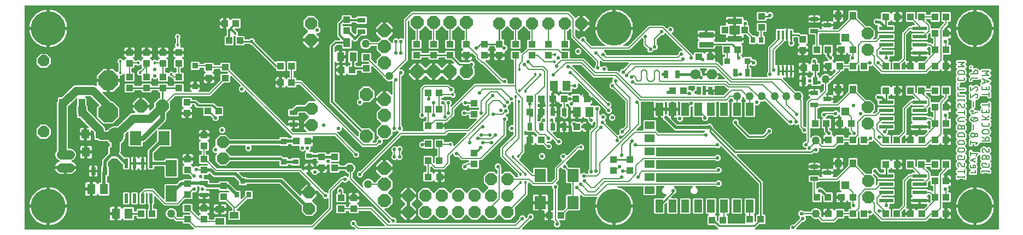
<source format=gbr>
G04 EAGLE Gerber RS-274X export*
G75*
%MOMM*%
%FSLAX34Y34*%
%LPD*%
%INBottom Copper*%
%IPPOS*%
%AMOC8*
5,1,8,0,0,1.08239X$1,22.5*%
G01*
%ADD10C,0.203200*%
%ADD11C,0.177800*%
%ADD12P,2.061953X8X22.500000*%
%ADD13P,2.199416X8X112.500000*%
%ADD14P,2.199416X8X202.500000*%
%ADD15R,1.050000X1.080000*%
%ADD16R,1.300000X1.600000*%
%ADD17R,0.950000X0.900000*%
%ADD18R,1.270000X1.470000*%
%ADD19P,2.061953X8X202.500000*%
%ADD20P,2.061953X8X112.500000*%
%ADD21C,5.334000*%
%ADD22P,2.061953X8X292.500000*%
%ADD23R,0.800000X1.200000*%
%ADD24P,2.034460X8X292.500000*%
%ADD25R,1.200000X1.400000*%
%ADD26P,2.199416X8X292.500000*%
%ADD27R,1.000000X2.800000*%
%ADD28P,3.299125X8X202.500000*%
%ADD29P,3.299125X8X112.500000*%
%ADD30P,1.924489X8X112.500000*%
%ADD31C,1.397000*%
%ADD32R,1.000000X1.400000*%
%ADD33R,0.900000X0.800000*%
%ADD34R,1.000000X1.100000*%
%ADD35R,1.100000X1.000000*%
%ADD36C,2.540000*%
%ADD37C,1.270000*%
%ADD38R,1.200000X2.000000*%
%ADD39R,1.500000X1.200000*%
%ADD40R,1.800000X2.000000*%
%ADD41R,1.200000X0.800000*%
%ADD42P,1.732040X8X22.500000*%
%ADD43C,1.600200*%
%ADD44R,1.270000X0.635000*%
%ADD45R,1.016000X1.270000*%
%ADD46R,1.270000X1.270000*%
%ADD47R,2.200000X0.600000*%
%ADD48P,2.034460X8X112.500000*%
%ADD49R,0.558000X1.493000*%
%ADD50R,1.778000X2.209800*%
%ADD51R,1.651000X2.540000*%
%ADD52R,1.400000X1.000000*%
%ADD53R,0.800000X0.900000*%
%ADD54R,1.080000X1.050000*%
%ADD55R,0.354800X1.462000*%
%ADD56R,0.700000X0.900000*%
%ADD57R,2.200000X0.850000*%
%ADD58R,1.050000X1.000000*%
%ADD59R,0.900000X0.950000*%
%ADD60R,2.250000X0.850000*%
%ADD61C,0.553200*%
%ADD62C,0.254000*%
%ADD63C,0.457200*%
%ADD64C,0.762000*%
%ADD65C,0.508000*%
%ADD66C,0.406400*%
%ADD67C,0.304800*%
%ADD68C,0.381000*%
%ADD69C,1.270000*%

G36*
X262661Y1018D02*
X262661Y1018D01*
X262800Y1031D01*
X262819Y1038D01*
X262839Y1041D01*
X262968Y1092D01*
X263099Y1139D01*
X263116Y1150D01*
X263135Y1158D01*
X263247Y1239D01*
X263362Y1317D01*
X263376Y1333D01*
X263392Y1344D01*
X263481Y1452D01*
X263573Y1556D01*
X263582Y1574D01*
X263595Y1589D01*
X263654Y1715D01*
X263717Y1839D01*
X263722Y1859D01*
X263730Y1877D01*
X263756Y2014D01*
X263787Y2149D01*
X263786Y2170D01*
X263790Y2189D01*
X263782Y2328D01*
X263777Y2467D01*
X263772Y2487D01*
X263770Y2507D01*
X263728Y2639D01*
X263689Y2773D01*
X263679Y2790D01*
X263672Y2809D01*
X263598Y2927D01*
X263527Y3047D01*
X263509Y3068D01*
X263502Y3078D01*
X263487Y3092D01*
X263421Y3167D01*
X262400Y4189D01*
X257093Y9496D01*
X257015Y9556D01*
X256943Y9624D01*
X256890Y9653D01*
X256842Y9690D01*
X256751Y9730D01*
X256664Y9778D01*
X256605Y9793D01*
X256550Y9817D01*
X256452Y9832D01*
X256356Y9857D01*
X256256Y9863D01*
X256236Y9867D01*
X256223Y9865D01*
X256195Y9867D01*
X247658Y9867D01*
X246467Y11058D01*
X246467Y12582D01*
X246452Y12700D01*
X246445Y12819D01*
X246432Y12857D01*
X246427Y12898D01*
X246384Y13008D01*
X246347Y13121D01*
X246325Y13156D01*
X246310Y13193D01*
X246241Y13289D01*
X246177Y13390D01*
X246147Y13418D01*
X246124Y13451D01*
X246032Y13527D01*
X245945Y13608D01*
X245910Y13628D01*
X245879Y13653D01*
X245771Y13704D01*
X245667Y13762D01*
X245627Y13772D01*
X245591Y13789D01*
X245474Y13811D01*
X245359Y13841D01*
X245299Y13845D01*
X245279Y13849D01*
X245258Y13847D01*
X245198Y13851D01*
X235837Y13851D01*
X233680Y16009D01*
X233679Y16009D01*
X232567Y17122D01*
X232544Y17140D01*
X232524Y17162D01*
X232418Y17237D01*
X232316Y17317D01*
X232288Y17328D01*
X232264Y17345D01*
X232143Y17391D01*
X232024Y17443D01*
X231995Y17448D01*
X231967Y17458D01*
X231838Y17472D01*
X231710Y17493D01*
X231680Y17490D01*
X231651Y17493D01*
X231522Y17475D01*
X231393Y17463D01*
X231365Y17453D01*
X231336Y17449D01*
X231184Y17397D01*
X230267Y17017D01*
X226933Y17017D01*
X223852Y18293D01*
X221493Y20652D01*
X220217Y23733D01*
X220217Y27067D01*
X221493Y30148D01*
X223852Y32507D01*
X226933Y33783D01*
X230267Y33783D01*
X233348Y32507D01*
X235707Y30148D01*
X236983Y27067D01*
X236983Y23733D01*
X236603Y22816D01*
X236595Y22788D01*
X236582Y22762D01*
X236554Y22635D01*
X236519Y22510D01*
X236519Y22480D01*
X236512Y22451D01*
X236516Y22322D01*
X236514Y22192D01*
X236521Y22163D01*
X236522Y22133D01*
X236558Y22009D01*
X236588Y21882D01*
X236602Y21856D01*
X236610Y21828D01*
X236676Y21716D01*
X236737Y21601D01*
X236757Y21579D01*
X236772Y21554D01*
X236878Y21433D01*
X237991Y20320D01*
X238069Y20260D01*
X238141Y20192D01*
X238195Y20163D01*
X238242Y20126D01*
X238333Y20086D01*
X238420Y20038D01*
X238479Y20023D01*
X238534Y19999D01*
X238632Y19984D01*
X238728Y19959D01*
X238828Y19953D01*
X238848Y19949D01*
X238861Y19951D01*
X238889Y19949D01*
X245198Y19949D01*
X245316Y19964D01*
X245435Y19971D01*
X245473Y19984D01*
X245514Y19989D01*
X245624Y20032D01*
X245737Y20069D01*
X245772Y20091D01*
X245809Y20106D01*
X245905Y20175D01*
X246006Y20239D01*
X246034Y20269D01*
X246067Y20292D01*
X246143Y20384D01*
X246224Y20471D01*
X246244Y20506D01*
X246269Y20537D01*
X246320Y20645D01*
X246378Y20749D01*
X246388Y20789D01*
X246405Y20825D01*
X246427Y20942D01*
X246457Y21057D01*
X246461Y21117D01*
X246465Y21137D01*
X246463Y21158D01*
X246467Y21218D01*
X246467Y22742D01*
X247658Y23933D01*
X256591Y23933D01*
X256729Y23950D01*
X256868Y23963D01*
X256887Y23970D01*
X256907Y23973D01*
X257036Y24024D01*
X257167Y24071D01*
X257184Y24082D01*
X257203Y24090D01*
X257315Y24171D01*
X257430Y24249D01*
X257444Y24265D01*
X257460Y24276D01*
X257549Y24384D01*
X257641Y24488D01*
X257650Y24506D01*
X257663Y24521D01*
X257722Y24647D01*
X257785Y24771D01*
X257790Y24791D01*
X257798Y24809D01*
X257824Y24945D01*
X257855Y25081D01*
X257854Y25102D01*
X257858Y25121D01*
X257850Y25260D01*
X257845Y25399D01*
X257840Y25419D01*
X257838Y25439D01*
X257796Y25571D01*
X257757Y25705D01*
X257747Y25722D01*
X257740Y25741D01*
X257666Y25859D01*
X257595Y25979D01*
X257577Y26000D01*
X257570Y26010D01*
X257555Y26024D01*
X257489Y26099D01*
X257093Y26496D01*
X257015Y26556D01*
X256943Y26624D01*
X256890Y26653D01*
X256842Y26690D01*
X256751Y26730D01*
X256664Y26778D01*
X256606Y26793D01*
X256550Y26817D01*
X256452Y26832D01*
X256356Y26857D01*
X256256Y26863D01*
X256236Y26867D01*
X256223Y26865D01*
X256195Y26867D01*
X247658Y26867D01*
X246467Y28058D01*
X246467Y39742D01*
X247658Y40933D01*
X260342Y40933D01*
X261533Y39742D01*
X261533Y31205D01*
X261545Y31106D01*
X261548Y31007D01*
X261565Y30949D01*
X261573Y30889D01*
X261609Y30797D01*
X261637Y30702D01*
X261667Y30650D01*
X261690Y30593D01*
X261748Y30513D01*
X261798Y30428D01*
X261864Y30352D01*
X261876Y30336D01*
X261886Y30328D01*
X261904Y30307D01*
X269771Y22441D01*
X269865Y22368D01*
X269954Y22289D01*
X269990Y22271D01*
X270022Y22246D01*
X270132Y22198D01*
X270237Y22144D01*
X270277Y22135D01*
X270314Y22119D01*
X270432Y22101D01*
X270548Y22075D01*
X270588Y22076D01*
X270628Y22069D01*
X270747Y22081D01*
X270866Y22084D01*
X270905Y22096D01*
X270945Y22099D01*
X271057Y22140D01*
X271171Y22173D01*
X271206Y22193D01*
X271244Y22207D01*
X271343Y22274D01*
X271445Y22334D01*
X271490Y22374D01*
X271507Y22385D01*
X271521Y22401D01*
X271566Y22441D01*
X273069Y23944D01*
X273132Y23952D01*
X273283Y23969D01*
X273289Y23972D01*
X273296Y23973D01*
X273438Y24029D01*
X273580Y24083D01*
X273586Y24087D01*
X273592Y24090D01*
X273715Y24179D01*
X273839Y24267D01*
X273844Y24272D01*
X273849Y24276D01*
X273946Y24394D01*
X274045Y24510D01*
X274048Y24516D01*
X274052Y24521D01*
X274116Y24657D01*
X274183Y24796D01*
X274185Y24803D01*
X274188Y24809D01*
X274216Y24957D01*
X274246Y25108D01*
X274246Y25115D01*
X274247Y25121D01*
X274238Y25272D01*
X274230Y25426D01*
X274228Y25432D01*
X274228Y25439D01*
X274181Y25582D01*
X274135Y25729D01*
X274132Y25735D01*
X274130Y25741D01*
X274048Y25870D01*
X273968Y26000D01*
X273963Y26004D01*
X273959Y26010D01*
X273848Y26115D01*
X273739Y26220D01*
X273733Y26223D01*
X273728Y26228D01*
X273594Y26302D01*
X273462Y26377D01*
X273453Y26379D01*
X273449Y26382D01*
X273439Y26384D01*
X273309Y26428D01*
X272919Y26532D01*
X272340Y26867D01*
X271867Y27340D01*
X271532Y27919D01*
X271359Y28566D01*
X271359Y31401D01*
X278170Y31401D01*
X278288Y31416D01*
X278407Y31423D01*
X278445Y31435D01*
X278485Y31441D01*
X278596Y31484D01*
X278709Y31521D01*
X278743Y31543D01*
X278781Y31558D01*
X278877Y31627D01*
X278978Y31691D01*
X279006Y31721D01*
X279038Y31744D01*
X279114Y31836D01*
X279196Y31923D01*
X279215Y31958D01*
X279241Y31989D01*
X279292Y32097D01*
X279349Y32201D01*
X279359Y32241D01*
X279377Y32277D01*
X279397Y32384D01*
X279401Y32354D01*
X279445Y32244D01*
X279481Y32131D01*
X279503Y32096D01*
X279518Y32059D01*
X279588Y31962D01*
X279651Y31862D01*
X279681Y31834D01*
X279705Y31801D01*
X279796Y31725D01*
X279883Y31644D01*
X279918Y31624D01*
X279950Y31599D01*
X280057Y31548D01*
X280162Y31490D01*
X280201Y31480D01*
X280237Y31463D01*
X280354Y31441D01*
X280470Y31411D01*
X280530Y31407D01*
X280550Y31403D01*
X280570Y31405D01*
X280630Y31401D01*
X287441Y31401D01*
X287441Y28566D01*
X287268Y27919D01*
X286933Y27340D01*
X286460Y26867D01*
X285881Y26532D01*
X285491Y26428D01*
X285350Y26370D01*
X285208Y26314D01*
X285203Y26310D01*
X285196Y26308D01*
X285074Y26217D01*
X284951Y26128D01*
X284946Y26122D01*
X284941Y26118D01*
X284846Y26001D01*
X284748Y25883D01*
X284745Y25876D01*
X284741Y25871D01*
X284676Y25731D01*
X284612Y25595D01*
X284611Y25588D01*
X284608Y25582D01*
X284581Y25431D01*
X284553Y25282D01*
X284553Y25276D01*
X284552Y25269D01*
X284563Y25116D01*
X284572Y24965D01*
X284575Y24959D01*
X284575Y24952D01*
X284624Y24806D01*
X284670Y24663D01*
X284674Y24657D01*
X284676Y24650D01*
X284760Y24521D01*
X284841Y24394D01*
X284846Y24389D01*
X284849Y24384D01*
X284960Y24281D01*
X285072Y24176D01*
X285078Y24173D01*
X285083Y24168D01*
X285217Y24096D01*
X285351Y24022D01*
X285357Y24021D01*
X285363Y24018D01*
X285512Y23981D01*
X285659Y23943D01*
X285668Y23942D01*
X285672Y23941D01*
X285683Y23941D01*
X285737Y23938D01*
X286933Y22742D01*
X286933Y17678D01*
X286948Y17560D01*
X286955Y17441D01*
X286968Y17403D01*
X286973Y17362D01*
X287016Y17252D01*
X287053Y17139D01*
X287075Y17104D01*
X287090Y17067D01*
X287159Y16971D01*
X287223Y16870D01*
X287253Y16842D01*
X287276Y16809D01*
X287368Y16733D01*
X287455Y16652D01*
X287490Y16632D01*
X287521Y16607D01*
X287629Y16556D01*
X287733Y16498D01*
X287773Y16488D01*
X287809Y16471D01*
X287926Y16449D01*
X288041Y16419D01*
X288101Y16415D01*
X288121Y16411D01*
X288142Y16413D01*
X288202Y16409D01*
X293658Y16409D01*
X293776Y16424D01*
X293895Y16431D01*
X293933Y16444D01*
X293974Y16449D01*
X294084Y16492D01*
X294197Y16529D01*
X294232Y16551D01*
X294269Y16566D01*
X294365Y16635D01*
X294466Y16699D01*
X294494Y16729D01*
X294527Y16752D01*
X294603Y16844D01*
X294684Y16931D01*
X294704Y16966D01*
X294729Y16997D01*
X294780Y17105D01*
X294838Y17209D01*
X294848Y17249D01*
X294865Y17285D01*
X294887Y17402D01*
X294917Y17517D01*
X294921Y17577D01*
X294925Y17597D01*
X294923Y17618D01*
X294927Y17678D01*
X294927Y19202D01*
X296118Y20393D01*
X311802Y20393D01*
X312993Y19202D01*
X312993Y9398D01*
X313008Y9280D01*
X313015Y9161D01*
X313028Y9123D01*
X313033Y9082D01*
X313076Y8972D01*
X313113Y8859D01*
X313135Y8824D01*
X313150Y8787D01*
X313219Y8691D01*
X313283Y8590D01*
X313313Y8562D01*
X313336Y8529D01*
X313428Y8453D01*
X313515Y8372D01*
X313550Y8352D01*
X313581Y8327D01*
X313689Y8276D01*
X313793Y8218D01*
X313833Y8208D01*
X313869Y8191D01*
X313986Y8169D01*
X314101Y8139D01*
X314161Y8135D01*
X314181Y8131D01*
X314202Y8133D01*
X314262Y8129D01*
X445251Y8129D01*
X445350Y8141D01*
X445449Y8144D01*
X445507Y8161D01*
X445567Y8169D01*
X445659Y8205D01*
X445754Y8233D01*
X445806Y8263D01*
X445863Y8286D01*
X445943Y8344D01*
X446028Y8394D01*
X446103Y8460D01*
X446120Y8472D01*
X446128Y8482D01*
X446149Y8500D01*
X471560Y33911D01*
X471620Y33989D01*
X471688Y34061D01*
X471717Y34114D01*
X471754Y34162D01*
X471794Y34253D01*
X471842Y34340D01*
X471857Y34399D01*
X471881Y34454D01*
X471896Y34552D01*
X471921Y34648D01*
X471927Y34748D01*
X471931Y34768D01*
X471929Y34781D01*
X471931Y34809D01*
X471931Y48061D01*
X471914Y48199D01*
X471901Y48337D01*
X471894Y48356D01*
X471891Y48376D01*
X471840Y48505D01*
X471793Y48636D01*
X471782Y48653D01*
X471774Y48672D01*
X471693Y48784D01*
X471615Y48899D01*
X471599Y48913D01*
X471588Y48929D01*
X471480Y49018D01*
X471376Y49110D01*
X471358Y49119D01*
X471343Y49132D01*
X471217Y49191D01*
X471093Y49254D01*
X471073Y49259D01*
X471055Y49268D01*
X470918Y49294D01*
X470783Y49324D01*
X470762Y49323D01*
X470743Y49327D01*
X470604Y49319D01*
X470465Y49314D01*
X470445Y49309D01*
X470425Y49308D01*
X470293Y49265D01*
X470159Y49226D01*
X470142Y49216D01*
X470123Y49210D01*
X470005Y49135D01*
X469885Y49064D01*
X469864Y49046D01*
X469854Y49039D01*
X469840Y49024D01*
X469765Y48958D01*
X469348Y48541D01*
X465372Y48541D01*
X462561Y51352D01*
X462561Y53301D01*
X462549Y53400D01*
X462546Y53499D01*
X462529Y53557D01*
X462521Y53617D01*
X462485Y53709D01*
X462457Y53804D01*
X462427Y53856D01*
X462404Y53913D01*
X462346Y53993D01*
X462296Y54078D01*
X462230Y54153D01*
X462218Y54170D01*
X462208Y54178D01*
X462190Y54199D01*
X456065Y60323D01*
X455973Y60395D01*
X455954Y60412D01*
X455943Y60418D01*
X455849Y60497D01*
X455830Y60505D01*
X455814Y60518D01*
X455686Y60573D01*
X455561Y60632D01*
X455541Y60636D01*
X455522Y60644D01*
X455384Y60666D01*
X455248Y60692D01*
X455228Y60691D01*
X455208Y60694D01*
X455069Y60681D01*
X454931Y60672D01*
X454912Y60666D01*
X454892Y60664D01*
X454760Y60617D01*
X454629Y60574D01*
X454611Y60564D01*
X454599Y60559D01*
X444499Y60559D01*
X444499Y70679D01*
X444559Y70797D01*
X444564Y70817D01*
X444572Y70835D01*
X444599Y70971D01*
X444629Y71107D01*
X444628Y71128D01*
X444632Y71147D01*
X444624Y71286D01*
X444619Y71425D01*
X444614Y71445D01*
X444612Y71465D01*
X444570Y71597D01*
X444531Y71731D01*
X444521Y71748D01*
X444514Y71767D01*
X444440Y71885D01*
X444369Y72005D01*
X444351Y72026D01*
X444344Y72036D01*
X444329Y72050D01*
X444263Y72125D01*
X427207Y89182D01*
X427129Y89242D01*
X427057Y89310D01*
X427004Y89339D01*
X426956Y89376D01*
X426865Y89416D01*
X426778Y89464D01*
X426719Y89479D01*
X426664Y89503D01*
X426566Y89518D01*
X426470Y89543D01*
X426370Y89549D01*
X426350Y89553D01*
X426337Y89551D01*
X426309Y89553D01*
X334838Y89553D01*
X334700Y89536D01*
X334561Y89523D01*
X334542Y89516D01*
X334522Y89513D01*
X334393Y89462D01*
X334262Y89415D01*
X334245Y89404D01*
X334227Y89396D01*
X334114Y89315D01*
X333999Y89237D01*
X333986Y89221D01*
X333969Y89210D01*
X333880Y89102D01*
X333789Y88998D01*
X333779Y88980D01*
X333766Y88965D01*
X333707Y88839D01*
X333644Y88715D01*
X333639Y88695D01*
X333631Y88677D01*
X333605Y88541D01*
X333574Y88405D01*
X333575Y88384D01*
X333571Y88365D01*
X333580Y88226D01*
X333584Y88087D01*
X333590Y88067D01*
X333591Y88047D01*
X333634Y87915D01*
X333672Y87781D01*
X333683Y87764D01*
X333689Y87745D01*
X333763Y87627D01*
X333834Y87507D01*
X333852Y87486D01*
X333859Y87476D01*
X333874Y87462D01*
X333940Y87387D01*
X338652Y82674D01*
X338731Y82614D01*
X338803Y82546D01*
X338856Y82517D01*
X338904Y82480D01*
X338995Y82440D01*
X339081Y82392D01*
X339140Y82377D01*
X339195Y82353D01*
X339293Y82338D01*
X339389Y82313D01*
X339489Y82307D01*
X339510Y82303D01*
X339522Y82305D01*
X339550Y82303D01*
X343932Y82303D01*
X345090Y81144D01*
X345169Y81084D01*
X345241Y81016D01*
X345294Y80987D01*
X345342Y80950D01*
X345432Y80910D01*
X345519Y80862D01*
X345578Y80847D01*
X345633Y80823D01*
X345731Y80808D01*
X345827Y80783D01*
X345927Y80777D01*
X345947Y80773D01*
X345960Y80775D01*
X345988Y80773D01*
X400674Y80773D01*
X427855Y53592D01*
X427964Y53507D01*
X428071Y53418D01*
X428090Y53410D01*
X428106Y53397D01*
X428234Y53342D01*
X428359Y53283D01*
X428379Y53279D01*
X428398Y53271D01*
X428536Y53249D01*
X428672Y53223D01*
X428692Y53224D01*
X428712Y53221D01*
X428851Y53234D01*
X428989Y53243D01*
X429008Y53249D01*
X429028Y53251D01*
X429160Y53298D01*
X429291Y53341D01*
X429309Y53352D01*
X429328Y53359D01*
X429443Y53437D01*
X429560Y53511D01*
X429574Y53526D01*
X429591Y53537D01*
X429683Y53641D01*
X429778Y53743D01*
X429788Y53760D01*
X429801Y53776D01*
X429865Y53899D01*
X429932Y54021D01*
X429937Y54041D01*
X429946Y54059D01*
X429976Y54195D01*
X430011Y54329D01*
X430013Y54357D01*
X430016Y54369D01*
X430015Y54390D01*
X430021Y54490D01*
X430021Y55481D01*
X440690Y55481D01*
X440808Y55496D01*
X440927Y55503D01*
X440965Y55516D01*
X441005Y55521D01*
X441116Y55564D01*
X441229Y55601D01*
X441263Y55623D01*
X441301Y55638D01*
X441397Y55708D01*
X441498Y55771D01*
X441526Y55801D01*
X441558Y55824D01*
X441634Y55916D01*
X441716Y56003D01*
X441735Y56038D01*
X441761Y56069D01*
X441812Y56177D01*
X441869Y56281D01*
X441880Y56321D01*
X441897Y56357D01*
X441919Y56474D01*
X441949Y56589D01*
X441953Y56650D01*
X441957Y56670D01*
X441955Y56690D01*
X441959Y56750D01*
X441959Y58021D01*
X441961Y58021D01*
X441961Y56750D01*
X441976Y56632D01*
X441983Y56513D01*
X441996Y56475D01*
X442001Y56434D01*
X442045Y56324D01*
X442081Y56211D01*
X442103Y56176D01*
X442118Y56139D01*
X442188Y56043D01*
X442251Y55942D01*
X442281Y55914D01*
X442305Y55881D01*
X442396Y55806D01*
X442483Y55724D01*
X442518Y55704D01*
X442550Y55679D01*
X442657Y55628D01*
X442762Y55570D01*
X442801Y55560D01*
X442837Y55543D01*
X442954Y55521D01*
X443069Y55491D01*
X443130Y55487D01*
X443150Y55483D01*
X443170Y55485D01*
X443230Y55481D01*
X453899Y55481D01*
X453899Y53075D01*
X446882Y46058D01*
X446809Y45964D01*
X446730Y45875D01*
X446712Y45839D01*
X446687Y45807D01*
X446640Y45698D01*
X446586Y45592D01*
X446577Y45552D01*
X446561Y45515D01*
X446542Y45397D01*
X446516Y45281D01*
X446517Y45241D01*
X446511Y45201D01*
X446522Y45082D01*
X446526Y44964D01*
X446537Y44925D01*
X446541Y44884D01*
X446581Y44772D01*
X446614Y44658D01*
X446635Y44623D01*
X446648Y44585D01*
X446715Y44486D01*
X446776Y44384D01*
X446816Y44339D01*
X446827Y44322D01*
X446842Y44309D01*
X446882Y44263D01*
X453391Y37755D01*
X453391Y28285D01*
X446695Y21589D01*
X437225Y21589D01*
X430529Y28285D01*
X430529Y37458D01*
X430517Y37556D01*
X430514Y37655D01*
X430497Y37714D01*
X430489Y37774D01*
X430453Y37866D01*
X430425Y37961D01*
X430395Y38013D01*
X430372Y38069D01*
X430314Y38149D01*
X430264Y38235D01*
X430198Y38310D01*
X430186Y38327D01*
X430176Y38335D01*
X430158Y38356D01*
X397258Y71256D01*
X397179Y71316D01*
X397107Y71384D01*
X397054Y71413D01*
X397006Y71450D01*
X396915Y71490D01*
X396829Y71538D01*
X396770Y71553D01*
X396715Y71577D01*
X396617Y71592D01*
X396521Y71617D01*
X396421Y71623D01*
X396400Y71627D01*
X396388Y71625D01*
X396360Y71627D01*
X346392Y71627D01*
X346274Y71612D01*
X346155Y71605D01*
X346117Y71592D01*
X346076Y71587D01*
X345966Y71544D01*
X345853Y71507D01*
X345818Y71485D01*
X345781Y71470D01*
X345685Y71401D01*
X345584Y71337D01*
X345556Y71307D01*
X345523Y71284D01*
X345447Y71192D01*
X345366Y71105D01*
X345346Y71070D01*
X345321Y71039D01*
X345270Y70931D01*
X345212Y70827D01*
X345202Y70787D01*
X345185Y70751D01*
X345163Y70634D01*
X345133Y70519D01*
X345129Y70459D01*
X345125Y70439D01*
X345126Y70431D01*
X343932Y69237D01*
X334248Y69237D01*
X333057Y70428D01*
X333057Y74810D01*
X333045Y74908D01*
X333042Y75007D01*
X333025Y75066D01*
X333017Y75126D01*
X332981Y75218D01*
X332953Y75313D01*
X332923Y75365D01*
X332900Y75421D01*
X332842Y75501D01*
X332792Y75587D01*
X332726Y75662D01*
X332714Y75679D01*
X332704Y75687D01*
X332686Y75708D01*
X326324Y82070D01*
X326245Y82130D01*
X326173Y82198D01*
X326120Y82227D01*
X326072Y82264D01*
X325981Y82304D01*
X325895Y82352D01*
X325836Y82367D01*
X325781Y82391D01*
X325683Y82406D01*
X325587Y82431D01*
X325487Y82437D01*
X325466Y82441D01*
X325454Y82439D01*
X325426Y82441D01*
X293850Y82441D01*
X288542Y87749D01*
X288464Y87810D01*
X288392Y87878D01*
X288339Y87907D01*
X288291Y87944D01*
X288200Y87983D01*
X288114Y88031D01*
X288055Y88046D01*
X287999Y88070D01*
X287901Y88086D01*
X287806Y88111D01*
X287706Y88117D01*
X287685Y88120D01*
X287673Y88119D01*
X287645Y88121D01*
X287592Y88121D01*
X287474Y88106D01*
X287356Y88099D01*
X287317Y88086D01*
X287277Y88081D01*
X287166Y88037D01*
X287053Y88001D01*
X287019Y87979D01*
X286981Y87964D01*
X286885Y87894D01*
X286784Y87830D01*
X286757Y87801D01*
X286724Y87777D01*
X286648Y87685D01*
X286566Y87599D01*
X286547Y87563D01*
X286521Y87532D01*
X286470Y87424D01*
X286413Y87320D01*
X286403Y87281D01*
X286386Y87244D01*
X286363Y87128D01*
X286333Y87012D01*
X286330Y86952D01*
X286326Y86932D01*
X286327Y86912D01*
X286323Y86852D01*
X285132Y85661D01*
X280388Y85661D01*
X280270Y85646D01*
X280151Y85639D01*
X280113Y85626D01*
X280072Y85621D01*
X279962Y85577D01*
X279849Y85541D01*
X279814Y85519D01*
X279777Y85504D01*
X279681Y85434D01*
X279580Y85370D01*
X279552Y85341D01*
X279519Y85317D01*
X279443Y85225D01*
X279362Y85139D01*
X279342Y85103D01*
X279317Y85072D01*
X279266Y84965D01*
X279208Y84860D01*
X279198Y84821D01*
X279181Y84784D01*
X279159Y84668D01*
X279129Y84552D01*
X279125Y84492D01*
X279121Y84472D01*
X279123Y84452D01*
X279119Y84392D01*
X279119Y80908D01*
X278910Y80700D01*
X278825Y80590D01*
X278736Y80483D01*
X278728Y80464D01*
X278715Y80448D01*
X278660Y80320D01*
X278601Y80195D01*
X278597Y80175D01*
X278589Y80156D01*
X278567Y80018D01*
X278541Y79882D01*
X278542Y79862D01*
X278539Y79842D01*
X278552Y79703D01*
X278561Y79565D01*
X278567Y79546D01*
X278569Y79526D01*
X278616Y79395D01*
X278659Y79263D01*
X278670Y79245D01*
X278677Y79226D01*
X278755Y79112D01*
X278829Y78994D01*
X278844Y78980D01*
X278855Y78963D01*
X278959Y78871D01*
X279061Y78776D01*
X279078Y78766D01*
X279094Y78753D01*
X279217Y78690D01*
X279339Y78622D01*
X279359Y78617D01*
X279377Y78608D01*
X279513Y78578D01*
X279647Y78543D01*
X279675Y78541D01*
X279687Y78538D01*
X279708Y78539D01*
X279808Y78533D01*
X286242Y78533D01*
X287433Y77342D01*
X287433Y74024D01*
X287448Y73906D01*
X287455Y73787D01*
X287468Y73749D01*
X287473Y73708D01*
X287516Y73598D01*
X287553Y73485D01*
X287575Y73450D01*
X287590Y73413D01*
X287659Y73317D01*
X287723Y73216D01*
X287753Y73188D01*
X287776Y73155D01*
X287868Y73079D01*
X287955Y72998D01*
X287990Y72978D01*
X288021Y72953D01*
X288129Y72902D01*
X288233Y72844D01*
X288273Y72834D01*
X288309Y72817D01*
X288426Y72795D01*
X288541Y72765D01*
X288601Y72761D01*
X288621Y72757D01*
X288642Y72759D01*
X288702Y72755D01*
X301078Y72755D01*
X301196Y72770D01*
X301315Y72777D01*
X301353Y72790D01*
X301394Y72795D01*
X301504Y72838D01*
X301617Y72875D01*
X301652Y72897D01*
X301689Y72912D01*
X301785Y72981D01*
X301886Y73045D01*
X301914Y73075D01*
X301947Y73098D01*
X302023Y73190D01*
X302104Y73277D01*
X302124Y73312D01*
X302149Y73343D01*
X302200Y73451D01*
X302258Y73555D01*
X302268Y73595D01*
X302285Y73631D01*
X302307Y73748D01*
X302337Y73863D01*
X302341Y73923D01*
X302345Y73943D01*
X302343Y73964D01*
X302347Y74024D01*
X302347Y74032D01*
X303538Y75223D01*
X316222Y75223D01*
X317413Y74032D01*
X317413Y73940D01*
X317425Y73842D01*
X317428Y73743D01*
X317445Y73684D01*
X317453Y73624D01*
X317489Y73532D01*
X317517Y73437D01*
X317547Y73385D01*
X317570Y73329D01*
X317628Y73249D01*
X317678Y73163D01*
X317744Y73088D01*
X317756Y73071D01*
X317766Y73063D01*
X317784Y73042D01*
X329152Y61674D01*
X329231Y61614D01*
X329303Y61546D01*
X329356Y61517D01*
X329404Y61480D01*
X329495Y61440D01*
X329581Y61392D01*
X329640Y61377D01*
X329695Y61353D01*
X329793Y61338D01*
X329889Y61313D01*
X329989Y61307D01*
X330010Y61303D01*
X330022Y61305D01*
X330050Y61303D01*
X334432Y61303D01*
X335623Y60112D01*
X335623Y49179D01*
X335640Y49041D01*
X335653Y48902D01*
X335660Y48883D01*
X335663Y48863D01*
X335714Y48734D01*
X335761Y48603D01*
X335772Y48586D01*
X335780Y48567D01*
X335861Y48455D01*
X335939Y48340D01*
X335955Y48326D01*
X335966Y48310D01*
X336074Y48221D01*
X336178Y48129D01*
X336196Y48120D01*
X336211Y48107D01*
X336337Y48048D01*
X336461Y47985D01*
X336481Y47980D01*
X336499Y47972D01*
X336635Y47946D01*
X336771Y47915D01*
X336792Y47916D01*
X336811Y47912D01*
X336950Y47920D01*
X337089Y47925D01*
X337109Y47930D01*
X337129Y47932D01*
X337261Y47974D01*
X337395Y48013D01*
X337412Y48023D01*
X337431Y48030D01*
X337549Y48104D01*
X337669Y48175D01*
X337690Y48193D01*
X337700Y48200D01*
X337714Y48215D01*
X337789Y48281D01*
X342186Y52677D01*
X342246Y52755D01*
X342314Y52827D01*
X342343Y52880D01*
X342380Y52928D01*
X342420Y53019D01*
X342468Y53106D01*
X342483Y53164D01*
X342507Y53220D01*
X342522Y53318D01*
X342547Y53414D01*
X342553Y53514D01*
X342557Y53534D01*
X342555Y53547D01*
X342557Y53575D01*
X342557Y60112D01*
X343748Y61303D01*
X353432Y61303D01*
X354623Y60112D01*
X354623Y49428D01*
X353432Y48237D01*
X346895Y48237D01*
X346796Y48225D01*
X346697Y48222D01*
X346639Y48205D01*
X346579Y48197D01*
X346487Y48161D01*
X346392Y48133D01*
X346340Y48103D01*
X346283Y48080D01*
X346203Y48022D01*
X346118Y47972D01*
X346042Y47906D01*
X346026Y47894D01*
X346018Y47884D01*
X345997Y47866D01*
X332350Y34219D01*
X330191Y32059D01*
X330106Y31950D01*
X330017Y31843D01*
X330009Y31824D01*
X329996Y31808D01*
X329941Y31680D01*
X329882Y31555D01*
X329878Y31535D01*
X329870Y31516D01*
X329848Y31378D01*
X329822Y31242D01*
X329823Y31222D01*
X329820Y31202D01*
X329833Y31063D01*
X329842Y30925D01*
X329848Y30906D01*
X329850Y30886D01*
X329897Y30754D01*
X329940Y30623D01*
X329950Y30605D01*
X329957Y30586D01*
X330035Y30471D01*
X330110Y30354D01*
X330125Y30340D01*
X330136Y30323D01*
X330240Y30231D01*
X330341Y30136D01*
X330359Y30126D01*
X330374Y30113D01*
X330498Y30049D01*
X330620Y29982D01*
X330639Y29977D01*
X330658Y29968D01*
X330793Y29938D01*
X330928Y29903D01*
X330956Y29901D01*
X330968Y29898D01*
X330988Y29899D01*
X331089Y29893D01*
X333802Y29893D01*
X334993Y28702D01*
X334993Y17018D01*
X333802Y15827D01*
X318118Y15827D01*
X316927Y17018D01*
X316927Y28702D01*
X318118Y29893D01*
X321642Y29893D01*
X321760Y29908D01*
X321879Y29915D01*
X321917Y29928D01*
X321958Y29933D01*
X322068Y29976D01*
X322181Y30013D01*
X322216Y30035D01*
X322253Y30050D01*
X322349Y30119D01*
X322450Y30183D01*
X322478Y30213D01*
X322511Y30236D01*
X322587Y30328D01*
X322668Y30415D01*
X322688Y30450D01*
X322713Y30481D01*
X322764Y30589D01*
X322822Y30693D01*
X322832Y30733D01*
X322849Y30769D01*
X322871Y30886D01*
X322901Y31001D01*
X322905Y31061D01*
X322909Y31081D01*
X322907Y31102D01*
X322911Y31162D01*
X322911Y33321D01*
X322899Y33420D01*
X322896Y33519D01*
X322879Y33577D01*
X322871Y33637D01*
X322835Y33729D01*
X322807Y33824D01*
X322777Y33876D01*
X322754Y33933D01*
X322696Y34013D01*
X322646Y34098D01*
X322580Y34173D01*
X322568Y34190D01*
X322558Y34198D01*
X322540Y34219D01*
X312973Y43786D01*
X312895Y43846D01*
X312823Y43914D01*
X312770Y43943D01*
X312722Y43980D01*
X312631Y44020D01*
X312544Y44068D01*
X312485Y44083D01*
X312430Y44107D01*
X312332Y44122D01*
X312236Y44147D01*
X312136Y44153D01*
X312116Y44157D01*
X312103Y44155D01*
X312075Y44157D01*
X303538Y44157D01*
X302347Y45348D01*
X302347Y57032D01*
X303538Y58223D01*
X316606Y58223D01*
X316744Y58240D01*
X316883Y58253D01*
X316902Y58260D01*
X316922Y58263D01*
X317051Y58314D01*
X317182Y58361D01*
X317199Y58372D01*
X317217Y58380D01*
X317330Y58461D01*
X317445Y58539D01*
X317458Y58555D01*
X317475Y58566D01*
X317564Y58674D01*
X317655Y58778D01*
X317665Y58796D01*
X317678Y58811D01*
X317737Y58937D01*
X317800Y59061D01*
X317805Y59081D01*
X317813Y59099D01*
X317839Y59235D01*
X317870Y59371D01*
X317869Y59392D01*
X317873Y59411D01*
X317864Y59550D01*
X317860Y59689D01*
X317854Y59709D01*
X317853Y59729D01*
X317810Y59861D01*
X317772Y59995D01*
X317761Y60012D01*
X317755Y60031D01*
X317681Y60149D01*
X317610Y60269D01*
X317592Y60290D01*
X317585Y60300D01*
X317570Y60314D01*
X317504Y60389D01*
X317108Y60786D01*
X317029Y60846D01*
X316957Y60914D01*
X316904Y60943D01*
X316856Y60980D01*
X316765Y61020D01*
X316679Y61068D01*
X316620Y61083D01*
X316565Y61107D01*
X316467Y61122D01*
X316371Y61147D01*
X316271Y61153D01*
X316250Y61157D01*
X316238Y61155D01*
X316210Y61157D01*
X303538Y61157D01*
X302346Y62349D01*
X302332Y62458D01*
X302325Y62577D01*
X302312Y62615D01*
X302307Y62656D01*
X302264Y62766D01*
X302227Y62879D01*
X302205Y62914D01*
X302190Y62951D01*
X302121Y63047D01*
X302057Y63148D01*
X302027Y63176D01*
X302004Y63209D01*
X301912Y63285D01*
X301825Y63366D01*
X301790Y63386D01*
X301759Y63411D01*
X301651Y63462D01*
X301547Y63520D01*
X301507Y63530D01*
X301471Y63547D01*
X301354Y63569D01*
X301239Y63599D01*
X301179Y63603D01*
X301159Y63607D01*
X301138Y63605D01*
X301078Y63609D01*
X282928Y63609D01*
X282810Y63594D01*
X282691Y63587D01*
X282653Y63574D01*
X282612Y63569D01*
X282502Y63526D01*
X282389Y63489D01*
X282354Y63467D01*
X282317Y63452D01*
X282221Y63383D01*
X282120Y63319D01*
X282092Y63289D01*
X282059Y63266D01*
X281983Y63174D01*
X281902Y63087D01*
X281882Y63052D01*
X281857Y63021D01*
X281806Y62913D01*
X281748Y62809D01*
X281738Y62769D01*
X281721Y62733D01*
X281699Y62616D01*
X281669Y62501D01*
X281665Y62441D01*
X281661Y62421D01*
X281663Y62400D01*
X281662Y62396D01*
X281661Y62390D01*
X281662Y62385D01*
X281659Y62340D01*
X281659Y62310D01*
X281674Y62192D01*
X281681Y62073D01*
X281694Y62035D01*
X281699Y61994D01*
X281742Y61884D01*
X281779Y61771D01*
X281801Y61736D01*
X281816Y61699D01*
X281885Y61603D01*
X281949Y61502D01*
X281979Y61474D01*
X282002Y61441D01*
X282094Y61365D01*
X282181Y61284D01*
X282216Y61264D01*
X282247Y61239D01*
X282355Y61188D01*
X282459Y61130D01*
X282499Y61120D01*
X282535Y61103D01*
X282652Y61081D01*
X282767Y61051D01*
X282827Y61047D01*
X282847Y61043D01*
X282868Y61045D01*
X282928Y61041D01*
X285734Y61041D01*
X286381Y60868D01*
X286960Y60533D01*
X287433Y60060D01*
X287768Y59481D01*
X287941Y58834D01*
X287941Y56499D01*
X280130Y56499D01*
X280012Y56484D01*
X279893Y56477D01*
X279855Y56464D01*
X279815Y56459D01*
X279704Y56416D01*
X279591Y56379D01*
X279557Y56357D01*
X279519Y56342D01*
X279423Y56273D01*
X279406Y56262D01*
X279382Y56276D01*
X279350Y56301D01*
X279243Y56352D01*
X279138Y56410D01*
X279099Y56420D01*
X279063Y56437D01*
X278946Y56459D01*
X278830Y56489D01*
X278770Y56493D01*
X278750Y56497D01*
X278730Y56495D01*
X278670Y56499D01*
X270859Y56499D01*
X270859Y58834D01*
X271032Y59481D01*
X271367Y60060D01*
X271690Y60383D01*
X271750Y60461D01*
X271818Y60533D01*
X271847Y60586D01*
X271884Y60634D01*
X271924Y60725D01*
X271972Y60812D01*
X271987Y60870D01*
X272011Y60926D01*
X272026Y61024D01*
X272051Y61119D01*
X272057Y61219D01*
X272061Y61240D01*
X272059Y61252D01*
X272061Y61280D01*
X272061Y65526D01*
X272072Y65548D01*
X272097Y65580D01*
X272144Y65689D01*
X272198Y65795D01*
X272207Y65834D01*
X272223Y65871D01*
X272242Y65989D01*
X272268Y66105D01*
X272267Y66146D01*
X272273Y66185D01*
X272262Y66304D01*
X272258Y66423D01*
X272247Y66462D01*
X272243Y66502D01*
X272203Y66614D01*
X272170Y66729D01*
X272149Y66764D01*
X272136Y66801D01*
X272069Y66900D01*
X272008Y67003D01*
X271969Y67048D01*
X271957Y67065D01*
X271942Y67078D01*
X271902Y67123D01*
X271470Y67556D01*
X271392Y67616D01*
X271319Y67684D01*
X271266Y67713D01*
X271218Y67750D01*
X271128Y67790D01*
X271041Y67838D01*
X270982Y67853D01*
X270927Y67877D01*
X270829Y67892D01*
X270733Y67917D01*
X270633Y67923D01*
X270612Y67927D01*
X270600Y67925D01*
X270572Y67927D01*
X269583Y67927D01*
X269445Y67910D01*
X269307Y67897D01*
X269288Y67890D01*
X269268Y67887D01*
X269138Y67836D01*
X269008Y67789D01*
X268991Y67778D01*
X268972Y67770D01*
X268860Y67689D01*
X268745Y67611D01*
X268731Y67595D01*
X268715Y67584D01*
X268626Y67476D01*
X268534Y67372D01*
X268525Y67354D01*
X268512Y67339D01*
X268453Y67213D01*
X268390Y67089D01*
X268385Y67069D01*
X268376Y67051D01*
X268350Y66914D01*
X268320Y66779D01*
X268321Y66758D01*
X268317Y66739D01*
X268325Y66600D01*
X268330Y66461D01*
X268335Y66441D01*
X268336Y66421D01*
X268379Y66289D01*
X268418Y66155D01*
X268428Y66138D01*
X268434Y66119D01*
X268509Y66001D01*
X268580Y65881D01*
X268598Y65860D01*
X268605Y65850D01*
X268620Y65836D01*
X268686Y65760D01*
X268959Y65488D01*
X268959Y61512D01*
X266148Y58701D01*
X262802Y58701D01*
X262684Y58686D01*
X262565Y58679D01*
X262527Y58666D01*
X262486Y58661D01*
X262376Y58618D01*
X262263Y58581D01*
X262228Y58559D01*
X262191Y58544D01*
X262095Y58475D01*
X261994Y58411D01*
X261966Y58381D01*
X261933Y58358D01*
X261857Y58266D01*
X261776Y58179D01*
X261756Y58144D01*
X261731Y58113D01*
X261680Y58005D01*
X261622Y57901D01*
X261612Y57861D01*
X261595Y57825D01*
X261573Y57708D01*
X261543Y57593D01*
X261539Y57533D01*
X261535Y57513D01*
X261537Y57492D01*
X261533Y57432D01*
X261533Y49158D01*
X260342Y47967D01*
X250056Y47967D01*
X249958Y47955D01*
X249859Y47952D01*
X249801Y47935D01*
X249741Y47927D01*
X249648Y47891D01*
X249553Y47863D01*
X249501Y47833D01*
X249445Y47810D01*
X249365Y47752D01*
X249279Y47702D01*
X249204Y47636D01*
X249188Y47624D01*
X249185Y47621D01*
X249183Y47619D01*
X249177Y47612D01*
X249159Y47596D01*
X239380Y37817D01*
X217820Y37817D01*
X203839Y51797D01*
X203730Y51883D01*
X203623Y51971D01*
X203604Y51980D01*
X203588Y51992D01*
X203460Y52048D01*
X203335Y52107D01*
X203315Y52111D01*
X203296Y52119D01*
X203158Y52141D01*
X203022Y52167D01*
X203002Y52165D01*
X202982Y52169D01*
X202843Y52156D01*
X202705Y52147D01*
X202686Y52141D01*
X202666Y52139D01*
X202534Y52092D01*
X202403Y52049D01*
X202385Y52038D01*
X202366Y52031D01*
X202251Y51953D01*
X202134Y51879D01*
X202120Y51864D01*
X202103Y51853D01*
X202011Y51749D01*
X201916Y51647D01*
X201906Y51629D01*
X201893Y51614D01*
X201829Y51490D01*
X201762Y51369D01*
X201757Y51349D01*
X201748Y51331D01*
X201718Y51195D01*
X201683Y51061D01*
X201681Y51033D01*
X201678Y51021D01*
X201679Y51000D01*
X201673Y50900D01*
X201673Y40870D01*
X200779Y39976D01*
X200718Y39898D01*
X200650Y39825D01*
X200630Y39790D01*
X200605Y39759D01*
X200596Y39741D01*
X200584Y39725D01*
X200544Y39634D01*
X200496Y39547D01*
X200486Y39508D01*
X200469Y39471D01*
X200465Y39451D01*
X200457Y39433D01*
X200442Y39335D01*
X200417Y39239D01*
X200413Y39179D01*
X200409Y39159D01*
X200411Y39139D01*
X200407Y39119D01*
X200409Y39106D01*
X200407Y39078D01*
X200407Y34202D01*
X200422Y34084D01*
X200429Y33965D01*
X200442Y33927D01*
X200447Y33886D01*
X200490Y33776D01*
X200527Y33663D01*
X200549Y33628D01*
X200564Y33591D01*
X200633Y33495D01*
X200697Y33394D01*
X200727Y33366D01*
X200750Y33333D01*
X200842Y33257D01*
X200929Y33176D01*
X200964Y33156D01*
X200995Y33131D01*
X201103Y33080D01*
X201207Y33022D01*
X201247Y33012D01*
X201283Y32995D01*
X201400Y32973D01*
X201515Y32943D01*
X201575Y32939D01*
X201595Y32935D01*
X201616Y32937D01*
X201676Y32933D01*
X204842Y32933D01*
X206033Y31742D01*
X206033Y19058D01*
X204842Y17867D01*
X193158Y17867D01*
X191967Y19058D01*
X191967Y31742D01*
X192922Y32696D01*
X192982Y32774D01*
X193050Y32847D01*
X193079Y32900D01*
X193116Y32947D01*
X193156Y33038D01*
X193204Y33125D01*
X193219Y33184D01*
X193243Y33239D01*
X193258Y33337D01*
X193283Y33433D01*
X193289Y33533D01*
X193293Y33553D01*
X193291Y33566D01*
X193293Y33594D01*
X193293Y39078D01*
X193281Y39176D01*
X193278Y39276D01*
X193272Y39295D01*
X193271Y39315D01*
X193259Y39354D01*
X193253Y39394D01*
X193217Y39486D01*
X193189Y39581D01*
X193179Y39599D01*
X193173Y39618D01*
X193151Y39652D01*
X193136Y39690D01*
X193078Y39770D01*
X193028Y39855D01*
X193009Y39876D01*
X193003Y39886D01*
X192988Y39900D01*
X192962Y39930D01*
X192950Y39947D01*
X192940Y39955D01*
X192921Y39976D01*
X192027Y40870D01*
X192027Y56642D01*
X192012Y56760D01*
X192005Y56879D01*
X191993Y56917D01*
X191987Y56958D01*
X191944Y57068D01*
X191907Y57181D01*
X191885Y57216D01*
X191870Y57253D01*
X191801Y57349D01*
X191737Y57450D01*
X191707Y57478D01*
X191684Y57511D01*
X191592Y57587D01*
X191505Y57668D01*
X191470Y57688D01*
X191439Y57713D01*
X191331Y57764D01*
X191227Y57822D01*
X191187Y57832D01*
X191151Y57849D01*
X191034Y57871D01*
X190919Y57901D01*
X190859Y57905D01*
X190839Y57909D01*
X190818Y57907D01*
X190758Y57911D01*
X190242Y57911D01*
X190124Y57896D01*
X190005Y57889D01*
X189967Y57876D01*
X189926Y57871D01*
X189816Y57828D01*
X189703Y57791D01*
X189668Y57769D01*
X189631Y57754D01*
X189535Y57685D01*
X189434Y57621D01*
X189406Y57591D01*
X189373Y57568D01*
X189297Y57476D01*
X189216Y57389D01*
X189196Y57354D01*
X189171Y57323D01*
X189120Y57215D01*
X189062Y57111D01*
X189052Y57071D01*
X189035Y57035D01*
X189013Y56918D01*
X188983Y56803D01*
X188979Y56743D01*
X188975Y56723D01*
X188977Y56702D01*
X188973Y56642D01*
X188973Y40870D01*
X187782Y39679D01*
X180518Y39679D01*
X179327Y40870D01*
X179327Y57484D01*
X180518Y58675D01*
X180837Y58675D01*
X180936Y58687D01*
X181035Y58690D01*
X181093Y58707D01*
X181153Y58715D01*
X181245Y58751D01*
X181340Y58779D01*
X181392Y58809D01*
X181449Y58832D01*
X181529Y58890D01*
X181614Y58940D01*
X181689Y59006D01*
X181706Y59018D01*
X181714Y59028D01*
X181735Y59046D01*
X186697Y64009D01*
X200895Y64009D01*
X205737Y59167D01*
X205737Y59049D01*
X205749Y58951D01*
X205752Y58852D01*
X205769Y58794D01*
X205777Y58734D01*
X205813Y58641D01*
X205841Y58546D01*
X205871Y58494D01*
X205894Y58438D01*
X205952Y58358D01*
X206002Y58272D01*
X206068Y58197D01*
X206080Y58181D01*
X206090Y58173D01*
X206108Y58152D01*
X216146Y48115D01*
X216255Y48029D01*
X216362Y47941D01*
X216381Y47932D01*
X216397Y47920D01*
X216525Y47864D01*
X216650Y47805D01*
X216670Y47801D01*
X216689Y47793D01*
X216827Y47771D01*
X216963Y47745D01*
X216983Y47747D01*
X217003Y47743D01*
X217142Y47756D01*
X217280Y47765D01*
X217299Y47771D01*
X217319Y47773D01*
X217451Y47820D01*
X217582Y47863D01*
X217600Y47874D01*
X217619Y47881D01*
X217734Y47959D01*
X217851Y48033D01*
X217865Y48048D01*
X217882Y48059D01*
X217974Y48164D01*
X218069Y48265D01*
X218079Y48283D01*
X218092Y48298D01*
X218156Y48422D01*
X218223Y48543D01*
X218228Y48563D01*
X218237Y48581D01*
X218267Y48717D01*
X218302Y48851D01*
X218304Y48879D01*
X218307Y48891D01*
X218306Y48912D01*
X218312Y49012D01*
X218312Y70156D01*
X219503Y71347D01*
X236340Y71347D01*
X236438Y71359D01*
X236537Y71362D01*
X236596Y71379D01*
X236656Y71387D01*
X236748Y71423D01*
X236843Y71451D01*
X236895Y71481D01*
X236951Y71504D01*
X237032Y71562D01*
X237117Y71612D01*
X237192Y71678D01*
X237209Y71690D01*
X237217Y71700D01*
X237238Y71718D01*
X239042Y73522D01*
X242092Y76573D01*
X245198Y76573D01*
X245316Y76588D01*
X245435Y76595D01*
X245473Y76608D01*
X245514Y76613D01*
X245624Y76656D01*
X245737Y76693D01*
X245772Y76715D01*
X245809Y76730D01*
X245905Y76799D01*
X246006Y76863D01*
X246034Y76893D01*
X246067Y76916D01*
X246143Y77008D01*
X246224Y77095D01*
X246244Y77130D01*
X246269Y77161D01*
X246320Y77269D01*
X246378Y77373D01*
X246388Y77413D01*
X246405Y77449D01*
X246427Y77566D01*
X246457Y77681D01*
X246461Y77741D01*
X246465Y77761D01*
X246463Y77782D01*
X246467Y77842D01*
X247658Y79033D01*
X259097Y79033D01*
X259235Y79050D01*
X259373Y79063D01*
X259392Y79070D01*
X259412Y79073D01*
X259541Y79124D01*
X259672Y79171D01*
X259689Y79182D01*
X259708Y79190D01*
X259820Y79271D01*
X259935Y79349D01*
X259949Y79365D01*
X259965Y79376D01*
X260054Y79484D01*
X260146Y79588D01*
X260155Y79606D01*
X260168Y79621D01*
X260227Y79747D01*
X260290Y79871D01*
X260295Y79891D01*
X260304Y79909D01*
X260330Y80046D01*
X260360Y80181D01*
X260359Y80202D01*
X260363Y80221D01*
X260355Y80360D01*
X260350Y80499D01*
X260345Y80519D01*
X260344Y80539D01*
X260301Y80671D01*
X260262Y80805D01*
X260252Y80822D01*
X260246Y80841D01*
X260171Y80958D01*
X260100Y81079D01*
X260082Y81100D01*
X260075Y81110D01*
X260060Y81124D01*
X259994Y81199D01*
X259361Y81832D01*
X259361Y82901D01*
X259349Y83000D01*
X259346Y83099D01*
X259329Y83157D01*
X259321Y83217D01*
X259285Y83309D01*
X259257Y83404D01*
X259227Y83456D01*
X259204Y83513D01*
X259146Y83593D01*
X259096Y83678D01*
X259030Y83753D01*
X259018Y83770D01*
X259008Y83778D01*
X258990Y83799D01*
X257093Y85696D01*
X257015Y85756D01*
X256943Y85824D01*
X256890Y85853D01*
X256842Y85890D01*
X256751Y85930D01*
X256664Y85978D01*
X256605Y85993D01*
X256550Y86017D01*
X256452Y86032D01*
X256356Y86057D01*
X256256Y86063D01*
X256236Y86067D01*
X256223Y86065D01*
X256195Y86067D01*
X247658Y86067D01*
X246467Y87258D01*
X246467Y98942D01*
X247669Y100144D01*
X247732Y100152D01*
X247883Y100169D01*
X247889Y100172D01*
X247896Y100173D01*
X248039Y100229D01*
X248180Y100283D01*
X248186Y100287D01*
X248192Y100290D01*
X248315Y100379D01*
X248439Y100467D01*
X248444Y100472D01*
X248449Y100476D01*
X248546Y100594D01*
X248645Y100710D01*
X248648Y100716D01*
X248652Y100721D01*
X248717Y100858D01*
X248783Y100996D01*
X248785Y101003D01*
X248788Y101009D01*
X248816Y101155D01*
X248846Y101308D01*
X248846Y101315D01*
X248847Y101321D01*
X248838Y101472D01*
X248830Y101626D01*
X248828Y101632D01*
X248828Y101639D01*
X248781Y101782D01*
X248735Y101929D01*
X248732Y101935D01*
X248730Y101941D01*
X248649Y102069D01*
X248568Y102200D01*
X248563Y102204D01*
X248559Y102210D01*
X248448Y102315D01*
X248339Y102420D01*
X248333Y102423D01*
X248328Y102428D01*
X248194Y102502D01*
X248062Y102577D01*
X248053Y102579D01*
X248049Y102582D01*
X248039Y102584D01*
X247909Y102628D01*
X247519Y102732D01*
X246940Y103067D01*
X246467Y103540D01*
X246132Y104119D01*
X245959Y104766D01*
X245959Y107601D01*
X252770Y107601D01*
X252888Y107616D01*
X253007Y107623D01*
X253045Y107635D01*
X253085Y107641D01*
X253196Y107684D01*
X253309Y107721D01*
X253343Y107743D01*
X253381Y107758D01*
X253477Y107827D01*
X253578Y107891D01*
X253606Y107921D01*
X253638Y107944D01*
X253714Y108036D01*
X253796Y108123D01*
X253815Y108158D01*
X253841Y108189D01*
X253892Y108297D01*
X253949Y108401D01*
X253959Y108441D01*
X253977Y108477D01*
X253997Y108584D01*
X254001Y108554D01*
X254045Y108444D01*
X254081Y108331D01*
X254103Y108296D01*
X254118Y108259D01*
X254188Y108162D01*
X254251Y108062D01*
X254281Y108034D01*
X254305Y108001D01*
X254396Y107925D01*
X254483Y107844D01*
X254518Y107824D01*
X254550Y107799D01*
X254657Y107748D01*
X254762Y107690D01*
X254801Y107680D01*
X254837Y107663D01*
X254954Y107641D01*
X255070Y107611D01*
X255130Y107607D01*
X255150Y107603D01*
X255170Y107605D01*
X255230Y107601D01*
X262041Y107601D01*
X262041Y104766D01*
X261868Y104119D01*
X261533Y103540D01*
X261060Y103067D01*
X260481Y102732D01*
X260091Y102628D01*
X259950Y102570D01*
X259808Y102514D01*
X259803Y102510D01*
X259796Y102508D01*
X259673Y102417D01*
X259551Y102328D01*
X259546Y102322D01*
X259541Y102318D01*
X259445Y102199D01*
X259348Y102083D01*
X259345Y102076D01*
X259341Y102071D01*
X259276Y101930D01*
X259212Y101795D01*
X259211Y101788D01*
X259208Y101782D01*
X259181Y101631D01*
X259153Y101482D01*
X259153Y101476D01*
X259152Y101469D01*
X259163Y101317D01*
X259172Y101165D01*
X259174Y101159D01*
X259175Y101152D01*
X259224Y101007D01*
X259270Y100863D01*
X259274Y100857D01*
X259276Y100850D01*
X259359Y100723D01*
X259441Y100594D01*
X259446Y100589D01*
X259449Y100584D01*
X259561Y100480D01*
X259672Y100376D01*
X259678Y100373D01*
X259683Y100368D01*
X259818Y100296D01*
X259951Y100222D01*
X259957Y100221D01*
X259963Y100218D01*
X260111Y100181D01*
X260259Y100143D01*
X260268Y100142D01*
X260272Y100141D01*
X260283Y100141D01*
X260337Y100138D01*
X261533Y98942D01*
X261533Y98663D01*
X261550Y98525D01*
X261563Y98387D01*
X261570Y98368D01*
X261573Y98348D01*
X261624Y98219D01*
X261671Y98088D01*
X261682Y98071D01*
X261690Y98052D01*
X261771Y97940D01*
X261849Y97825D01*
X261865Y97811D01*
X261876Y97795D01*
X261984Y97706D01*
X262088Y97614D01*
X262106Y97605D01*
X262121Y97592D01*
X262247Y97533D01*
X262371Y97470D01*
X262391Y97465D01*
X262409Y97456D01*
X262546Y97430D01*
X262681Y97400D01*
X262702Y97401D01*
X262721Y97397D01*
X262860Y97405D01*
X262999Y97410D01*
X263019Y97415D01*
X263039Y97416D01*
X263171Y97459D01*
X263305Y97498D01*
X263322Y97508D01*
X263341Y97514D01*
X263459Y97589D01*
X263579Y97660D01*
X263600Y97678D01*
X263610Y97685D01*
X263624Y97700D01*
X263699Y97766D01*
X264981Y99047D01*
X268956Y99047D01*
X269465Y98538D01*
X269559Y98465D01*
X269649Y98386D01*
X269685Y98368D01*
X269717Y98343D01*
X269826Y98296D01*
X269932Y98242D01*
X269971Y98233D01*
X270008Y98217D01*
X270126Y98198D01*
X270242Y98172D01*
X270283Y98173D01*
X270323Y98167D01*
X270441Y98178D01*
X270560Y98182D01*
X270599Y98193D01*
X270639Y98197D01*
X270751Y98237D01*
X270866Y98270D01*
X270900Y98291D01*
X270938Y98304D01*
X271037Y98371D01*
X271139Y98432D01*
X271185Y98472D01*
X271202Y98483D01*
X271215Y98498D01*
X271260Y98538D01*
X272448Y99726D01*
X283559Y99726D01*
X283697Y99744D01*
X283835Y99757D01*
X283854Y99764D01*
X283874Y99766D01*
X284004Y99817D01*
X284135Y99864D01*
X284151Y99876D01*
X284170Y99883D01*
X284283Y99965D01*
X284398Y100043D01*
X284411Y100058D01*
X284428Y100070D01*
X284516Y100177D01*
X284608Y100281D01*
X284617Y100299D01*
X284630Y100315D01*
X284689Y100441D01*
X284753Y100565D01*
X284757Y100584D01*
X284766Y100603D01*
X284792Y100739D01*
X284822Y100875D01*
X284822Y100895D01*
X284826Y100915D01*
X284817Y101053D01*
X284813Y101193D01*
X284807Y101212D01*
X284806Y101232D01*
X284763Y101365D01*
X284724Y101498D01*
X284714Y101516D01*
X284708Y101535D01*
X284634Y101652D01*
X284563Y101772D01*
X284544Y101793D01*
X284538Y101804D01*
X284523Y101818D01*
X284456Y101893D01*
X284060Y102289D01*
X283982Y102350D01*
X283910Y102418D01*
X283857Y102447D01*
X283809Y102484D01*
X283718Y102523D01*
X283632Y102571D01*
X283573Y102586D01*
X283517Y102610D01*
X283419Y102626D01*
X283324Y102651D01*
X283224Y102657D01*
X283203Y102660D01*
X283191Y102659D01*
X283163Y102661D01*
X272448Y102661D01*
X271258Y103852D01*
X271258Y115536D01*
X272448Y116726D01*
X274472Y116726D01*
X274591Y116741D01*
X274709Y116749D01*
X274748Y116761D01*
X274788Y116766D01*
X274899Y116810D01*
X275012Y116847D01*
X275046Y116868D01*
X275084Y116883D01*
X275180Y116953D01*
X275281Y117017D01*
X275308Y117046D01*
X275341Y117070D01*
X275417Y117162D01*
X275499Y117248D01*
X275518Y117284D01*
X275544Y117315D01*
X275595Y117423D01*
X275652Y117527D01*
X275662Y117566D01*
X275679Y117603D01*
X275702Y117719D01*
X275731Y117835D01*
X275735Y117895D01*
X275739Y117915D01*
X275738Y117935D01*
X275742Y117996D01*
X275742Y121679D01*
X275727Y121797D01*
X275719Y121916D01*
X275707Y121954D01*
X275702Y121994D01*
X275658Y122105D01*
X275621Y122218D01*
X275600Y122252D01*
X275585Y122290D01*
X275515Y122386D01*
X275451Y122487D01*
X275422Y122515D01*
X275398Y122547D01*
X275306Y122623D01*
X275220Y122705D01*
X275184Y122724D01*
X275153Y122750D01*
X275045Y122801D01*
X274941Y122858D01*
X274902Y122869D01*
X274865Y122886D01*
X274749Y122908D01*
X274633Y122938D01*
X274573Y122942D01*
X274553Y122946D01*
X274533Y122944D01*
X274472Y122948D01*
X272956Y122948D01*
X271766Y124139D01*
X271766Y135823D01*
X272968Y137025D01*
X273030Y137033D01*
X273182Y137050D01*
X273188Y137053D01*
X273195Y137053D01*
X273337Y137110D01*
X273479Y137164D01*
X273484Y137168D01*
X273490Y137170D01*
X273613Y137260D01*
X273738Y137348D01*
X273742Y137353D01*
X273748Y137357D01*
X273845Y137475D01*
X273943Y137591D01*
X273946Y137597D01*
X273950Y137602D01*
X274015Y137740D01*
X274082Y137877D01*
X274083Y137884D01*
X274086Y137890D01*
X274114Y138038D01*
X274145Y138189D01*
X274144Y138196D01*
X274146Y138202D01*
X274136Y138353D01*
X274128Y138507D01*
X274126Y138513D01*
X274126Y138520D01*
X274079Y138664D01*
X274034Y138810D01*
X274030Y138816D01*
X274028Y138822D01*
X273947Y138951D01*
X273866Y139081D01*
X273861Y139085D01*
X273858Y139091D01*
X273747Y139195D01*
X273637Y139301D01*
X273631Y139304D01*
X273626Y139309D01*
X273493Y139382D01*
X273360Y139457D01*
X273351Y139460D01*
X273348Y139462D01*
X273337Y139465D01*
X273208Y139509D01*
X272818Y139613D01*
X272238Y139948D01*
X271765Y140421D01*
X271431Y141000D01*
X271258Y141646D01*
X271258Y144482D01*
X278068Y144482D01*
X278186Y144496D01*
X278305Y144504D01*
X278344Y144516D01*
X278384Y144521D01*
X278494Y144565D01*
X278608Y144602D01*
X278642Y144624D01*
X278679Y144638D01*
X278776Y144708D01*
X278876Y144772D01*
X278904Y144801D01*
X278937Y144825D01*
X279013Y144917D01*
X279094Y145004D01*
X279114Y145039D01*
X279140Y145070D01*
X279190Y145178D01*
X279248Y145282D01*
X279258Y145321D01*
X279275Y145358D01*
X279296Y145464D01*
X279299Y145435D01*
X279343Y145324D01*
X279380Y145211D01*
X279401Y145177D01*
X279416Y145140D01*
X279486Y145043D01*
X279550Y144943D01*
X279579Y144915D01*
X279603Y144882D01*
X279695Y144806D01*
X279781Y144725D01*
X279817Y144705D01*
X279848Y144679D01*
X279956Y144629D01*
X280060Y144571D01*
X280099Y144561D01*
X280136Y144544D01*
X280253Y144522D01*
X280368Y144492D01*
X280428Y144488D01*
X280448Y144484D01*
X280468Y144485D01*
X280529Y144482D01*
X287339Y144482D01*
X287339Y141646D01*
X287166Y141000D01*
X286832Y140421D01*
X286358Y139948D01*
X285779Y139613D01*
X285389Y139509D01*
X285248Y139451D01*
X285107Y139395D01*
X285101Y139391D01*
X285095Y139389D01*
X284972Y139297D01*
X284849Y139208D01*
X284845Y139203D01*
X284839Y139199D01*
X284743Y139081D01*
X284646Y138963D01*
X284644Y138957D01*
X284639Y138952D01*
X284575Y138811D01*
X284511Y138676D01*
X284510Y138669D01*
X284507Y138663D01*
X284479Y138511D01*
X284451Y138363D01*
X284451Y138357D01*
X284450Y138350D01*
X284461Y138198D01*
X284471Y138046D01*
X284473Y138039D01*
X284473Y138033D01*
X284522Y137888D01*
X284569Y137743D01*
X284572Y137738D01*
X284575Y137731D01*
X284657Y137604D01*
X284739Y137475D01*
X284744Y137470D01*
X284748Y137464D01*
X284860Y137361D01*
X284971Y137257D01*
X284977Y137253D01*
X284981Y137249D01*
X285116Y137177D01*
X285249Y137103D01*
X285256Y137102D01*
X285262Y137098D01*
X285410Y137062D01*
X285557Y137024D01*
X285566Y137023D01*
X285570Y137022D01*
X285581Y137022D01*
X285635Y137019D01*
X286831Y135823D01*
X286831Y124139D01*
X285640Y122948D01*
X283108Y122948D01*
X282990Y122933D01*
X282872Y122926D01*
X282833Y122913D01*
X282793Y122908D01*
X282682Y122864D01*
X282569Y122828D01*
X282535Y122806D01*
X282497Y122791D01*
X282401Y122721D01*
X282300Y122658D01*
X282273Y122628D01*
X282240Y122604D01*
X282164Y122513D01*
X282082Y122426D01*
X282063Y122391D01*
X282037Y122359D01*
X281986Y122252D01*
X281929Y122147D01*
X281919Y122108D01*
X281902Y122072D01*
X281879Y121955D01*
X281849Y121840D01*
X281846Y121779D01*
X281842Y121759D01*
X281843Y121739D01*
X281839Y121679D01*
X281839Y117996D01*
X281854Y117877D01*
X281861Y117759D01*
X281874Y117720D01*
X281879Y117680D01*
X281923Y117569D01*
X281960Y117456D01*
X281981Y117422D01*
X281996Y117384D01*
X282066Y117288D01*
X282130Y117187D01*
X282159Y117160D01*
X282183Y117127D01*
X282275Y117051D01*
X282361Y116970D01*
X282397Y116950D01*
X282428Y116924D01*
X282536Y116873D01*
X282640Y116816D01*
X282679Y116806D01*
X282716Y116789D01*
X282832Y116766D01*
X282948Y116737D01*
X283008Y116733D01*
X283028Y116729D01*
X283048Y116730D01*
X283108Y116726D01*
X285132Y116726D01*
X286323Y115536D01*
X286323Y109175D01*
X286336Y109077D01*
X286339Y108978D01*
X286355Y108920D01*
X286363Y108860D01*
X286399Y108768D01*
X286427Y108672D01*
X286458Y108620D01*
X286480Y108564D01*
X286538Y108484D01*
X286589Y108399D01*
X286655Y108323D01*
X286667Y108307D01*
X286676Y108299D01*
X286695Y108278D01*
X298950Y96022D01*
X299028Y95962D01*
X299100Y95894D01*
X299154Y95865D01*
X299201Y95828D01*
X299292Y95788D01*
X299379Y95740D01*
X299438Y95725D01*
X299493Y95701D01*
X299591Y95686D01*
X299687Y95661D01*
X299787Y95655D01*
X299807Y95651D01*
X299820Y95653D01*
X299848Y95651D01*
X429361Y95651D01*
X431518Y93493D01*
X431519Y93493D01*
X432694Y92317D01*
X432803Y92233D01*
X432911Y92144D01*
X432929Y92135D01*
X432945Y92123D01*
X433073Y92067D01*
X433199Y92008D01*
X433219Y92004D01*
X433237Y91996D01*
X433375Y91974D01*
X433511Y91948D01*
X433531Y91949D01*
X433551Y91946D01*
X433690Y91959D01*
X433829Y91968D01*
X433848Y91974D01*
X433868Y91976D01*
X433999Y92023D01*
X434131Y92066D01*
X434148Y92077D01*
X434167Y92084D01*
X434282Y92162D01*
X434400Y92236D01*
X434414Y92251D01*
X434430Y92262D01*
X434522Y92366D01*
X434618Y92468D01*
X434627Y92486D01*
X434641Y92501D01*
X434704Y92624D01*
X434771Y92746D01*
X434776Y92766D01*
X434785Y92784D01*
X434816Y92920D01*
X434851Y93054D01*
X434852Y93082D01*
X434855Y93094D01*
X434854Y93115D01*
X434861Y93215D01*
X434861Y94317D01*
X439902Y94317D01*
X439902Y89776D01*
X438300Y89776D01*
X438163Y89758D01*
X438024Y89745D01*
X438005Y89738D01*
X437985Y89736D01*
X437856Y89685D01*
X437724Y89638D01*
X437708Y89626D01*
X437689Y89619D01*
X437577Y89537D01*
X437461Y89459D01*
X437448Y89444D01*
X437432Y89432D01*
X437343Y89325D01*
X437251Y89221D01*
X437242Y89203D01*
X437229Y89187D01*
X437169Y89061D01*
X437106Y88937D01*
X437102Y88918D01*
X437093Y88899D01*
X437067Y88763D01*
X437037Y88627D01*
X437037Y88607D01*
X437033Y88587D01*
X437042Y88449D01*
X437046Y88309D01*
X437052Y88290D01*
X437053Y88270D01*
X437096Y88137D01*
X437135Y88004D01*
X437145Y87986D01*
X437151Y87967D01*
X437225Y87850D01*
X437296Y87730D01*
X437315Y87709D01*
X437321Y87698D01*
X437336Y87684D01*
X437403Y87609D01*
X466501Y58510D01*
X466579Y58450D01*
X466651Y58382D01*
X466704Y58353D01*
X466752Y58316D01*
X466843Y58276D01*
X466930Y58228D01*
X466989Y58213D01*
X467044Y58189D01*
X467142Y58174D01*
X467238Y58149D01*
X467338Y58143D01*
X467358Y58139D01*
X467371Y58141D01*
X467399Y58139D01*
X469348Y58139D01*
X469765Y57722D01*
X469874Y57637D01*
X469981Y57548D01*
X470000Y57539D01*
X470016Y57527D01*
X470144Y57472D01*
X470269Y57412D01*
X470289Y57409D01*
X470308Y57401D01*
X470446Y57379D01*
X470582Y57353D01*
X470602Y57354D01*
X470622Y57351D01*
X470761Y57364D01*
X470899Y57372D01*
X470918Y57379D01*
X470938Y57381D01*
X471069Y57428D01*
X471201Y57470D01*
X471219Y57481D01*
X471238Y57488D01*
X471352Y57566D01*
X471470Y57641D01*
X471484Y57655D01*
X471501Y57667D01*
X471593Y57771D01*
X471688Y57872D01*
X471698Y57890D01*
X471711Y57905D01*
X471774Y58029D01*
X471842Y58151D01*
X471847Y58170D01*
X471856Y58188D01*
X471886Y58324D01*
X471921Y58459D01*
X471923Y58487D01*
X471926Y58499D01*
X471925Y58519D01*
X471931Y58619D01*
X471931Y62223D01*
X491497Y81789D01*
X493577Y81789D01*
X493675Y81801D01*
X493774Y81804D01*
X493832Y81821D01*
X493892Y81829D01*
X493984Y81865D01*
X494079Y81893D01*
X494131Y81923D01*
X494188Y81946D01*
X494268Y82004D01*
X494353Y82054D01*
X494429Y82120D01*
X494445Y82132D01*
X494453Y82142D01*
X494474Y82160D01*
X495852Y83539D01*
X499828Y83539D01*
X501007Y82360D01*
X501116Y82275D01*
X501223Y82186D01*
X501242Y82177D01*
X501258Y82165D01*
X501386Y82110D01*
X501511Y82050D01*
X501531Y82047D01*
X501550Y82039D01*
X501688Y82017D01*
X501824Y81991D01*
X501844Y81992D01*
X501864Y81989D01*
X502003Y82002D01*
X502141Y82010D01*
X502160Y82017D01*
X502180Y82019D01*
X502312Y82066D01*
X502443Y82108D01*
X502461Y82119D01*
X502480Y82126D01*
X502595Y82204D01*
X502712Y82279D01*
X502726Y82293D01*
X502743Y82305D01*
X502835Y82409D01*
X502930Y82510D01*
X502940Y82528D01*
X502953Y82543D01*
X503017Y82667D01*
X503084Y82789D01*
X503089Y82808D01*
X503098Y82826D01*
X503128Y82962D01*
X503163Y83097D01*
X503165Y83125D01*
X503168Y83137D01*
X503167Y83157D01*
X503173Y83257D01*
X503173Y86785D01*
X503170Y86814D01*
X503172Y86844D01*
X503150Y86972D01*
X503133Y87101D01*
X503123Y87128D01*
X503118Y87157D01*
X503064Y87276D01*
X503016Y87396D01*
X502999Y87420D01*
X502987Y87447D01*
X502906Y87549D01*
X502830Y87654D01*
X502807Y87673D01*
X502788Y87696D01*
X502685Y87774D01*
X502585Y87857D01*
X502558Y87869D01*
X502534Y87887D01*
X502390Y87958D01*
X500102Y88905D01*
X497744Y91264D01*
X497729Y91300D01*
X497714Y91325D01*
X497705Y91353D01*
X497636Y91463D01*
X497571Y91576D01*
X497551Y91597D01*
X497535Y91622D01*
X497440Y91711D01*
X497350Y91804D01*
X497325Y91820D01*
X497303Y91840D01*
X497190Y91903D01*
X497079Y91971D01*
X497051Y91979D01*
X497025Y91994D01*
X496899Y92026D01*
X496775Y92064D01*
X496745Y92066D01*
X496717Y92073D01*
X496556Y92083D01*
X490538Y92083D01*
X490420Y92068D01*
X490301Y92061D01*
X490263Y92048D01*
X490223Y92043D01*
X490112Y92000D01*
X489999Y91963D01*
X489965Y91941D01*
X489927Y91926D01*
X489831Y91857D01*
X489730Y91793D01*
X489703Y91763D01*
X489670Y91740D01*
X489594Y91648D01*
X489512Y91561D01*
X489493Y91526D01*
X489467Y91495D01*
X489416Y91387D01*
X489359Y91283D01*
X489349Y91243D01*
X489331Y91207D01*
X489309Y91090D01*
X489279Y90975D01*
X489276Y90915D01*
X489272Y90895D01*
X489273Y90874D01*
X489269Y90814D01*
X489269Y90306D01*
X488078Y89115D01*
X475394Y89115D01*
X474204Y90306D01*
X474204Y100325D01*
X474189Y100443D01*
X474181Y100562D01*
X474169Y100600D01*
X474164Y100640D01*
X474120Y100751D01*
X474083Y100864D01*
X474062Y100898D01*
X474047Y100936D01*
X473977Y101032D01*
X473913Y101133D01*
X473884Y101161D01*
X473860Y101193D01*
X473768Y101269D01*
X473682Y101351D01*
X473646Y101370D01*
X473615Y101396D01*
X473507Y101447D01*
X473403Y101504D01*
X473364Y101514D01*
X473327Y101532D01*
X473210Y101554D01*
X473095Y101584D01*
X473035Y101588D01*
X473015Y101591D01*
X472995Y101590D01*
X472934Y101594D01*
X470472Y101594D01*
X470354Y101579D01*
X470235Y101572D01*
X470197Y101559D01*
X470157Y101554D01*
X470046Y101510D01*
X469933Y101474D01*
X469899Y101452D01*
X469861Y101437D01*
X469765Y101367D01*
X469664Y101303D01*
X469637Y101274D01*
X469604Y101250D01*
X469528Y101158D01*
X469446Y101072D01*
X469427Y101036D01*
X469401Y101005D01*
X469350Y100898D01*
X469293Y100793D01*
X469283Y100754D01*
X469265Y100718D01*
X469243Y100601D01*
X469213Y100485D01*
X469210Y100425D01*
X469206Y100405D01*
X469207Y100385D01*
X469203Y100325D01*
X469203Y98901D01*
X462393Y98901D01*
X462274Y98886D01*
X462156Y98879D01*
X462117Y98866D01*
X462077Y98861D01*
X461966Y98818D01*
X461853Y98781D01*
X461819Y98759D01*
X461781Y98744D01*
X461685Y98675D01*
X461584Y98611D01*
X461557Y98581D01*
X461524Y98558D01*
X461448Y98466D01*
X461367Y98379D01*
X461347Y98344D01*
X461321Y98313D01*
X461271Y98205D01*
X461213Y98101D01*
X461203Y98061D01*
X461186Y98025D01*
X461165Y97918D01*
X461162Y97948D01*
X461118Y98058D01*
X461081Y98171D01*
X461059Y98206D01*
X461045Y98243D01*
X460975Y98339D01*
X460911Y98440D01*
X460881Y98468D01*
X460858Y98501D01*
X460766Y98577D01*
X460679Y98658D01*
X460644Y98678D01*
X460613Y98703D01*
X460505Y98754D01*
X460401Y98812D01*
X460362Y98822D01*
X460325Y98839D01*
X460208Y98861D01*
X460093Y98891D01*
X460033Y98895D01*
X460013Y98899D01*
X459992Y98897D01*
X459932Y98901D01*
X453122Y98901D01*
X453122Y101736D01*
X453295Y102383D01*
X453629Y102962D01*
X454102Y103435D01*
X454682Y103770D01*
X455072Y103874D01*
X455213Y103932D01*
X455354Y103988D01*
X455360Y103992D01*
X455366Y103994D01*
X455489Y104085D01*
X455612Y104174D01*
X455616Y104180D01*
X455621Y104184D01*
X455717Y104302D01*
X455814Y104419D01*
X455817Y104426D01*
X455822Y104431D01*
X455886Y104571D01*
X455950Y104707D01*
X455951Y104714D01*
X455954Y104720D01*
X455981Y104871D01*
X456010Y105020D01*
X456009Y105026D01*
X456011Y105033D01*
X455999Y105185D01*
X455990Y105337D01*
X455988Y105343D01*
X455987Y105350D01*
X455939Y105495D01*
X455892Y105639D01*
X455888Y105645D01*
X455886Y105652D01*
X455804Y105778D01*
X455722Y105908D01*
X455717Y105913D01*
X455713Y105918D01*
X455601Y106022D01*
X455490Y106126D01*
X455484Y106129D01*
X455479Y106134D01*
X455345Y106206D01*
X455212Y106280D01*
X455205Y106281D01*
X455199Y106284D01*
X455051Y106321D01*
X454904Y106359D01*
X454895Y106360D01*
X454890Y106361D01*
X454880Y106361D01*
X454826Y106364D01*
X453630Y107560D01*
X453630Y109982D01*
X453615Y110100D01*
X453607Y110219D01*
X453595Y110258D01*
X453590Y110298D01*
X453546Y110409D01*
X453509Y110522D01*
X453488Y110556D01*
X453473Y110594D01*
X453403Y110690D01*
X453339Y110791D01*
X453310Y110818D01*
X453286Y110851D01*
X453194Y110927D01*
X453108Y111008D01*
X453072Y111028D01*
X453041Y111054D01*
X452933Y111105D01*
X452829Y111162D01*
X452790Y111172D01*
X452753Y111189D01*
X452636Y111212D01*
X452521Y111241D01*
X452461Y111245D01*
X452441Y111249D01*
X452421Y111248D01*
X452360Y111252D01*
X449704Y111252D01*
X449585Y111237D01*
X449467Y111229D01*
X449428Y111217D01*
X449388Y111212D01*
X449277Y111168D01*
X449164Y111131D01*
X449130Y111110D01*
X449092Y111095D01*
X448996Y111025D01*
X448895Y110961D01*
X448868Y110932D01*
X448835Y110908D01*
X448759Y110816D01*
X448678Y110730D01*
X448663Y110703D01*
X447244Y109284D01*
X436560Y109284D01*
X435369Y110474D01*
X435369Y120158D01*
X436525Y121314D01*
X436598Y121408D01*
X436677Y121498D01*
X436695Y121534D01*
X436719Y121565D01*
X436767Y121675D01*
X436821Y121782D01*
X436830Y121821D01*
X436846Y121857D01*
X436865Y121975D01*
X436891Y122092D01*
X436889Y122132D01*
X436896Y122171D01*
X436884Y122290D01*
X436881Y122410D01*
X436870Y122448D01*
X436866Y122488D01*
X436825Y122600D01*
X436792Y122715D01*
X436772Y122750D01*
X436758Y122787D01*
X436691Y122886D01*
X436630Y122989D01*
X436591Y123034D01*
X436580Y123050D01*
X436566Y123062D01*
X436563Y123067D01*
X436556Y123073D01*
X436524Y123110D01*
X436507Y123127D01*
X436413Y123200D01*
X436324Y123278D01*
X436288Y123296D01*
X436255Y123322D01*
X436146Y123369D01*
X436041Y123422D01*
X436001Y123431D01*
X435963Y123448D01*
X435846Y123466D01*
X435731Y123492D01*
X435690Y123491D01*
X435649Y123497D01*
X435531Y123486D01*
X435413Y123482D01*
X435373Y123471D01*
X435332Y123467D01*
X435221Y123427D01*
X435107Y123394D01*
X435072Y123373D01*
X435033Y123359D01*
X434935Y123293D01*
X434833Y123232D01*
X434787Y123192D01*
X434770Y123180D01*
X434757Y123165D01*
X434712Y123126D01*
X433788Y122201D01*
X429812Y122201D01*
X427001Y125012D01*
X427001Y128864D01*
X426986Y128982D01*
X426979Y129101D01*
X426966Y129140D01*
X426961Y129180D01*
X426918Y129291D01*
X426881Y129404D01*
X426859Y129438D01*
X426844Y129476D01*
X426775Y129572D01*
X426711Y129673D01*
X426681Y129700D01*
X426658Y129733D01*
X426566Y129809D01*
X426479Y129890D01*
X426444Y129910D01*
X426413Y129936D01*
X426305Y129987D01*
X426201Y130044D01*
X426161Y130054D01*
X426125Y130071D01*
X426008Y130094D01*
X425893Y130123D01*
X425833Y130127D01*
X425813Y130131D01*
X425792Y130130D01*
X425732Y130134D01*
X415993Y130134D01*
X414802Y131324D01*
X414802Y131724D01*
X414787Y131843D01*
X414780Y131961D01*
X414767Y132000D01*
X414762Y132040D01*
X414718Y132151D01*
X414682Y132264D01*
X414660Y132298D01*
X414645Y132336D01*
X414575Y132432D01*
X414512Y132533D01*
X414482Y132560D01*
X414458Y132593D01*
X414367Y132669D01*
X414280Y132750D01*
X414245Y132770D01*
X414213Y132796D01*
X414106Y132847D01*
X414001Y132904D01*
X413962Y132914D01*
X413926Y132931D01*
X413809Y132954D01*
X413694Y132983D01*
X413633Y132987D01*
X413613Y132991D01*
X413593Y132990D01*
X413533Y132994D01*
X410794Y132994D01*
X410676Y132979D01*
X410557Y132971D01*
X410519Y132959D01*
X410479Y132954D01*
X410368Y132910D01*
X410255Y132873D01*
X410221Y132852D01*
X410183Y132837D01*
X410087Y132767D01*
X409986Y132703D01*
X409959Y132674D01*
X409926Y132650D01*
X409850Y132558D01*
X409768Y132472D01*
X409749Y132436D01*
X409723Y132405D01*
X409672Y132297D01*
X409615Y132193D01*
X409605Y132154D01*
X409587Y132117D01*
X409565Y132000D01*
X409535Y131885D01*
X409535Y131881D01*
X408334Y130680D01*
X397150Y130680D01*
X396885Y130946D01*
X396807Y131006D01*
X396735Y131074D01*
X396682Y131103D01*
X396634Y131140D01*
X396543Y131180D01*
X396456Y131228D01*
X396398Y131243D01*
X396342Y131267D01*
X396244Y131282D01*
X396148Y131307D01*
X396048Y131313D01*
X396028Y131317D01*
X396015Y131315D01*
X395987Y131317D01*
X353513Y131317D01*
X353375Y131300D01*
X353237Y131287D01*
X353218Y131280D01*
X353198Y131277D01*
X353068Y131226D01*
X352938Y131179D01*
X352921Y131168D01*
X352902Y131160D01*
X352789Y131079D01*
X352675Y131001D01*
X352661Y130985D01*
X352645Y130974D01*
X352556Y130866D01*
X352464Y130762D01*
X352455Y130744D01*
X352442Y130729D01*
X352383Y130603D01*
X352320Y130479D01*
X352315Y130459D01*
X352306Y130441D01*
X352280Y130305D01*
X352250Y130169D01*
X352251Y130148D01*
X352247Y130129D01*
X352255Y129990D01*
X352260Y129851D01*
X352265Y129831D01*
X352266Y129811D01*
X352309Y129679D01*
X352348Y129545D01*
X352358Y129528D01*
X352364Y129509D01*
X352439Y129391D01*
X352510Y129271D01*
X352528Y129250D01*
X352535Y129240D01*
X352550Y129226D01*
X352616Y129150D01*
X352779Y128988D01*
X352779Y125012D01*
X349968Y122201D01*
X345992Y122201D01*
X343181Y125012D01*
X343181Y128988D01*
X343344Y129150D01*
X343429Y129260D01*
X343518Y129367D01*
X343527Y129386D01*
X343539Y129402D01*
X343594Y129529D01*
X343654Y129655D01*
X343657Y129675D01*
X343665Y129694D01*
X343687Y129832D01*
X343713Y129968D01*
X343712Y129988D01*
X343715Y130008D01*
X343702Y130147D01*
X343694Y130285D01*
X343687Y130304D01*
X343685Y130324D01*
X343638Y130455D01*
X343596Y130587D01*
X343585Y130605D01*
X343578Y130624D01*
X343500Y130738D01*
X343425Y130856D01*
X343411Y130870D01*
X343399Y130887D01*
X343295Y130979D01*
X343194Y131074D01*
X343176Y131084D01*
X343161Y131097D01*
X343037Y131160D01*
X342915Y131228D01*
X342896Y131233D01*
X342878Y131242D01*
X342742Y131272D01*
X342607Y131307D01*
X342579Y131309D01*
X342567Y131312D01*
X342547Y131311D01*
X342447Y131317D01*
X320728Y131317D01*
X320630Y131305D01*
X320531Y131302D01*
X320473Y131285D01*
X320413Y131277D01*
X320321Y131241D01*
X320226Y131213D01*
X320174Y131183D01*
X320117Y131160D01*
X320037Y131102D01*
X319952Y131052D01*
X319876Y130986D01*
X319860Y130974D01*
X319852Y130964D01*
X319831Y130946D01*
X313173Y124288D01*
X313100Y124193D01*
X313021Y124104D01*
X313003Y124068D01*
X312978Y124036D01*
X312931Y123927D01*
X312877Y123821D01*
X312868Y123782D01*
X312852Y123744D01*
X312833Y123627D01*
X312807Y123511D01*
X312808Y123470D01*
X312802Y123430D01*
X312813Y123312D01*
X312817Y123193D01*
X312828Y123154D01*
X312832Y123114D01*
X312872Y123001D01*
X312905Y122887D01*
X312926Y122853D01*
X312939Y122814D01*
X313006Y122716D01*
X313067Y122613D01*
X313106Y122568D01*
X313118Y122551D01*
X313133Y122538D01*
X313173Y122493D01*
X320339Y115326D01*
X320417Y115266D01*
X320489Y115198D01*
X320542Y115169D01*
X320590Y115132D01*
X320681Y115092D01*
X320768Y115044D01*
X320826Y115029D01*
X320882Y115005D01*
X320980Y114990D01*
X321076Y114965D01*
X321176Y114959D01*
X321196Y114955D01*
X321208Y114957D01*
X321236Y114955D01*
X399249Y114955D01*
X401586Y112617D01*
X401665Y112557D01*
X401737Y112489D01*
X401790Y112459D01*
X401838Y112422D01*
X401929Y112383D01*
X402015Y112335D01*
X402074Y112320D01*
X402129Y112296D01*
X402227Y112280D01*
X402323Y112256D01*
X402423Y112249D01*
X402444Y112246D01*
X402456Y112247D01*
X402484Y112246D01*
X408334Y112246D01*
X409525Y111055D01*
X409525Y111047D01*
X409540Y110929D01*
X409547Y110810D01*
X409560Y110771D01*
X409565Y110731D01*
X409609Y110620D01*
X409645Y110507D01*
X409667Y110473D01*
X409682Y110436D01*
X409752Y110339D01*
X409816Y110239D01*
X409845Y110211D01*
X409869Y110178D01*
X409961Y110102D01*
X410047Y110021D01*
X410083Y110001D01*
X410114Y109975D01*
X410221Y109925D01*
X410326Y109867D01*
X410365Y109857D01*
X410402Y109840D01*
X410518Y109818D01*
X410634Y109788D01*
X410694Y109784D01*
X410714Y109780D01*
X410734Y109781D01*
X410794Y109778D01*
X413100Y109778D01*
X413218Y109792D01*
X413337Y109800D01*
X413375Y109812D01*
X413415Y109817D01*
X413526Y109861D01*
X413639Y109898D01*
X413673Y109920D01*
X413711Y109934D01*
X413807Y110004D01*
X413908Y110068D01*
X413935Y110097D01*
X413968Y110121D01*
X414044Y110213D01*
X414126Y110300D01*
X414145Y110335D01*
X414171Y110366D01*
X414222Y110474D01*
X414268Y110557D01*
X415560Y111849D01*
X426244Y111849D01*
X427434Y110658D01*
X427434Y100974D01*
X426244Y99784D01*
X415560Y99784D01*
X414067Y101276D01*
X413989Y101337D01*
X413917Y101405D01*
X413864Y101434D01*
X413816Y101471D01*
X413725Y101511D01*
X413638Y101558D01*
X413580Y101573D01*
X413524Y101598D01*
X413426Y101613D01*
X413330Y101638D01*
X413230Y101644D01*
X413210Y101647D01*
X413198Y101646D01*
X413170Y101648D01*
X410794Y101648D01*
X410676Y101633D01*
X410557Y101626D01*
X410519Y101613D01*
X410479Y101608D01*
X410368Y101564D01*
X410255Y101528D01*
X410221Y101506D01*
X410183Y101491D01*
X410087Y101421D01*
X409986Y101358D01*
X409959Y101328D01*
X409926Y101304D01*
X409850Y101213D01*
X409768Y101126D01*
X409749Y101091D01*
X409723Y101059D01*
X409672Y100952D01*
X409615Y100847D01*
X409605Y100808D01*
X409587Y100772D01*
X409565Y100655D01*
X409535Y100539D01*
X409532Y100479D01*
X409528Y100459D01*
X409529Y100439D01*
X409525Y100379D01*
X409525Y100371D01*
X408334Y99180D01*
X397150Y99180D01*
X395960Y100371D01*
X395960Y105556D01*
X395945Y105674D01*
X395937Y105793D01*
X395925Y105831D01*
X395920Y105872D01*
X395876Y105982D01*
X395839Y106095D01*
X395818Y106130D01*
X395803Y106167D01*
X395733Y106263D01*
X395669Y106364D01*
X395640Y106392D01*
X395616Y106425D01*
X395524Y106501D01*
X395438Y106582D01*
X395402Y106602D01*
X395371Y106627D01*
X395263Y106678D01*
X395159Y106736D01*
X395120Y106746D01*
X395083Y106763D01*
X394966Y106785D01*
X394851Y106815D01*
X394791Y106819D01*
X394771Y106823D01*
X394751Y106821D01*
X394690Y106825D01*
X321236Y106825D01*
X321138Y106813D01*
X321039Y106810D01*
X320981Y106793D01*
X320921Y106785D01*
X320829Y106749D01*
X320734Y106721D01*
X320682Y106691D01*
X320625Y106668D01*
X320545Y106610D01*
X320460Y106560D01*
X320384Y106494D01*
X320368Y106482D01*
X320360Y106472D01*
X320339Y106454D01*
X313345Y99459D01*
X303875Y99459D01*
X297179Y106155D01*
X297179Y115625D01*
X299049Y117495D01*
X299134Y117604D01*
X299223Y117711D01*
X299232Y117730D01*
X299244Y117746D01*
X299299Y117874D01*
X299358Y117999D01*
X299362Y118019D01*
X299370Y118038D01*
X299392Y118176D01*
X299418Y118312D01*
X299417Y118332D01*
X299420Y118352D01*
X299407Y118491D01*
X299399Y118629D01*
X299392Y118648D01*
X299390Y118668D01*
X299343Y118800D01*
X299300Y118931D01*
X299290Y118949D01*
X299283Y118968D01*
X299205Y119083D01*
X299130Y119200D01*
X299116Y119214D01*
X299104Y119231D01*
X299000Y119323D01*
X298899Y119418D01*
X298881Y119428D01*
X298866Y119441D01*
X298742Y119505D01*
X298620Y119572D01*
X298601Y119577D01*
X298583Y119586D01*
X298447Y119616D01*
X298312Y119651D01*
X298284Y119653D01*
X298272Y119656D01*
X298252Y119655D01*
X298152Y119661D01*
X295192Y119661D01*
X292381Y122472D01*
X292381Y126448D01*
X295192Y129259D01*
X296012Y129259D01*
X296150Y129276D01*
X296288Y129289D01*
X296307Y129296D01*
X296327Y129299D01*
X296456Y129350D01*
X296587Y129397D01*
X296604Y129408D01*
X296623Y129416D01*
X296735Y129497D01*
X296850Y129576D01*
X296864Y129591D01*
X296880Y129602D01*
X296969Y129710D01*
X297061Y129814D01*
X297070Y129832D01*
X297083Y129847D01*
X297142Y129973D01*
X297205Y130097D01*
X297210Y130117D01*
X297218Y130135D01*
X297245Y130271D01*
X297275Y130408D01*
X297274Y130428D01*
X297278Y130447D01*
X297270Y130586D01*
X297265Y130725D01*
X297260Y130745D01*
X297259Y130765D01*
X297216Y130897D01*
X297179Y131023D01*
X297179Y140625D01*
X303875Y147321D01*
X313345Y147321D01*
X319831Y140834D01*
X319909Y140774D01*
X319981Y140706D01*
X320034Y140677D01*
X320082Y140640D01*
X320173Y140600D01*
X320260Y140552D01*
X320318Y140537D01*
X320374Y140513D01*
X320472Y140498D01*
X320568Y140473D01*
X320668Y140467D01*
X320688Y140463D01*
X320700Y140465D01*
X320728Y140463D01*
X394690Y140463D01*
X394809Y140478D01*
X394927Y140485D01*
X394966Y140498D01*
X395006Y140503D01*
X395117Y140546D01*
X395230Y140583D01*
X395264Y140605D01*
X395302Y140620D01*
X395398Y140689D01*
X395499Y140753D01*
X395526Y140783D01*
X395559Y140806D01*
X395635Y140898D01*
X395716Y140985D01*
X395736Y141020D01*
X395762Y141051D01*
X395813Y141159D01*
X395870Y141263D01*
X395880Y141303D01*
X395897Y141339D01*
X395920Y141456D01*
X395949Y141571D01*
X395953Y141631D01*
X395957Y141651D01*
X395956Y141672D01*
X395960Y141732D01*
X395960Y142555D01*
X397150Y143746D01*
X408334Y143746D01*
X409569Y142511D01*
X409647Y142450D01*
X409719Y142382D01*
X409772Y142353D01*
X409820Y142316D01*
X409911Y142277D01*
X409998Y142229D01*
X410056Y142214D01*
X410112Y142190D01*
X410210Y142174D01*
X410306Y142149D01*
X410406Y142143D01*
X410426Y142140D01*
X410439Y142141D01*
X410467Y142139D01*
X413533Y142139D01*
X413651Y142154D01*
X413770Y142161D01*
X413808Y142174D01*
X413848Y142179D01*
X413959Y142223D01*
X414072Y142259D01*
X414106Y142281D01*
X414144Y142296D01*
X414240Y142366D01*
X414341Y142430D01*
X414369Y142459D01*
X414401Y142483D01*
X414477Y142575D01*
X414559Y142661D01*
X414578Y142697D01*
X414604Y142728D01*
X414655Y142835D01*
X414712Y142940D01*
X414723Y142979D01*
X414740Y143016D01*
X414762Y143132D01*
X414792Y143248D01*
X414796Y143308D01*
X414800Y143328D01*
X414798Y143348D01*
X414802Y143408D01*
X414802Y143808D01*
X414824Y143830D01*
X414897Y143924D01*
X414975Y144013D01*
X414994Y144049D01*
X415018Y144081D01*
X415066Y144190D01*
X415120Y144296D01*
X415129Y144336D01*
X415145Y144373D01*
X415163Y144490D01*
X415190Y144607D01*
X415188Y144647D01*
X415195Y144687D01*
X415184Y144806D01*
X415180Y144925D01*
X415169Y144963D01*
X415165Y145004D01*
X415125Y145116D01*
X415092Y145230D01*
X415071Y145265D01*
X415057Y145303D01*
X414990Y145402D01*
X414930Y145504D01*
X414890Y145549D01*
X414879Y145566D01*
X414863Y145580D01*
X414824Y145625D01*
X344205Y216244D01*
X344111Y216317D01*
X344022Y216395D01*
X343986Y216414D01*
X343954Y216438D01*
X343844Y216486D01*
X343738Y216540D01*
X343699Y216549D01*
X343662Y216565D01*
X343544Y216583D01*
X343428Y216610D01*
X343388Y216608D01*
X343348Y216615D01*
X343229Y216603D01*
X343110Y216600D01*
X343071Y216589D01*
X343031Y216585D01*
X342919Y216545D01*
X342805Y216511D01*
X342770Y216491D01*
X342732Y216477D01*
X342633Y216410D01*
X342531Y216350D01*
X342486Y216310D01*
X342469Y216299D01*
X342455Y216283D01*
X342410Y216244D01*
X339808Y213641D01*
X335832Y213641D01*
X333021Y216452D01*
X333021Y220428D01*
X335624Y223030D01*
X335697Y223124D01*
X335775Y223213D01*
X335794Y223249D01*
X335818Y223281D01*
X335866Y223391D01*
X335920Y223496D01*
X335929Y223536D01*
X335945Y223573D01*
X335963Y223691D01*
X335990Y223807D01*
X335988Y223847D01*
X335995Y223887D01*
X335983Y224006D01*
X335980Y224125D01*
X335969Y224163D01*
X335965Y224204D01*
X335925Y224316D01*
X335891Y224430D01*
X335871Y224465D01*
X335857Y224503D01*
X335791Y224601D01*
X335730Y224704D01*
X335690Y224749D01*
X335679Y224766D01*
X335663Y224780D01*
X335624Y224825D01*
X322119Y238329D01*
X322010Y238414D01*
X321903Y238503D01*
X321884Y238511D01*
X321868Y238524D01*
X321740Y238579D01*
X321615Y238638D01*
X321595Y238642D01*
X321576Y238650D01*
X321438Y238672D01*
X321302Y238698D01*
X321282Y238697D01*
X321262Y238700D01*
X321123Y238687D01*
X320985Y238678D01*
X320966Y238672D01*
X320946Y238670D01*
X320814Y238623D01*
X320683Y238580D01*
X320665Y238570D01*
X320646Y238563D01*
X320531Y238485D01*
X320414Y238410D01*
X320400Y238395D01*
X320383Y238384D01*
X320291Y238280D01*
X320196Y238179D01*
X320186Y238161D01*
X320173Y238146D01*
X320109Y238022D01*
X320042Y237900D01*
X320037Y237881D01*
X320028Y237862D01*
X319998Y237727D01*
X319963Y237592D01*
X319961Y237564D01*
X319958Y237552D01*
X319959Y237532D01*
X319953Y237431D01*
X319953Y229498D01*
X318762Y228307D01*
X310225Y228307D01*
X310126Y228295D01*
X310027Y228292D01*
X309969Y228275D01*
X309909Y228267D01*
X309817Y228231D01*
X309722Y228203D01*
X309670Y228173D01*
X309613Y228150D01*
X309533Y228092D01*
X309448Y228042D01*
X309372Y227976D01*
X309356Y227964D01*
X309348Y227954D01*
X309327Y227936D01*
X291320Y209929D01*
X289163Y207771D01*
X235469Y207771D01*
X235370Y207759D01*
X235271Y207756D01*
X235213Y207739D01*
X235153Y207731D01*
X235061Y207695D01*
X234966Y207667D01*
X234914Y207637D01*
X234857Y207614D01*
X234777Y207556D01*
X234692Y207506D01*
X234617Y207440D01*
X234600Y207428D01*
X234592Y207418D01*
X234571Y207400D01*
X226305Y199133D01*
X226232Y199039D01*
X226153Y198950D01*
X226135Y198914D01*
X226110Y198882D01*
X226063Y198773D01*
X226008Y198667D01*
X226000Y198627D01*
X225984Y198590D01*
X225965Y198472D01*
X225939Y198356D01*
X225940Y198316D01*
X225934Y198276D01*
X225945Y198157D01*
X225948Y198039D01*
X225960Y198000D01*
X225964Y197959D01*
X226004Y197847D01*
X226037Y197733D01*
X226057Y197698D01*
X226071Y197660D01*
X226138Y197562D01*
X226198Y197459D01*
X226238Y197414D01*
X226250Y197397D01*
X226265Y197383D01*
X226305Y197338D01*
X226823Y196820D01*
X226823Y186720D01*
X220844Y180741D01*
X220784Y180663D01*
X220716Y180591D01*
X220687Y180538D01*
X220650Y180490D01*
X220610Y180399D01*
X220562Y180313D01*
X220547Y180254D01*
X220523Y180198D01*
X220508Y180100D01*
X220483Y180005D01*
X220477Y179904D01*
X220473Y179884D01*
X220475Y179872D01*
X220473Y179844D01*
X220473Y171558D01*
X219583Y169410D01*
X207661Y157488D01*
X207576Y157379D01*
X207487Y157272D01*
X207479Y157253D01*
X207466Y157237D01*
X207411Y157109D01*
X207352Y156984D01*
X207348Y156964D01*
X207340Y156945D01*
X207318Y156807D01*
X207292Y156671D01*
X207293Y156651D01*
X207290Y156631D01*
X207303Y156492D01*
X207312Y156354D01*
X207318Y156335D01*
X207320Y156315D01*
X207367Y156183D01*
X207410Y156052D01*
X207421Y156034D01*
X207428Y156015D01*
X207506Y155900D01*
X207580Y155783D01*
X207595Y155769D01*
X207606Y155752D01*
X207710Y155660D01*
X207812Y155565D01*
X207829Y155555D01*
X207845Y155542D01*
X207969Y155478D01*
X208090Y155411D01*
X208110Y155406D01*
X208128Y155397D01*
X208264Y155367D01*
X208398Y155332D01*
X208426Y155330D01*
X208438Y155327D01*
X208459Y155328D01*
X208559Y155322D01*
X227322Y155322D01*
X228513Y154131D01*
X228513Y130349D01*
X227322Y129158D01*
X211501Y129158D01*
X211403Y129146D01*
X211304Y129143D01*
X211245Y129126D01*
X211185Y129118D01*
X211093Y129082D01*
X210998Y129054D01*
X210946Y129024D01*
X210890Y129001D01*
X210810Y128943D01*
X210724Y128893D01*
X210649Y128827D01*
X210632Y128815D01*
X210624Y128805D01*
X210603Y128787D01*
X201794Y119978D01*
X201734Y119899D01*
X201666Y119827D01*
X201637Y119774D01*
X201600Y119726D01*
X201560Y119635D01*
X201512Y119549D01*
X201497Y119490D01*
X201473Y119435D01*
X201458Y119337D01*
X201433Y119241D01*
X201427Y119141D01*
X201423Y119120D01*
X201425Y119108D01*
X201423Y119080D01*
X201423Y112306D01*
X201435Y112208D01*
X201438Y112109D01*
X201455Y112050D01*
X201463Y111990D01*
X201499Y111898D01*
X201527Y111803D01*
X201557Y111751D01*
X201580Y111695D01*
X201638Y111614D01*
X201673Y111555D01*
X201673Y109065D01*
X201688Y108947D01*
X201695Y108828D01*
X201708Y108790D01*
X201713Y108749D01*
X201756Y108639D01*
X201793Y108526D01*
X201815Y108491D01*
X201830Y108454D01*
X201899Y108358D01*
X201963Y108257D01*
X201993Y108229D01*
X202016Y108196D01*
X202108Y108120D01*
X202195Y108039D01*
X202230Y108019D01*
X202261Y107994D01*
X202369Y107943D01*
X202473Y107885D01*
X202513Y107875D01*
X202549Y107858D01*
X202666Y107836D01*
X202781Y107806D01*
X202841Y107802D01*
X202861Y107798D01*
X202882Y107800D01*
X202942Y107796D01*
X217043Y107796D01*
X217161Y107811D01*
X217280Y107818D01*
X217318Y107831D01*
X217359Y107836D01*
X217469Y107879D01*
X217582Y107916D01*
X217617Y107938D01*
X217654Y107953D01*
X217750Y108022D01*
X217851Y108086D01*
X217879Y108116D01*
X217912Y108139D01*
X217988Y108231D01*
X218069Y108318D01*
X218089Y108353D01*
X218114Y108384D01*
X218165Y108492D01*
X218223Y108596D01*
X218233Y108636D01*
X218250Y108672D01*
X218272Y108789D01*
X218302Y108904D01*
X218306Y108964D01*
X218310Y108984D01*
X218308Y109005D01*
X218312Y109065D01*
X218312Y109328D01*
X219503Y110519D01*
X237697Y110519D01*
X238888Y109328D01*
X238888Y82244D01*
X237697Y81053D01*
X219503Y81053D01*
X218312Y82244D01*
X218312Y97381D01*
X218297Y97499D01*
X218290Y97618D01*
X218277Y97656D01*
X218272Y97697D01*
X218229Y97807D01*
X218192Y97920D01*
X218170Y97955D01*
X218155Y97992D01*
X218086Y98088D01*
X218022Y98189D01*
X217992Y98217D01*
X217969Y98250D01*
X217877Y98326D01*
X217790Y98407D01*
X217755Y98427D01*
X217724Y98452D01*
X217616Y98503D01*
X217512Y98561D01*
X217472Y98571D01*
X217436Y98588D01*
X217319Y98610D01*
X217204Y98640D01*
X217144Y98644D01*
X217124Y98648D01*
X217103Y98646D01*
X217043Y98650D01*
X202942Y98650D01*
X202824Y98635D01*
X202705Y98628D01*
X202667Y98615D01*
X202626Y98610D01*
X202516Y98567D01*
X202403Y98530D01*
X202368Y98508D01*
X202331Y98493D01*
X202235Y98424D01*
X202134Y98360D01*
X202106Y98330D01*
X202073Y98307D01*
X201997Y98215D01*
X201916Y98128D01*
X201896Y98093D01*
X201871Y98062D01*
X201820Y97954D01*
X201762Y97850D01*
X201752Y97810D01*
X201735Y97774D01*
X201713Y97657D01*
X201683Y97542D01*
X201679Y97482D01*
X201675Y97462D01*
X201677Y97441D01*
X201673Y97381D01*
X201673Y94916D01*
X200482Y93725D01*
X193218Y93725D01*
X192027Y94916D01*
X192027Y111551D01*
X192034Y111559D01*
X192063Y111612D01*
X192100Y111660D01*
X192140Y111750D01*
X192188Y111837D01*
X192203Y111896D01*
X192227Y111951D01*
X192242Y112049D01*
X192267Y112145D01*
X192273Y112245D01*
X192277Y112265D01*
X192275Y112278D01*
X192277Y112306D01*
X192277Y123394D01*
X206296Y137412D01*
X206356Y137490D01*
X206424Y137563D01*
X206453Y137616D01*
X206490Y137664D01*
X206530Y137755D01*
X206578Y137841D01*
X206593Y137900D01*
X206617Y137955D01*
X206632Y138053D01*
X206657Y138149D01*
X206663Y138249D01*
X206667Y138270D01*
X206665Y138282D01*
X206667Y138310D01*
X206667Y153430D01*
X206650Y153568D01*
X206637Y153707D01*
X206630Y153726D01*
X206627Y153746D01*
X206576Y153875D01*
X206529Y154006D01*
X206518Y154023D01*
X206510Y154041D01*
X206429Y154153D01*
X206351Y154269D01*
X206335Y154282D01*
X206324Y154299D01*
X206216Y154387D01*
X206112Y154479D01*
X206094Y154489D01*
X206079Y154502D01*
X205953Y154561D01*
X205829Y154624D01*
X205809Y154628D01*
X205791Y154637D01*
X205655Y154663D01*
X205519Y154694D01*
X205498Y154693D01*
X205479Y154697D01*
X205340Y154688D01*
X205201Y154684D01*
X205181Y154678D01*
X205161Y154677D01*
X205029Y154634D01*
X204895Y154596D01*
X204878Y154585D01*
X204859Y154579D01*
X204741Y154504D01*
X204621Y154434D01*
X204600Y154416D01*
X204590Y154409D01*
X204576Y154394D01*
X204501Y154328D01*
X187460Y137287D01*
X185276Y136382D01*
X185251Y136368D01*
X185223Y136359D01*
X185113Y136289D01*
X185000Y136225D01*
X184979Y136204D01*
X184954Y136189D01*
X184865Y136094D01*
X184772Y136004D01*
X184756Y135978D01*
X184736Y135957D01*
X184673Y135843D01*
X184605Y135732D01*
X184597Y135704D01*
X184582Y135678D01*
X184550Y135553D01*
X184512Y135429D01*
X184510Y135399D01*
X184503Y135370D01*
X184493Y135210D01*
X184493Y130349D01*
X183302Y129158D01*
X163838Y129158D01*
X162647Y130349D01*
X162647Y151538D01*
X162630Y151676D01*
X162617Y151814D01*
X162610Y151834D01*
X162607Y151854D01*
X162556Y151982D01*
X162509Y152114D01*
X162498Y152131D01*
X162490Y152149D01*
X162409Y152262D01*
X162331Y152377D01*
X162315Y152390D01*
X162304Y152407D01*
X162196Y152495D01*
X162092Y152587D01*
X162074Y152597D01*
X162059Y152609D01*
X161933Y152669D01*
X161809Y152732D01*
X161789Y152736D01*
X161771Y152745D01*
X161635Y152771D01*
X161499Y152802D01*
X161478Y152801D01*
X161459Y152805D01*
X161320Y152796D01*
X161181Y152792D01*
X161161Y152786D01*
X161141Y152785D01*
X161009Y152742D01*
X160875Y152704D01*
X160858Y152693D01*
X160839Y152687D01*
X160721Y152612D01*
X160601Y152542D01*
X160580Y152523D01*
X160570Y152517D01*
X160556Y152502D01*
X160481Y152436D01*
X157344Y149300D01*
X157284Y149221D01*
X157216Y149149D01*
X157187Y149096D01*
X157150Y149048D01*
X157110Y148957D01*
X157062Y148871D01*
X157047Y148812D01*
X157023Y148756D01*
X157008Y148658D01*
X156983Y148563D01*
X156977Y148463D01*
X156973Y148442D01*
X156975Y148430D01*
X156973Y148402D01*
X156973Y143119D01*
X154730Y137705D01*
X150994Y133969D01*
X150934Y133891D01*
X150866Y133819D01*
X150837Y133766D01*
X150800Y133718D01*
X150760Y133627D01*
X150712Y133540D01*
X150697Y133482D01*
X150673Y133426D01*
X150658Y133328D01*
X150633Y133232D01*
X150627Y133132D01*
X150623Y133112D01*
X150625Y133100D01*
X150623Y133072D01*
X150623Y121613D01*
X149836Y119712D01*
X149828Y119684D01*
X149814Y119658D01*
X149786Y119531D01*
X149752Y119406D01*
X149751Y119376D01*
X149745Y119347D01*
X149749Y119217D01*
X149747Y119088D01*
X149753Y119059D01*
X149754Y119029D01*
X149790Y118905D01*
X149821Y118778D01*
X149835Y118752D01*
X149843Y118724D01*
X149909Y118612D01*
X149969Y118497D01*
X149989Y118475D01*
X150004Y118450D01*
X150111Y118329D01*
X155347Y113092D01*
X155426Y113032D01*
X155498Y112964D01*
X155551Y112935D01*
X155599Y112898D01*
X155690Y112858D01*
X155776Y112810D01*
X155835Y112795D01*
X155890Y112771D01*
X155988Y112756D01*
X156084Y112731D01*
X156184Y112725D01*
X156205Y112721D01*
X156217Y112723D01*
X156245Y112721D01*
X162382Y112721D01*
X163573Y111530D01*
X163573Y94916D01*
X162382Y93725D01*
X155118Y93725D01*
X153927Y94916D01*
X153927Y101053D01*
X153915Y101151D01*
X153912Y101250D01*
X153895Y101309D01*
X153887Y101369D01*
X153851Y101461D01*
X153823Y101556D01*
X153793Y101608D01*
X153770Y101664D01*
X153712Y101744D01*
X153662Y101830D01*
X153596Y101905D01*
X153584Y101922D01*
X153574Y101930D01*
X153556Y101951D01*
X144611Y110896D01*
X144532Y110956D01*
X144460Y111024D01*
X144407Y111053D01*
X144359Y111090D01*
X144268Y111130D01*
X144182Y111178D01*
X144123Y111193D01*
X144068Y111217D01*
X143970Y111232D01*
X143874Y111257D01*
X143774Y111263D01*
X143753Y111267D01*
X143741Y111265D01*
X143713Y111267D01*
X137220Y111267D01*
X137122Y111255D01*
X137023Y111252D01*
X136964Y111235D01*
X136904Y111227D01*
X136812Y111191D01*
X136717Y111163D01*
X136665Y111133D01*
X136609Y111110D01*
X136528Y111052D01*
X136443Y111002D01*
X136368Y110936D01*
X136351Y110924D01*
X136343Y110914D01*
X136322Y110896D01*
X130784Y105358D01*
X130724Y105279D01*
X130656Y105207D01*
X130627Y105154D01*
X130590Y105106D01*
X130550Y105015D01*
X130502Y104929D01*
X130487Y104870D01*
X130463Y104815D01*
X130448Y104717D01*
X130423Y104621D01*
X130417Y104521D01*
X130413Y104500D01*
X130415Y104488D01*
X130413Y104460D01*
X130413Y100268D01*
X130425Y100170D01*
X130428Y100071D01*
X130445Y100012D01*
X130453Y99952D01*
X130489Y99860D01*
X130517Y99765D01*
X130547Y99713D01*
X130570Y99657D01*
X130628Y99576D01*
X130678Y99491D01*
X130745Y99416D01*
X130756Y99399D01*
X130766Y99391D01*
X130784Y99370D01*
X131873Y98282D01*
X131873Y84598D01*
X130682Y83407D01*
X130142Y83407D01*
X130024Y83392D01*
X129905Y83385D01*
X129867Y83372D01*
X129826Y83367D01*
X129716Y83324D01*
X129603Y83287D01*
X129568Y83265D01*
X129531Y83250D01*
X129435Y83181D01*
X129334Y83117D01*
X129306Y83087D01*
X129273Y83064D01*
X129197Y82972D01*
X129116Y82885D01*
X129096Y82850D01*
X129071Y82819D01*
X129020Y82711D01*
X128962Y82607D01*
X128952Y82567D01*
X128935Y82531D01*
X128913Y82414D01*
X128883Y82299D01*
X128879Y82239D01*
X128875Y82219D01*
X128877Y82198D01*
X128873Y82138D01*
X128873Y74802D01*
X128888Y74684D01*
X128895Y74565D01*
X128908Y74527D01*
X128913Y74486D01*
X128956Y74376D01*
X128993Y74263D01*
X129015Y74228D01*
X129030Y74191D01*
X129099Y74095D01*
X129163Y73994D01*
X129193Y73966D01*
X129216Y73933D01*
X129308Y73857D01*
X129395Y73776D01*
X129430Y73756D01*
X129461Y73731D01*
X129569Y73680D01*
X129673Y73622D01*
X129713Y73612D01*
X129749Y73595D01*
X129866Y73573D01*
X129981Y73543D01*
X130041Y73539D01*
X130061Y73535D01*
X130082Y73537D01*
X130142Y73533D01*
X131642Y73533D01*
X132833Y72342D01*
X132833Y54658D01*
X131642Y53467D01*
X116958Y53467D01*
X115756Y54669D01*
X115748Y54732D01*
X115731Y54883D01*
X115728Y54889D01*
X115727Y54896D01*
X115672Y55037D01*
X115617Y55180D01*
X115613Y55186D01*
X115610Y55192D01*
X115521Y55315D01*
X115433Y55439D01*
X115428Y55444D01*
X115424Y55449D01*
X115306Y55547D01*
X115190Y55645D01*
X115184Y55648D01*
X115179Y55652D01*
X115042Y55716D01*
X114904Y55783D01*
X114897Y55785D01*
X114891Y55788D01*
X114743Y55816D01*
X114592Y55846D01*
X114585Y55846D01*
X114579Y55847D01*
X114427Y55838D01*
X114274Y55830D01*
X114268Y55828D01*
X114261Y55828D01*
X114116Y55781D01*
X113971Y55735D01*
X113965Y55732D01*
X113959Y55730D01*
X113830Y55648D01*
X113700Y55568D01*
X113696Y55563D01*
X113690Y55559D01*
X113585Y55448D01*
X113480Y55339D01*
X113477Y55333D01*
X113472Y55328D01*
X113398Y55194D01*
X113323Y55062D01*
X113321Y55053D01*
X113318Y55049D01*
X113316Y55039D01*
X113272Y54909D01*
X113168Y54519D01*
X112833Y53940D01*
X112360Y53467D01*
X111781Y53132D01*
X111134Y52959D01*
X106839Y52959D01*
X106839Y62230D01*
X106824Y62348D01*
X106817Y62467D01*
X106804Y62505D01*
X106799Y62545D01*
X106755Y62656D01*
X106719Y62769D01*
X106697Y62804D01*
X106682Y62841D01*
X106612Y62937D01*
X106549Y63038D01*
X106519Y63066D01*
X106495Y63098D01*
X106404Y63174D01*
X106317Y63256D01*
X106282Y63275D01*
X106250Y63301D01*
X106143Y63352D01*
X106039Y63409D01*
X105999Y63420D01*
X105963Y63437D01*
X105846Y63459D01*
X105731Y63489D01*
X105670Y63493D01*
X105650Y63497D01*
X105630Y63495D01*
X105570Y63499D01*
X104299Y63499D01*
X104299Y63501D01*
X105570Y63501D01*
X105688Y63516D01*
X105807Y63523D01*
X105845Y63536D01*
X105885Y63541D01*
X105996Y63585D01*
X106109Y63621D01*
X106144Y63643D01*
X106181Y63658D01*
X106277Y63728D01*
X106378Y63791D01*
X106406Y63821D01*
X106438Y63845D01*
X106514Y63936D01*
X106596Y64023D01*
X106615Y64058D01*
X106641Y64090D01*
X106692Y64197D01*
X106749Y64301D01*
X106760Y64341D01*
X106777Y64377D01*
X106799Y64494D01*
X106829Y64609D01*
X106833Y64670D01*
X106837Y64690D01*
X106835Y64710D01*
X106839Y64770D01*
X106839Y74041D01*
X111134Y74041D01*
X111781Y73868D01*
X112360Y73533D01*
X112833Y73060D01*
X113168Y72481D01*
X113272Y72091D01*
X113330Y71948D01*
X113386Y71808D01*
X113390Y71803D01*
X113392Y71796D01*
X113484Y71673D01*
X113572Y71551D01*
X113578Y71546D01*
X113582Y71541D01*
X113699Y71446D01*
X113817Y71348D01*
X113824Y71345D01*
X113829Y71341D01*
X113968Y71277D01*
X114105Y71212D01*
X114112Y71211D01*
X114118Y71208D01*
X114269Y71181D01*
X114418Y71153D01*
X114424Y71153D01*
X114431Y71152D01*
X114583Y71163D01*
X114735Y71172D01*
X114741Y71175D01*
X114748Y71175D01*
X114894Y71224D01*
X115037Y71270D01*
X115043Y71274D01*
X115050Y71276D01*
X115178Y71359D01*
X115306Y71441D01*
X115311Y71446D01*
X115316Y71449D01*
X115419Y71560D01*
X115524Y71672D01*
X115527Y71678D01*
X115532Y71683D01*
X115604Y71817D01*
X115678Y71951D01*
X115679Y71957D01*
X115682Y71963D01*
X115719Y72112D01*
X115757Y72259D01*
X115758Y72268D01*
X115759Y72272D01*
X115759Y72283D01*
X115762Y72337D01*
X116958Y73533D01*
X118458Y73533D01*
X118576Y73548D01*
X118695Y73555D01*
X118733Y73568D01*
X118774Y73573D01*
X118884Y73616D01*
X118997Y73653D01*
X119032Y73675D01*
X119069Y73690D01*
X119165Y73759D01*
X119266Y73823D01*
X119294Y73853D01*
X119327Y73876D01*
X119403Y73968D01*
X119484Y74055D01*
X119504Y74090D01*
X119529Y74121D01*
X119580Y74229D01*
X119638Y74333D01*
X119648Y74373D01*
X119665Y74409D01*
X119687Y74526D01*
X119717Y74641D01*
X119721Y74701D01*
X119725Y74721D01*
X119723Y74742D01*
X119727Y74802D01*
X119727Y91969D01*
X119733Y91990D01*
X119757Y92045D01*
X119772Y92143D01*
X119797Y92239D01*
X119803Y92339D01*
X119807Y92359D01*
X119805Y92371D01*
X119807Y92400D01*
X119807Y98282D01*
X120896Y99370D01*
X120956Y99449D01*
X121024Y99521D01*
X121053Y99574D01*
X121090Y99622D01*
X121130Y99712D01*
X121178Y99799D01*
X121193Y99858D01*
X121217Y99913D01*
X121232Y100011D01*
X121257Y100107D01*
X121263Y100207D01*
X121267Y100227D01*
X121265Y100240D01*
X121267Y100268D01*
X121267Y108774D01*
X130856Y118362D01*
X130916Y118441D01*
X130984Y118513D01*
X131013Y118566D01*
X131050Y118614D01*
X131090Y118705D01*
X131138Y118791D01*
X131153Y118850D01*
X131177Y118905D01*
X131192Y119003D01*
X131217Y119099D01*
X131223Y119199D01*
X131227Y119220D01*
X131225Y119232D01*
X131227Y119260D01*
X131227Y128842D01*
X132418Y130033D01*
X132588Y130033D01*
X132706Y130048D01*
X132825Y130055D01*
X132863Y130068D01*
X132904Y130073D01*
X133014Y130116D01*
X133127Y130153D01*
X133162Y130175D01*
X133199Y130190D01*
X133295Y130259D01*
X133396Y130323D01*
X133424Y130353D01*
X133457Y130376D01*
X133533Y130468D01*
X133614Y130555D01*
X133634Y130590D01*
X133659Y130621D01*
X133710Y130729D01*
X133768Y130833D01*
X133778Y130873D01*
X133795Y130909D01*
X133817Y131026D01*
X133847Y131141D01*
X133851Y131201D01*
X133855Y131221D01*
X133853Y131242D01*
X133857Y131302D01*
X133857Y133072D01*
X133845Y133170D01*
X133842Y133269D01*
X133825Y133327D01*
X133817Y133387D01*
X133781Y133479D01*
X133753Y133574D01*
X133723Y133627D01*
X133700Y133683D01*
X133642Y133763D01*
X133592Y133848D01*
X133526Y133924D01*
X133514Y133940D01*
X133504Y133948D01*
X133486Y133969D01*
X130159Y137296D01*
X130081Y137356D01*
X130009Y137424D01*
X129956Y137453D01*
X129908Y137490D01*
X129817Y137530D01*
X129730Y137578D01*
X129672Y137593D01*
X129616Y137617D01*
X129518Y137632D01*
X129422Y137657D01*
X129322Y137663D01*
X129302Y137667D01*
X129290Y137665D01*
X129262Y137667D01*
X118553Y137667D01*
X115472Y138943D01*
X115230Y139186D01*
X115151Y139246D01*
X115079Y139314D01*
X115026Y139343D01*
X114978Y139380D01*
X114887Y139420D01*
X114801Y139468D01*
X114742Y139483D01*
X114686Y139507D01*
X114588Y139522D01*
X114493Y139547D01*
X114393Y139553D01*
X114372Y139557D01*
X114360Y139555D01*
X114332Y139557D01*
X110838Y139557D01*
X109647Y140748D01*
X109647Y145825D01*
X109646Y145834D01*
X109647Y145844D01*
X109626Y145992D01*
X109607Y146141D01*
X109604Y146149D01*
X109603Y146158D01*
X109551Y146311D01*
X109297Y146923D01*
X109297Y151132D01*
X109285Y151230D01*
X109282Y151329D01*
X109265Y151387D01*
X109257Y151448D01*
X109221Y151540D01*
X109193Y151635D01*
X109163Y151687D01*
X109140Y151743D01*
X109082Y151823D01*
X109032Y151909D01*
X108966Y151984D01*
X108954Y152001D01*
X108944Y152008D01*
X108926Y152030D01*
X106387Y154568D01*
X106278Y154653D01*
X106171Y154741D01*
X106152Y154750D01*
X106136Y154763D01*
X106008Y154818D01*
X105883Y154877D01*
X105863Y154881D01*
X105844Y154889D01*
X105706Y154911D01*
X105570Y154937D01*
X105550Y154936D01*
X105530Y154939D01*
X105391Y154926D01*
X105253Y154917D01*
X105234Y154911D01*
X105214Y154909D01*
X105082Y154862D01*
X104951Y154819D01*
X104933Y154808D01*
X104914Y154801D01*
X104799Y154723D01*
X104682Y154649D01*
X104668Y154634D01*
X104651Y154623D01*
X104559Y154518D01*
X104464Y154417D01*
X104454Y154400D01*
X104441Y154384D01*
X104377Y154260D01*
X104310Y154139D01*
X104305Y154119D01*
X104296Y154101D01*
X104266Y153965D01*
X104231Y153831D01*
X104229Y153803D01*
X104226Y153791D01*
X104227Y153770D01*
X104221Y153670D01*
X104221Y151129D01*
X98219Y151129D01*
X98219Y158131D01*
X99760Y158131D01*
X99898Y158148D01*
X100036Y158161D01*
X100056Y158168D01*
X100076Y158171D01*
X100205Y158222D01*
X100336Y158269D01*
X100353Y158280D01*
X100371Y158288D01*
X100483Y158369D01*
X100599Y158447D01*
X100612Y158463D01*
X100629Y158474D01*
X100717Y158582D01*
X100809Y158686D01*
X100819Y158704D01*
X100831Y158719D01*
X100890Y158845D01*
X100954Y158969D01*
X100958Y158989D01*
X100967Y159007D01*
X100993Y159143D01*
X101024Y159279D01*
X101023Y159300D01*
X101027Y159319D01*
X101018Y159458D01*
X101014Y159597D01*
X101008Y159617D01*
X101007Y159637D01*
X100964Y159769D01*
X100926Y159903D01*
X100915Y159920D01*
X100909Y159939D01*
X100834Y160057D01*
X100764Y160177D01*
X100745Y160198D01*
X100739Y160208D01*
X100724Y160222D01*
X100658Y160297D01*
X88130Y172826D01*
X88051Y172886D01*
X87979Y172954D01*
X87926Y172983D01*
X87878Y173020D01*
X87787Y173060D01*
X87701Y173108D01*
X87642Y173123D01*
X87586Y173147D01*
X87488Y173162D01*
X87393Y173187D01*
X87293Y173193D01*
X87272Y173197D01*
X87260Y173195D01*
X87232Y173197D01*
X84088Y173197D01*
X82897Y174388D01*
X82897Y177701D01*
X82896Y177710D01*
X82897Y177719D01*
X82876Y177868D01*
X82857Y178016D01*
X82854Y178025D01*
X82853Y178034D01*
X82801Y178187D01*
X81547Y181213D01*
X81547Y190897D01*
X82801Y193923D01*
X82803Y193932D01*
X82808Y193940D01*
X82845Y194086D01*
X82885Y194230D01*
X82885Y194239D01*
X82887Y194248D01*
X82897Y194409D01*
X82897Y203212D01*
X82880Y203350D01*
X82867Y203488D01*
X82860Y203507D01*
X82857Y203528D01*
X82806Y203657D01*
X82759Y203788D01*
X82748Y203804D01*
X82740Y203823D01*
X82659Y203935D01*
X82581Y204051D01*
X82565Y204064D01*
X82554Y204081D01*
X82447Y204169D01*
X82342Y204261D01*
X82324Y204270D01*
X82309Y204283D01*
X82183Y204343D01*
X82059Y204406D01*
X82039Y204410D01*
X82021Y204419D01*
X81885Y204445D01*
X81749Y204476D01*
X81728Y204475D01*
X81709Y204479D01*
X81570Y204470D01*
X81431Y204466D01*
X81411Y204460D01*
X81391Y204459D01*
X81259Y204416D01*
X81125Y204377D01*
X81108Y204367D01*
X81089Y204361D01*
X80971Y204286D01*
X80851Y204216D01*
X80830Y204197D01*
X80820Y204191D01*
X80806Y204176D01*
X80731Y204110D01*
X68684Y192063D01*
X68624Y191985D01*
X68556Y191913D01*
X68527Y191860D01*
X68490Y191812D01*
X68450Y191721D01*
X68402Y191635D01*
X68387Y191576D01*
X68363Y191520D01*
X68348Y191422D01*
X68323Y191327D01*
X68317Y191226D01*
X68313Y191206D01*
X68315Y191194D01*
X68313Y191166D01*
X68313Y127127D01*
X68328Y127009D01*
X68335Y126890D01*
X68348Y126852D01*
X68353Y126811D01*
X68396Y126701D01*
X68433Y126588D01*
X68455Y126553D01*
X68470Y126516D01*
X68539Y126420D01*
X68603Y126319D01*
X68633Y126291D01*
X68656Y126258D01*
X68748Y126182D01*
X68835Y126101D01*
X68870Y126081D01*
X68901Y126056D01*
X69009Y126005D01*
X69113Y125947D01*
X69153Y125937D01*
X69189Y125920D01*
X69306Y125898D01*
X69421Y125868D01*
X69481Y125864D01*
X69501Y125860D01*
X69522Y125862D01*
X69582Y125858D01*
X73549Y125858D01*
X76863Y124485D01*
X79400Y121948D01*
X80773Y118634D01*
X80773Y115046D01*
X79400Y111732D01*
X76863Y109195D01*
X74631Y108271D01*
X74605Y108256D01*
X74577Y108247D01*
X74468Y108177D01*
X74355Y108113D01*
X74334Y108092D01*
X74308Y108076D01*
X74220Y107982D01*
X74127Y107892D01*
X74111Y107866D01*
X74091Y107845D01*
X74028Y107731D01*
X73961Y107621D01*
X73952Y107592D01*
X73937Y107566D01*
X73905Y107440D01*
X73867Y107317D01*
X73865Y107287D01*
X73858Y107258D01*
X73858Y107128D01*
X73852Y106999D01*
X73858Y106970D01*
X73858Y106940D01*
X73890Y106814D01*
X73916Y106688D01*
X73929Y106661D01*
X73937Y106632D01*
X73999Y106518D01*
X74056Y106402D01*
X74075Y106379D01*
X74090Y106353D01*
X74178Y106258D01*
X74262Y106160D01*
X74287Y106143D01*
X74307Y106121D01*
X74416Y106052D01*
X74522Y105977D01*
X74550Y105966D01*
X74575Y105950D01*
X74725Y105891D01*
X75412Y105668D01*
X76748Y104987D01*
X77961Y104106D01*
X79021Y103046D01*
X79902Y101833D01*
X80583Y100497D01*
X81046Y99071D01*
X81078Y98871D01*
X65532Y98871D01*
X65414Y98856D01*
X65295Y98849D01*
X65257Y98836D01*
X65217Y98831D01*
X65106Y98788D01*
X64993Y98751D01*
X64959Y98729D01*
X64921Y98714D01*
X64825Y98645D01*
X64773Y98611D01*
X64755Y98628D01*
X64720Y98648D01*
X64688Y98673D01*
X64581Y98724D01*
X64476Y98782D01*
X64437Y98792D01*
X64401Y98809D01*
X64284Y98831D01*
X64168Y98861D01*
X64108Y98865D01*
X64088Y98869D01*
X64068Y98867D01*
X64008Y98871D01*
X48462Y98871D01*
X48494Y99071D01*
X48957Y100497D01*
X49638Y101833D01*
X50519Y103046D01*
X51579Y104106D01*
X52792Y104987D01*
X54128Y105668D01*
X54815Y105891D01*
X54842Y105904D01*
X54871Y105911D01*
X54986Y105971D01*
X55103Y106026D01*
X55126Y106045D01*
X55152Y106059D01*
X55248Y106146D01*
X55348Y106229D01*
X55365Y106253D01*
X55388Y106273D01*
X55459Y106382D01*
X55535Y106486D01*
X55546Y106514D01*
X55562Y106539D01*
X55604Y106662D01*
X55652Y106782D01*
X55656Y106811D01*
X55666Y106840D01*
X55676Y106969D01*
X55692Y107097D01*
X55688Y107127D01*
X55691Y107157D01*
X55669Y107285D01*
X55652Y107413D01*
X55641Y107441D01*
X55636Y107470D01*
X55583Y107588D01*
X55536Y107709D01*
X55518Y107733D01*
X55506Y107760D01*
X55425Y107861D01*
X55349Y107966D01*
X55326Y107985D01*
X55307Y108009D01*
X55204Y108086D01*
X55104Y108169D01*
X55077Y108182D01*
X55053Y108200D01*
X54909Y108271D01*
X52677Y109195D01*
X50140Y111732D01*
X48767Y115046D01*
X48767Y118634D01*
X50140Y121948D01*
X51176Y122984D01*
X51236Y123062D01*
X51304Y123134D01*
X51333Y123187D01*
X51370Y123235D01*
X51410Y123326D01*
X51458Y123412D01*
X51473Y123471D01*
X51497Y123527D01*
X51512Y123625D01*
X51537Y123720D01*
X51543Y123820D01*
X51547Y123841D01*
X51545Y123853D01*
X51547Y123881D01*
X51547Y196831D01*
X52801Y199857D01*
X52803Y199866D01*
X52808Y199874D01*
X52845Y200019D01*
X52885Y200164D01*
X52885Y200173D01*
X52887Y200182D01*
X52897Y200343D01*
X52897Y204072D01*
X54088Y205263D01*
X57648Y205263D01*
X57746Y205275D01*
X57845Y205278D01*
X57904Y205295D01*
X57964Y205303D01*
X58056Y205339D01*
X58151Y205367D01*
X58203Y205397D01*
X58259Y205420D01*
X58339Y205478D01*
X58425Y205528D01*
X58500Y205594D01*
X58517Y205606D01*
X58524Y205616D01*
X58546Y205634D01*
X73381Y220470D01*
X75918Y223007D01*
X78999Y224283D01*
X108747Y224283D01*
X111274Y223236D01*
X111322Y223223D01*
X111367Y223202D01*
X111475Y223181D01*
X111581Y223152D01*
X111631Y223151D01*
X111680Y223142D01*
X111789Y223149D01*
X111899Y223147D01*
X111947Y223159D01*
X111997Y223162D01*
X112101Y223196D01*
X112208Y223221D01*
X112252Y223244D01*
X112299Y223260D01*
X112392Y223318D01*
X112489Y223370D01*
X112526Y223403D01*
X112568Y223430D01*
X112643Y223510D01*
X112725Y223584D01*
X112752Y223625D01*
X112786Y223662D01*
X112839Y223758D01*
X112899Y223850D01*
X112916Y223897D01*
X112940Y223940D01*
X112967Y224046D01*
X113003Y224150D01*
X113007Y224200D01*
X113019Y224248D01*
X113029Y224409D01*
X113029Y229471D01*
X128271Y229471D01*
X128271Y214229D01*
X123670Y214229D01*
X123532Y214212D01*
X123394Y214199D01*
X123374Y214192D01*
X123354Y214189D01*
X123225Y214138D01*
X123094Y214091D01*
X123077Y214080D01*
X123059Y214072D01*
X122946Y213991D01*
X122831Y213913D01*
X122818Y213897D01*
X122801Y213886D01*
X122713Y213778D01*
X122621Y213674D01*
X122611Y213656D01*
X122599Y213641D01*
X122539Y213515D01*
X122476Y213391D01*
X122472Y213371D01*
X122463Y213353D01*
X122437Y213217D01*
X122406Y213081D01*
X122407Y213060D01*
X122403Y213041D01*
X122412Y212902D01*
X122416Y212763D01*
X122422Y212743D01*
X122423Y212723D01*
X122466Y212591D01*
X122504Y212457D01*
X122515Y212440D01*
X122521Y212421D01*
X122595Y212303D01*
X122666Y212183D01*
X122685Y212162D01*
X122691Y212152D01*
X122706Y212138D01*
X122772Y212063D01*
X135180Y199654D01*
X135259Y199594D01*
X135331Y199526D01*
X135384Y199497D01*
X135432Y199460D01*
X135523Y199420D01*
X135609Y199372D01*
X135668Y199357D01*
X135724Y199333D01*
X135822Y199318D01*
X135917Y199293D01*
X136017Y199287D01*
X136038Y199283D01*
X136050Y199285D01*
X136078Y199283D01*
X137965Y199283D01*
X148083Y189165D01*
X148083Y174855D01*
X137965Y164737D01*
X123655Y164737D01*
X113537Y174855D01*
X113537Y189165D01*
X116851Y192479D01*
X116924Y192573D01*
X117003Y192662D01*
X117022Y192698D01*
X117046Y192730D01*
X117094Y192839D01*
X117148Y192945D01*
X117157Y192985D01*
X117173Y193022D01*
X117191Y193140D01*
X117217Y193256D01*
X117216Y193296D01*
X117223Y193336D01*
X117211Y193455D01*
X117208Y193573D01*
X117196Y193612D01*
X117193Y193653D01*
X117152Y193765D01*
X117119Y193879D01*
X117099Y193914D01*
X117085Y193952D01*
X117018Y194050D01*
X116958Y194153D01*
X116918Y194198D01*
X116907Y194215D01*
X116891Y194228D01*
X116851Y194274D01*
X103980Y207146D01*
X103901Y207206D01*
X103829Y207274D01*
X103776Y207303D01*
X103728Y207340D01*
X103637Y207380D01*
X103551Y207428D01*
X103492Y207443D01*
X103436Y207467D01*
X103338Y207482D01*
X103243Y207507D01*
X103143Y207513D01*
X103122Y207517D01*
X103110Y207515D01*
X103082Y207517D01*
X96582Y207517D01*
X96444Y207500D01*
X96305Y207487D01*
X96286Y207480D01*
X96266Y207477D01*
X96137Y207426D01*
X96006Y207379D01*
X95989Y207368D01*
X95970Y207360D01*
X95858Y207279D01*
X95743Y207201D01*
X95730Y207185D01*
X95713Y207174D01*
X95624Y207066D01*
X95532Y206962D01*
X95523Y206944D01*
X95510Y206929D01*
X95451Y206803D01*
X95388Y206679D01*
X95383Y206659D01*
X95375Y206641D01*
X95349Y206504D01*
X95318Y206369D01*
X95319Y206348D01*
X95315Y206329D01*
X95324Y206190D01*
X95328Y206051D01*
X95333Y206031D01*
X95335Y206011D01*
X95377Y205879D01*
X95416Y205745D01*
X95427Y205728D01*
X95433Y205709D01*
X95507Y205591D01*
X95578Y205471D01*
X95596Y205450D01*
X95603Y205440D01*
X95618Y205426D01*
X95684Y205351D01*
X96963Y204072D01*
X96963Y194409D01*
X96964Y194400D01*
X96963Y194391D01*
X96984Y194242D01*
X97003Y194094D01*
X97006Y194085D01*
X97007Y194076D01*
X97059Y193923D01*
X98313Y190897D01*
X98313Y186878D01*
X98325Y186780D01*
X98328Y186681D01*
X98345Y186623D01*
X98353Y186562D01*
X98389Y186470D01*
X98417Y186375D01*
X98447Y186323D01*
X98470Y186267D01*
X98528Y186187D01*
X98578Y186101D01*
X98644Y186026D01*
X98656Y186009D01*
X98666Y186002D01*
X98684Y185980D01*
X124787Y159878D01*
X126063Y156797D01*
X126063Y155702D01*
X126078Y155584D01*
X126085Y155465D01*
X126098Y155427D01*
X126103Y155386D01*
X126146Y155276D01*
X126183Y155163D01*
X126205Y155128D01*
X126220Y155091D01*
X126289Y154995D01*
X126353Y154894D01*
X126383Y154866D01*
X126406Y154833D01*
X126498Y154757D01*
X126585Y154676D01*
X126620Y154656D01*
X126651Y154631D01*
X126759Y154580D01*
X126863Y154522D01*
X126903Y154512D01*
X126939Y154495D01*
X127056Y154473D01*
X127171Y154443D01*
X127231Y154439D01*
X127251Y154435D01*
X127272Y154437D01*
X127332Y154433D01*
X129262Y154433D01*
X129360Y154445D01*
X129459Y154448D01*
X129517Y154465D01*
X129577Y154473D01*
X129669Y154509D01*
X129764Y154537D01*
X129817Y154567D01*
X129873Y154590D01*
X129953Y154648D01*
X130038Y154698D01*
X130114Y154764D01*
X130130Y154776D01*
X130138Y154786D01*
X130159Y154804D01*
X133895Y158540D01*
X139309Y160783D01*
X144592Y160783D01*
X144690Y160795D01*
X144789Y160798D01*
X144847Y160815D01*
X144908Y160823D01*
X145000Y160859D01*
X145095Y160887D01*
X145147Y160917D01*
X145203Y160940D01*
X145283Y160998D01*
X145369Y161048D01*
X145444Y161114D01*
X145461Y161126D01*
X145468Y161136D01*
X145490Y161154D01*
X161625Y177290D01*
X164162Y179827D01*
X167243Y181103D01*
X171252Y181103D01*
X171389Y181120D01*
X171528Y181133D01*
X171547Y181140D01*
X171567Y181143D01*
X171696Y181194D01*
X171827Y181241D01*
X171844Y181252D01*
X171863Y181260D01*
X171975Y181341D01*
X172090Y181419D01*
X172104Y181435D01*
X172120Y181446D01*
X172209Y181554D01*
X172301Y181658D01*
X172310Y181676D01*
X172323Y181691D01*
X172382Y181817D01*
X172445Y181941D01*
X172450Y181961D01*
X172458Y181979D01*
X172484Y182115D01*
X172515Y182251D01*
X172514Y182272D01*
X172518Y182291D01*
X172510Y182430D01*
X172505Y182569D01*
X172500Y182589D01*
X172498Y182609D01*
X172456Y182740D01*
X172417Y182875D01*
X172407Y182892D01*
X172400Y182911D01*
X172326Y183029D01*
X172255Y183149D01*
X172237Y183170D01*
X172230Y183180D01*
X172215Y183194D01*
X172149Y183269D01*
X168909Y186509D01*
X168909Y189739D01*
X180848Y189739D01*
X180966Y189754D01*
X181085Y189761D01*
X181123Y189773D01*
X181163Y189779D01*
X181274Y189822D01*
X181387Y189859D01*
X181421Y189881D01*
X181459Y189896D01*
X181555Y189965D01*
X181607Y189998D01*
X181625Y189982D01*
X181660Y189962D01*
X181692Y189937D01*
X181799Y189886D01*
X181904Y189828D01*
X181943Y189818D01*
X181979Y189801D01*
X182096Y189779D01*
X182212Y189749D01*
X182272Y189745D01*
X182292Y189741D01*
X182312Y189743D01*
X182372Y189739D01*
X194311Y189739D01*
X194311Y186370D01*
X194328Y186232D01*
X194341Y186094D01*
X194348Y186074D01*
X194351Y186054D01*
X194402Y185925D01*
X194449Y185794D01*
X194460Y185777D01*
X194468Y185759D01*
X194549Y185646D01*
X194627Y185531D01*
X194643Y185518D01*
X194654Y185501D01*
X194762Y185413D01*
X194866Y185321D01*
X194884Y185311D01*
X194899Y185299D01*
X195025Y185239D01*
X195149Y185176D01*
X195169Y185172D01*
X195187Y185163D01*
X195323Y185137D01*
X195459Y185106D01*
X195480Y185107D01*
X195499Y185103D01*
X195638Y185112D01*
X195777Y185116D01*
X195797Y185122D01*
X195817Y185123D01*
X195949Y185166D01*
X196083Y185204D01*
X196100Y185215D01*
X196119Y185221D01*
X196237Y185295D01*
X196357Y185366D01*
X196378Y185385D01*
X196388Y185391D01*
X196402Y185406D01*
X196477Y185472D01*
X202066Y191060D01*
X202126Y191139D01*
X202194Y191211D01*
X202223Y191264D01*
X202260Y191312D01*
X202300Y191403D01*
X202348Y191489D01*
X202363Y191548D01*
X202387Y191604D01*
X202402Y191702D01*
X202427Y191797D01*
X202433Y191897D01*
X202437Y191918D01*
X202435Y191930D01*
X202437Y191958D01*
X202437Y196820D01*
X209580Y203963D01*
X210058Y203963D01*
X210176Y203978D01*
X210295Y203985D01*
X210333Y203998D01*
X210374Y204003D01*
X210484Y204046D01*
X210597Y204083D01*
X210632Y204105D01*
X210669Y204120D01*
X210765Y204189D01*
X210866Y204253D01*
X210894Y204283D01*
X210927Y204306D01*
X211003Y204398D01*
X211084Y204485D01*
X211104Y204520D01*
X211129Y204551D01*
X211180Y204659D01*
X211238Y204763D01*
X211248Y204803D01*
X211265Y204839D01*
X211287Y204956D01*
X211317Y205071D01*
X211321Y205131D01*
X211325Y205151D01*
X211323Y205172D01*
X211327Y205232D01*
X211327Y211798D01*
X211312Y211916D01*
X211305Y212035D01*
X211292Y212073D01*
X211287Y212114D01*
X211244Y212224D01*
X211207Y212337D01*
X211185Y212372D01*
X211170Y212409D01*
X211101Y212505D01*
X211037Y212606D01*
X211007Y212634D01*
X210984Y212667D01*
X210892Y212743D01*
X210805Y212824D01*
X210770Y212844D01*
X210739Y212869D01*
X210631Y212920D01*
X210527Y212978D01*
X210487Y212988D01*
X210451Y213005D01*
X210334Y213027D01*
X210219Y213057D01*
X210159Y213061D01*
X210139Y213065D01*
X210118Y213063D01*
X210058Y213067D01*
X209558Y213067D01*
X208367Y214258D01*
X208367Y215528D01*
X208352Y215646D01*
X208345Y215765D01*
X208332Y215803D01*
X208327Y215844D01*
X208284Y215954D01*
X208247Y216067D01*
X208225Y216102D01*
X208210Y216139D01*
X208141Y216235D01*
X208077Y216336D01*
X208047Y216364D01*
X208024Y216397D01*
X207932Y216473D01*
X207845Y216554D01*
X207810Y216574D01*
X207779Y216599D01*
X207671Y216650D01*
X207567Y216708D01*
X207527Y216718D01*
X207491Y216735D01*
X207374Y216757D01*
X207259Y216787D01*
X207199Y216791D01*
X207179Y216795D01*
X207158Y216793D01*
X207098Y216797D01*
X199302Y216797D01*
X199184Y216782D01*
X199065Y216775D01*
X199027Y216762D01*
X198986Y216757D01*
X198876Y216714D01*
X198763Y216677D01*
X198728Y216655D01*
X198691Y216640D01*
X198595Y216571D01*
X198494Y216507D01*
X198466Y216477D01*
X198433Y216454D01*
X198357Y216362D01*
X198276Y216275D01*
X198256Y216240D01*
X198231Y216209D01*
X198180Y216101D01*
X198122Y215997D01*
X198112Y215957D01*
X198095Y215921D01*
X198073Y215804D01*
X198043Y215689D01*
X198039Y215629D01*
X198035Y215609D01*
X198036Y215590D01*
X198035Y215584D01*
X198036Y215576D01*
X198033Y215528D01*
X198033Y214258D01*
X196842Y213067D01*
X184158Y213067D01*
X182967Y214258D01*
X182967Y215528D01*
X182952Y215646D01*
X182945Y215765D01*
X182932Y215803D01*
X182927Y215844D01*
X182884Y215954D01*
X182847Y216067D01*
X182825Y216102D01*
X182810Y216139D01*
X182741Y216235D01*
X182677Y216336D01*
X182647Y216364D01*
X182624Y216397D01*
X182532Y216473D01*
X182445Y216554D01*
X182410Y216574D01*
X182379Y216599D01*
X182271Y216650D01*
X182167Y216708D01*
X182127Y216718D01*
X182091Y216735D01*
X181974Y216757D01*
X181859Y216787D01*
X181799Y216791D01*
X181779Y216795D01*
X181758Y216793D01*
X181698Y216797D01*
X172632Y216797D01*
X172514Y216782D01*
X172395Y216775D01*
X172357Y216762D01*
X172316Y216757D01*
X172206Y216714D01*
X172093Y216677D01*
X172058Y216655D01*
X172021Y216640D01*
X171925Y216571D01*
X171824Y216507D01*
X171796Y216477D01*
X171763Y216454D01*
X171687Y216362D01*
X171606Y216275D01*
X171586Y216240D01*
X171561Y216209D01*
X171510Y216101D01*
X171452Y215997D01*
X171442Y215957D01*
X171425Y215921D01*
X171403Y215804D01*
X171373Y215689D01*
X171369Y215629D01*
X171365Y215609D01*
X171366Y215590D01*
X171365Y215584D01*
X171366Y215576D01*
X171363Y215528D01*
X171363Y214258D01*
X170172Y213067D01*
X157488Y213067D01*
X156297Y214258D01*
X156297Y225942D01*
X157488Y227133D01*
X170172Y227133D01*
X171363Y225942D01*
X171363Y224672D01*
X171378Y224554D01*
X171385Y224435D01*
X171398Y224397D01*
X171403Y224356D01*
X171446Y224246D01*
X171483Y224133D01*
X171505Y224098D01*
X171520Y224061D01*
X171589Y223965D01*
X171653Y223864D01*
X171683Y223836D01*
X171706Y223803D01*
X171798Y223727D01*
X171885Y223646D01*
X171920Y223626D01*
X171951Y223601D01*
X172059Y223550D01*
X172163Y223492D01*
X172203Y223482D01*
X172239Y223465D01*
X172356Y223443D01*
X172471Y223413D01*
X172531Y223409D01*
X172551Y223405D01*
X172572Y223407D01*
X172632Y223403D01*
X181698Y223403D01*
X181816Y223418D01*
X181935Y223425D01*
X181973Y223438D01*
X182014Y223443D01*
X182124Y223486D01*
X182237Y223523D01*
X182272Y223545D01*
X182309Y223560D01*
X182405Y223629D01*
X182506Y223693D01*
X182534Y223723D01*
X182567Y223746D01*
X182642Y223838D01*
X182724Y223925D01*
X182744Y223960D01*
X182769Y223991D01*
X182820Y224099D01*
X182878Y224203D01*
X182888Y224243D01*
X182905Y224279D01*
X182927Y224396D01*
X182957Y224511D01*
X182961Y224571D01*
X182965Y224591D01*
X182963Y224612D01*
X182967Y224672D01*
X182967Y225942D01*
X184158Y227133D01*
X196842Y227133D01*
X198033Y225942D01*
X198033Y224672D01*
X198048Y224554D01*
X198055Y224435D01*
X198068Y224397D01*
X198073Y224356D01*
X198116Y224246D01*
X198153Y224133D01*
X198175Y224098D01*
X198190Y224061D01*
X198259Y223965D01*
X198323Y223864D01*
X198353Y223836D01*
X198376Y223803D01*
X198468Y223727D01*
X198555Y223646D01*
X198590Y223626D01*
X198621Y223601D01*
X198729Y223550D01*
X198833Y223492D01*
X198873Y223482D01*
X198909Y223465D01*
X199026Y223443D01*
X199141Y223413D01*
X199201Y223409D01*
X199221Y223405D01*
X199242Y223407D01*
X199302Y223403D01*
X207098Y223403D01*
X207216Y223418D01*
X207335Y223425D01*
X207373Y223438D01*
X207414Y223443D01*
X207524Y223486D01*
X207637Y223523D01*
X207672Y223545D01*
X207709Y223560D01*
X207805Y223629D01*
X207906Y223693D01*
X207934Y223723D01*
X207967Y223746D01*
X208042Y223838D01*
X208124Y223925D01*
X208144Y223960D01*
X208169Y223991D01*
X208220Y224099D01*
X208278Y224203D01*
X208288Y224243D01*
X208305Y224279D01*
X208327Y224396D01*
X208357Y224511D01*
X208361Y224571D01*
X208365Y224591D01*
X208363Y224612D01*
X208367Y224672D01*
X208367Y225942D01*
X209558Y227133D01*
X222242Y227133D01*
X223433Y225942D01*
X223433Y224672D01*
X223448Y224554D01*
X223455Y224435D01*
X223468Y224397D01*
X223473Y224356D01*
X223516Y224246D01*
X223553Y224133D01*
X223575Y224098D01*
X223590Y224061D01*
X223659Y223965D01*
X223723Y223864D01*
X223753Y223836D01*
X223776Y223803D01*
X223868Y223727D01*
X223955Y223646D01*
X223990Y223626D01*
X224021Y223601D01*
X224129Y223550D01*
X224233Y223492D01*
X224273Y223482D01*
X224309Y223465D01*
X224426Y223443D01*
X224541Y223413D01*
X224601Y223409D01*
X224621Y223405D01*
X224642Y223407D01*
X224702Y223403D01*
X231228Y223403D01*
X231346Y223418D01*
X231465Y223425D01*
X231503Y223438D01*
X231544Y223443D01*
X231654Y223486D01*
X231767Y223523D01*
X231802Y223545D01*
X231839Y223560D01*
X231935Y223629D01*
X232036Y223693D01*
X232064Y223723D01*
X232097Y223746D01*
X232172Y223838D01*
X232254Y223925D01*
X232274Y223960D01*
X232299Y223991D01*
X232350Y224099D01*
X232408Y224203D01*
X232418Y224243D01*
X232435Y224279D01*
X232457Y224396D01*
X232487Y224511D01*
X232491Y224571D01*
X232495Y224591D01*
X232493Y224612D01*
X232497Y224672D01*
X232497Y225942D01*
X233688Y227133D01*
X246372Y227133D01*
X247563Y225942D01*
X247563Y215138D01*
X247578Y215020D01*
X247585Y214901D01*
X247598Y214863D01*
X247603Y214822D01*
X247646Y214712D01*
X247683Y214599D01*
X247705Y214564D01*
X247720Y214527D01*
X247789Y214431D01*
X247853Y214330D01*
X247883Y214302D01*
X247906Y214269D01*
X247998Y214193D01*
X248085Y214112D01*
X248120Y214092D01*
X248151Y214067D01*
X248259Y214016D01*
X248363Y213958D01*
X248403Y213948D01*
X248439Y213931D01*
X248556Y213909D01*
X248671Y213879D01*
X248731Y213875D01*
X248751Y213871D01*
X248772Y213873D01*
X248832Y213869D01*
X258901Y213869D01*
X259045Y213887D01*
X259190Y213902D01*
X259203Y213907D01*
X259216Y213909D01*
X259352Y213962D01*
X259488Y214013D01*
X259499Y214021D01*
X259512Y214026D01*
X259629Y214111D01*
X259749Y214194D01*
X259758Y214205D01*
X259769Y214212D01*
X259862Y214324D01*
X259957Y214435D01*
X259963Y214447D01*
X259972Y214457D01*
X260034Y214589D01*
X260099Y214720D01*
X260102Y214733D01*
X260108Y214745D01*
X260135Y214887D01*
X260165Y215031D01*
X260165Y215044D01*
X260167Y215057D01*
X260158Y215203D01*
X260152Y215349D01*
X260148Y215361D01*
X260148Y215375D01*
X260103Y215514D01*
X260061Y215653D01*
X260054Y215665D01*
X260050Y215677D01*
X259972Y215801D01*
X259896Y215925D01*
X259887Y215935D01*
X259879Y215946D01*
X259773Y216046D01*
X259669Y216148D01*
X259654Y216158D01*
X259648Y216164D01*
X259633Y216172D01*
X259535Y216237D01*
X259120Y216477D01*
X258647Y216950D01*
X258312Y217529D01*
X258139Y218176D01*
X258139Y220761D01*
X264450Y220761D01*
X264568Y220776D01*
X264687Y220783D01*
X264725Y220795D01*
X264765Y220801D01*
X264876Y220844D01*
X264989Y220881D01*
X265023Y220903D01*
X265061Y220918D01*
X265157Y220987D01*
X265258Y221051D01*
X265286Y221081D01*
X265318Y221104D01*
X265394Y221196D01*
X265426Y221230D01*
X265431Y221222D01*
X265461Y221194D01*
X265485Y221161D01*
X265576Y221085D01*
X265663Y221004D01*
X265698Y220984D01*
X265730Y220959D01*
X265837Y220908D01*
X265942Y220850D01*
X265981Y220840D01*
X266017Y220823D01*
X266134Y220801D01*
X266250Y220771D01*
X266310Y220767D01*
X266330Y220763D01*
X266350Y220765D01*
X266410Y220761D01*
X272721Y220761D01*
X272721Y218176D01*
X272548Y217529D01*
X272213Y216950D01*
X271740Y216477D01*
X271325Y216237D01*
X271209Y216149D01*
X271091Y216064D01*
X271082Y216053D01*
X271071Y216045D01*
X270981Y215931D01*
X270888Y215819D01*
X270882Y215806D01*
X270874Y215796D01*
X270815Y215663D01*
X270752Y215531D01*
X270750Y215518D01*
X270744Y215505D01*
X270720Y215361D01*
X270693Y215218D01*
X270694Y215205D01*
X270691Y215192D01*
X270703Y215046D01*
X270712Y214901D01*
X270717Y214888D01*
X270718Y214875D01*
X270766Y214736D01*
X270810Y214599D01*
X270818Y214587D01*
X270822Y214574D01*
X270903Y214453D01*
X270981Y214330D01*
X270990Y214321D01*
X270998Y214309D01*
X271106Y214212D01*
X271212Y214112D01*
X271224Y214105D01*
X271234Y214096D01*
X271363Y214029D01*
X271491Y213958D01*
X271504Y213955D01*
X271516Y213949D01*
X271658Y213915D01*
X271799Y213879D01*
X271817Y213878D01*
X271825Y213876D01*
X271842Y213876D01*
X271959Y213869D01*
X286111Y213869D01*
X286210Y213881D01*
X286309Y213884D01*
X286367Y213901D01*
X286427Y213909D01*
X286519Y213945D01*
X286614Y213973D01*
X286666Y214003D01*
X286723Y214026D01*
X286803Y214084D01*
X286888Y214134D01*
X286963Y214200D01*
X286980Y214212D01*
X286988Y214222D01*
X287009Y214240D01*
X304516Y231747D01*
X304576Y231825D01*
X304644Y231897D01*
X304673Y231950D01*
X304710Y231998D01*
X304750Y232089D01*
X304798Y232176D01*
X304813Y232234D01*
X304837Y232290D01*
X304852Y232388D01*
X304877Y232484D01*
X304883Y232584D01*
X304887Y232604D01*
X304885Y232617D01*
X304887Y232645D01*
X304887Y241182D01*
X306078Y242373D01*
X315011Y242373D01*
X315149Y242390D01*
X315288Y242403D01*
X315307Y242410D01*
X315327Y242413D01*
X315456Y242464D01*
X315587Y242511D01*
X315604Y242522D01*
X315623Y242530D01*
X315735Y242611D01*
X315850Y242689D01*
X315864Y242705D01*
X315880Y242716D01*
X315969Y242823D01*
X316061Y242928D01*
X316070Y242946D01*
X316083Y242961D01*
X316142Y243087D01*
X316205Y243211D01*
X316210Y243231D01*
X316218Y243249D01*
X316244Y243385D01*
X316275Y243521D01*
X316274Y243542D01*
X316278Y243561D01*
X316270Y243700D01*
X316265Y243839D01*
X316260Y243859D01*
X316258Y243879D01*
X316216Y244011D01*
X316177Y244145D01*
X316167Y244162D01*
X316160Y244181D01*
X316086Y244299D01*
X316015Y244419D01*
X315997Y244440D01*
X315990Y244450D01*
X315975Y244464D01*
X315909Y244540D01*
X315513Y244936D01*
X315435Y244996D01*
X315363Y245064D01*
X315310Y245093D01*
X315262Y245130D01*
X315171Y245170D01*
X315084Y245218D01*
X315025Y245233D01*
X314970Y245257D01*
X314872Y245272D01*
X314776Y245297D01*
X314676Y245303D01*
X314656Y245307D01*
X314643Y245305D01*
X314615Y245307D01*
X306078Y245307D01*
X304887Y246498D01*
X304887Y248022D01*
X304872Y248140D01*
X304865Y248259D01*
X304852Y248297D01*
X304847Y248338D01*
X304804Y248448D01*
X304767Y248561D01*
X304745Y248596D01*
X304730Y248633D01*
X304661Y248729D01*
X304597Y248830D01*
X304567Y248858D01*
X304544Y248891D01*
X304452Y248967D01*
X304365Y249048D01*
X304330Y249068D01*
X304299Y249093D01*
X304191Y249144D01*
X304087Y249202D01*
X304047Y249212D01*
X304011Y249229D01*
X303894Y249251D01*
X303779Y249281D01*
X303719Y249285D01*
X303699Y249289D01*
X303678Y249287D01*
X303618Y249291D01*
X295822Y249291D01*
X295704Y249276D01*
X295585Y249269D01*
X295547Y249256D01*
X295506Y249251D01*
X295396Y249208D01*
X295283Y249171D01*
X295248Y249149D01*
X295211Y249134D01*
X295115Y249065D01*
X295014Y249001D01*
X294986Y248971D01*
X294953Y248948D01*
X294877Y248856D01*
X294796Y248769D01*
X294776Y248734D01*
X294751Y248703D01*
X294700Y248595D01*
X294642Y248491D01*
X294632Y248451D01*
X294615Y248415D01*
X294593Y248298D01*
X294563Y248183D01*
X294559Y248123D01*
X294555Y248103D01*
X294557Y248082D01*
X294553Y248022D01*
X294553Y246498D01*
X293351Y245296D01*
X293289Y245288D01*
X293137Y245271D01*
X293131Y245268D01*
X293124Y245267D01*
X292983Y245212D01*
X292840Y245157D01*
X292834Y245153D01*
X292828Y245150D01*
X292704Y245060D01*
X292581Y244973D01*
X292576Y244968D01*
X292571Y244964D01*
X292473Y244846D01*
X292375Y244730D01*
X292372Y244724D01*
X292368Y244719D01*
X292303Y244581D01*
X292237Y244444D01*
X292235Y244437D01*
X292233Y244431D01*
X292204Y244280D01*
X292174Y244132D01*
X292174Y244125D01*
X292173Y244119D01*
X292182Y243966D01*
X292190Y243814D01*
X292192Y243808D01*
X292192Y243801D01*
X292239Y243657D01*
X292285Y243511D01*
X292288Y243505D01*
X292291Y243499D01*
X292373Y243369D01*
X292452Y243240D01*
X292457Y243236D01*
X292461Y243230D01*
X292573Y243125D01*
X292681Y243020D01*
X292687Y243017D01*
X292692Y243012D01*
X292825Y242939D01*
X292958Y242863D01*
X292967Y242861D01*
X292971Y242858D01*
X292981Y242856D01*
X293111Y242812D01*
X293501Y242708D01*
X294080Y242373D01*
X294553Y241900D01*
X294888Y241321D01*
X295061Y240674D01*
X295061Y237839D01*
X288250Y237839D01*
X288132Y237824D01*
X288013Y237817D01*
X287975Y237804D01*
X287935Y237799D01*
X287824Y237756D01*
X287711Y237719D01*
X287677Y237697D01*
X287639Y237682D01*
X287543Y237613D01*
X287442Y237549D01*
X287414Y237519D01*
X287382Y237496D01*
X287306Y237404D01*
X287224Y237317D01*
X287205Y237282D01*
X287179Y237251D01*
X287128Y237143D01*
X287071Y237039D01*
X287061Y236999D01*
X287043Y236963D01*
X287023Y236856D01*
X287019Y236886D01*
X286975Y236996D01*
X286939Y237109D01*
X286917Y237144D01*
X286902Y237181D01*
X286832Y237277D01*
X286769Y237378D01*
X286739Y237406D01*
X286715Y237439D01*
X286624Y237515D01*
X286537Y237596D01*
X286502Y237616D01*
X286470Y237641D01*
X286363Y237692D01*
X286258Y237750D01*
X286219Y237760D01*
X286183Y237777D01*
X286066Y237799D01*
X285950Y237829D01*
X285890Y237833D01*
X285870Y237837D01*
X285850Y237835D01*
X285790Y237839D01*
X278979Y237839D01*
X278979Y240674D01*
X279152Y241321D01*
X279487Y241900D01*
X279960Y242373D01*
X280539Y242708D01*
X280929Y242812D01*
X281070Y242870D01*
X281212Y242926D01*
X281217Y242930D01*
X281224Y242932D01*
X281346Y243023D01*
X281469Y243112D01*
X281473Y243118D01*
X281479Y243122D01*
X281574Y243240D01*
X281672Y243357D01*
X281675Y243364D01*
X281679Y243369D01*
X281742Y243507D01*
X281807Y243645D01*
X281809Y243652D01*
X281812Y243658D01*
X281839Y243808D01*
X281867Y243958D01*
X281867Y243964D01*
X281868Y243971D01*
X281857Y244124D01*
X281848Y244275D01*
X281845Y244281D01*
X281845Y244288D01*
X281796Y244434D01*
X281749Y244577D01*
X281746Y244583D01*
X281744Y244590D01*
X281661Y244718D01*
X281579Y244846D01*
X281574Y244851D01*
X281571Y244856D01*
X281459Y244959D01*
X281348Y245064D01*
X281342Y245067D01*
X281337Y245072D01*
X281202Y245145D01*
X281069Y245218D01*
X281063Y245219D01*
X281057Y245222D01*
X280908Y245259D01*
X280761Y245297D01*
X280752Y245298D01*
X280748Y245299D01*
X280737Y245299D01*
X280683Y245302D01*
X279487Y246498D01*
X279487Y250192D01*
X279472Y250310D01*
X279465Y250429D01*
X279452Y250467D01*
X279447Y250508D01*
X279404Y250618D01*
X279367Y250731D01*
X279345Y250766D01*
X279330Y250803D01*
X279261Y250899D01*
X279197Y251000D01*
X279167Y251028D01*
X279144Y251061D01*
X279052Y251137D01*
X278965Y251218D01*
X278930Y251238D01*
X278899Y251263D01*
X278791Y251314D01*
X278687Y251372D01*
X278647Y251382D01*
X278611Y251399D01*
X278494Y251421D01*
X278379Y251451D01*
X278319Y251455D01*
X278299Y251459D01*
X278278Y251457D01*
X278218Y251461D01*
X273482Y251461D01*
X273364Y251446D01*
X273245Y251439D01*
X273207Y251426D01*
X273166Y251421D01*
X273056Y251378D01*
X272943Y251341D01*
X272908Y251319D01*
X272871Y251304D01*
X272775Y251235D01*
X272674Y251171D01*
X272646Y251141D01*
X272613Y251118D01*
X272537Y251026D01*
X272456Y250939D01*
X272436Y250904D01*
X272411Y250873D01*
X272360Y250765D01*
X272302Y250661D01*
X272292Y250621D01*
X272275Y250585D01*
X272253Y250468D01*
X272223Y250353D01*
X272219Y250293D01*
X272215Y250273D01*
X272217Y250252D01*
X272213Y250192D01*
X272213Y249168D01*
X271022Y247977D01*
X259838Y247977D01*
X258647Y249168D01*
X258647Y259852D01*
X259838Y261043D01*
X271022Y261043D01*
X272213Y259852D01*
X272213Y258828D01*
X272228Y258710D01*
X272235Y258591D01*
X272248Y258553D01*
X272253Y258512D01*
X272296Y258402D01*
X272333Y258289D01*
X272355Y258254D01*
X272370Y258217D01*
X272439Y258121D01*
X272503Y258020D01*
X272533Y257992D01*
X272556Y257959D01*
X272648Y257883D01*
X272735Y257802D01*
X272770Y257782D01*
X272801Y257757D01*
X272909Y257706D01*
X273013Y257648D01*
X273053Y257638D01*
X273089Y257621D01*
X273206Y257599D01*
X273321Y257569D01*
X273381Y257565D01*
X273401Y257561D01*
X273422Y257563D01*
X273482Y257559D01*
X278338Y257559D01*
X278436Y257571D01*
X278535Y257574D01*
X278594Y257591D01*
X278654Y257599D01*
X278746Y257635D01*
X278841Y257663D01*
X278893Y257693D01*
X278949Y257716D01*
X279030Y257774D01*
X279115Y257824D01*
X279190Y257890D01*
X279207Y257902D01*
X279215Y257912D01*
X279236Y257930D01*
X280678Y259373D01*
X293362Y259373D01*
X294553Y258182D01*
X294553Y256658D01*
X294568Y256540D01*
X294575Y256421D01*
X294588Y256383D01*
X294593Y256342D01*
X294636Y256232D01*
X294673Y256119D01*
X294695Y256084D01*
X294710Y256047D01*
X294780Y255950D01*
X294843Y255850D01*
X294873Y255822D01*
X294896Y255789D01*
X294988Y255713D01*
X295075Y255632D01*
X295110Y255612D01*
X295141Y255587D01*
X295249Y255536D01*
X295353Y255478D01*
X295393Y255468D01*
X295429Y255451D01*
X295546Y255429D01*
X295661Y255399D01*
X295721Y255395D01*
X295741Y255391D01*
X295762Y255393D01*
X295822Y255389D01*
X303618Y255389D01*
X303736Y255404D01*
X303855Y255411D01*
X303893Y255424D01*
X303934Y255429D01*
X304044Y255472D01*
X304157Y255509D01*
X304192Y255531D01*
X304229Y255546D01*
X304325Y255615D01*
X304426Y255679D01*
X304454Y255709D01*
X304487Y255732D01*
X304563Y255824D01*
X304644Y255911D01*
X304664Y255946D01*
X304689Y255977D01*
X304740Y256085D01*
X304798Y256189D01*
X304808Y256229D01*
X304825Y256265D01*
X304847Y256382D01*
X304877Y256497D01*
X304881Y256557D01*
X304885Y256577D01*
X304883Y256598D01*
X304887Y256658D01*
X304887Y258182D01*
X306078Y259373D01*
X318762Y259373D01*
X319953Y258182D01*
X319953Y249645D01*
X319965Y249546D01*
X319968Y249447D01*
X319985Y249389D01*
X319993Y249329D01*
X320029Y249237D01*
X320057Y249142D01*
X320087Y249090D01*
X320110Y249033D01*
X320168Y248953D01*
X320218Y248868D01*
X320284Y248793D01*
X320296Y248776D01*
X320306Y248768D01*
X320324Y248747D01*
X407123Y161949D01*
X407232Y161864D01*
X407339Y161775D01*
X407358Y161767D01*
X407374Y161754D01*
X407502Y161699D01*
X407627Y161640D01*
X407647Y161636D01*
X407666Y161628D01*
X407804Y161606D01*
X407940Y161580D01*
X407960Y161581D01*
X407980Y161578D01*
X408119Y161591D01*
X408257Y161600D01*
X408276Y161606D01*
X408296Y161608D01*
X408428Y161655D01*
X408559Y161698D01*
X408577Y161708D01*
X408596Y161715D01*
X408604Y161721D01*
X415831Y161721D01*
X415831Y157179D01*
X414957Y157179D01*
X414819Y157162D01*
X414680Y157149D01*
X414661Y157142D01*
X414641Y157139D01*
X414512Y157088D01*
X414381Y157041D01*
X414364Y157030D01*
X414345Y157022D01*
X414233Y156941D01*
X414118Y156863D01*
X414104Y156847D01*
X414088Y156836D01*
X413999Y156728D01*
X413907Y156624D01*
X413898Y156606D01*
X413885Y156591D01*
X413826Y156465D01*
X413763Y156341D01*
X413758Y156321D01*
X413750Y156303D01*
X413724Y156166D01*
X413693Y156031D01*
X413694Y156010D01*
X413690Y155991D01*
X413698Y155852D01*
X413703Y155713D01*
X413708Y155693D01*
X413710Y155673D01*
X413752Y155541D01*
X413791Y155407D01*
X413801Y155390D01*
X413808Y155371D01*
X413882Y155253D01*
X413953Y155133D01*
X413971Y155112D01*
X413978Y155102D01*
X413993Y155088D01*
X414059Y155013D01*
X417061Y152010D01*
X417139Y151950D01*
X417211Y151882D01*
X417264Y151853D01*
X417312Y151816D01*
X417403Y151776D01*
X417490Y151728D01*
X417549Y151713D01*
X417604Y151689D01*
X417702Y151674D01*
X417798Y151649D01*
X417898Y151643D01*
X417918Y151639D01*
X417931Y151641D01*
X417959Y151639D01*
X436564Y151639D01*
X436701Y151656D01*
X436840Y151669D01*
X436859Y151676D01*
X436879Y151679D01*
X437008Y151730D01*
X437139Y151777D01*
X437156Y151788D01*
X437175Y151796D01*
X437287Y151877D01*
X437402Y151955D01*
X437416Y151971D01*
X437432Y151982D01*
X437521Y152090D01*
X437613Y152194D01*
X437622Y152212D01*
X437635Y152227D01*
X437694Y152353D01*
X437757Y152477D01*
X437762Y152497D01*
X437770Y152515D01*
X437797Y152651D01*
X437827Y152787D01*
X437826Y152808D01*
X437830Y152827D01*
X437822Y152965D01*
X437817Y153105D01*
X437812Y153125D01*
X437810Y153145D01*
X437768Y153277D01*
X437729Y153411D01*
X437719Y153428D01*
X437712Y153447D01*
X437638Y153565D01*
X437567Y153685D01*
X437549Y153706D01*
X437542Y153716D01*
X437527Y153730D01*
X437461Y153805D01*
X433704Y157562D01*
X433704Y160021D01*
X444500Y160021D01*
X444618Y160036D01*
X444737Y160043D01*
X444775Y160056D01*
X444815Y160061D01*
X444926Y160104D01*
X445039Y160141D01*
X445073Y160163D01*
X445111Y160178D01*
X445207Y160248D01*
X445308Y160311D01*
X445336Y160341D01*
X445368Y160364D01*
X445444Y160456D01*
X445526Y160543D01*
X445545Y160578D01*
X445571Y160609D01*
X445622Y160717D01*
X445679Y160821D01*
X445690Y160861D01*
X445707Y160897D01*
X445729Y161014D01*
X445759Y161129D01*
X445763Y161190D01*
X445767Y161210D01*
X445765Y161230D01*
X445769Y161290D01*
X445769Y163830D01*
X445754Y163948D01*
X445747Y164067D01*
X445734Y164105D01*
X445729Y164145D01*
X445685Y164256D01*
X445649Y164369D01*
X445627Y164404D01*
X445612Y164441D01*
X445542Y164537D01*
X445479Y164638D01*
X445449Y164666D01*
X445425Y164699D01*
X445334Y164774D01*
X445247Y164856D01*
X445212Y164876D01*
X445180Y164901D01*
X445073Y164952D01*
X444968Y165010D01*
X444929Y165020D01*
X444893Y165037D01*
X444776Y165059D01*
X444661Y165089D01*
X444600Y165093D01*
X444580Y165097D01*
X444560Y165095D01*
X444500Y165099D01*
X433704Y165099D01*
X433704Y167558D01*
X440868Y174722D01*
X440941Y174816D01*
X441020Y174905D01*
X441038Y174941D01*
X441063Y174973D01*
X441111Y175082D01*
X441165Y175188D01*
X441173Y175228D01*
X441190Y175265D01*
X441208Y175383D01*
X441234Y175499D01*
X441233Y175539D01*
X441239Y175579D01*
X441228Y175698D01*
X441225Y175816D01*
X441213Y175855D01*
X441210Y175896D01*
X441169Y176008D01*
X441136Y176122D01*
X441116Y176157D01*
X441102Y176195D01*
X441035Y176294D01*
X440975Y176396D01*
X440935Y176441D01*
X440923Y176458D01*
X440908Y176471D01*
X440868Y176517D01*
X435639Y181746D01*
X435561Y181806D01*
X435489Y181874D01*
X435436Y181903D01*
X435388Y181940D01*
X435297Y181980D01*
X435211Y182028D01*
X435152Y182043D01*
X435096Y182067D01*
X434998Y182082D01*
X434903Y182107D01*
X434803Y182113D01*
X434782Y182117D01*
X434770Y182115D01*
X434742Y182117D01*
X427132Y182117D01*
X427014Y182102D01*
X426895Y182095D01*
X426857Y182082D01*
X426816Y182077D01*
X426706Y182034D01*
X426593Y181997D01*
X426558Y181975D01*
X426521Y181960D01*
X426425Y181891D01*
X426324Y181827D01*
X426296Y181797D01*
X426263Y181774D01*
X426187Y181682D01*
X426106Y181595D01*
X426086Y181560D01*
X426061Y181529D01*
X426010Y181421D01*
X425952Y181317D01*
X425942Y181277D01*
X425925Y181241D01*
X425903Y181124D01*
X425873Y181009D01*
X425869Y180949D01*
X425865Y180929D01*
X425867Y180908D01*
X425863Y180848D01*
X425863Y176878D01*
X424672Y175687D01*
X410988Y175687D01*
X409797Y176878D01*
X409797Y186562D01*
X410988Y187753D01*
X415074Y187753D01*
X415172Y187765D01*
X415271Y187768D01*
X415330Y187785D01*
X415390Y187793D01*
X415482Y187829D01*
X415577Y187857D01*
X415629Y187887D01*
X415685Y187910D01*
X415765Y187968D01*
X415851Y188018D01*
X415926Y188084D01*
X415943Y188096D01*
X415950Y188106D01*
X415972Y188124D01*
X420760Y192913D01*
X422908Y193803D01*
X434742Y193803D01*
X434840Y193815D01*
X434939Y193818D01*
X434997Y193835D01*
X435057Y193843D01*
X435150Y193879D01*
X435245Y193907D01*
X435297Y193937D01*
X435353Y193960D01*
X435433Y194018D01*
X435519Y194068D01*
X435594Y194134D01*
X435610Y194146D01*
X435618Y194156D01*
X435639Y194174D01*
X440983Y199518D01*
X450588Y199518D01*
X450725Y199535D01*
X450864Y199548D01*
X450883Y199555D01*
X450903Y199558D01*
X451032Y199609D01*
X451163Y199656D01*
X451180Y199667D01*
X451199Y199675D01*
X451311Y199756D01*
X451426Y199834D01*
X451440Y199850D01*
X451456Y199861D01*
X451545Y199969D01*
X451637Y200073D01*
X451646Y200091D01*
X451659Y200106D01*
X451718Y200232D01*
X451781Y200356D01*
X451786Y200376D01*
X451794Y200394D01*
X451821Y200530D01*
X451851Y200666D01*
X451850Y200687D01*
X451854Y200706D01*
X451846Y200845D01*
X451841Y200984D01*
X451836Y201004D01*
X451834Y201024D01*
X451792Y201156D01*
X451753Y201290D01*
X451743Y201307D01*
X451736Y201326D01*
X451662Y201444D01*
X451591Y201564D01*
X451573Y201585D01*
X451566Y201595D01*
X451551Y201609D01*
X451485Y201684D01*
X427990Y225180D01*
X427912Y225240D01*
X427840Y225308D01*
X427787Y225337D01*
X427739Y225374D01*
X427648Y225414D01*
X427561Y225462D01*
X427503Y225477D01*
X427447Y225501D01*
X427349Y225516D01*
X427253Y225541D01*
X427153Y225547D01*
X427133Y225551D01*
X427120Y225549D01*
X427092Y225551D01*
X423202Y225551D01*
X423084Y225536D01*
X422965Y225529D01*
X422927Y225516D01*
X422886Y225511D01*
X422776Y225468D01*
X422663Y225431D01*
X422628Y225409D01*
X422591Y225394D01*
X422495Y225325D01*
X422394Y225261D01*
X422366Y225231D01*
X422333Y225208D01*
X422257Y225116D01*
X422176Y225029D01*
X422156Y224994D01*
X422131Y224963D01*
X422080Y224855D01*
X422022Y224751D01*
X422012Y224711D01*
X421995Y224675D01*
X421973Y224558D01*
X421943Y224443D01*
X421939Y224383D01*
X421935Y224363D01*
X421937Y224342D01*
X421933Y224282D01*
X421933Y222258D01*
X420742Y221067D01*
X409058Y221067D01*
X407856Y222269D01*
X407848Y222330D01*
X407831Y222483D01*
X407828Y222489D01*
X407827Y222496D01*
X407772Y222637D01*
X407717Y222780D01*
X407713Y222786D01*
X407710Y222792D01*
X407621Y222915D01*
X407533Y223039D01*
X407527Y223044D01*
X407524Y223049D01*
X407406Y223146D01*
X407290Y223245D01*
X407284Y223248D01*
X407279Y223252D01*
X407141Y223317D01*
X407004Y223383D01*
X406997Y223385D01*
X406991Y223388D01*
X406843Y223416D01*
X406692Y223446D01*
X406685Y223446D01*
X406679Y223447D01*
X406528Y223438D01*
X406374Y223430D01*
X406368Y223428D01*
X406361Y223428D01*
X406217Y223381D01*
X406071Y223335D01*
X406065Y223332D01*
X406059Y223330D01*
X405930Y223248D01*
X405800Y223168D01*
X405796Y223163D01*
X405790Y223159D01*
X405685Y223048D01*
X405580Y222939D01*
X405577Y222933D01*
X405572Y222928D01*
X405498Y222794D01*
X405423Y222662D01*
X405421Y222653D01*
X405418Y222649D01*
X405416Y222639D01*
X405372Y222509D01*
X405268Y222119D01*
X404933Y221540D01*
X404460Y221067D01*
X403881Y220732D01*
X403234Y220559D01*
X400399Y220559D01*
X400399Y227370D01*
X400384Y227488D01*
X400377Y227607D01*
X400364Y227645D01*
X400359Y227685D01*
X400316Y227796D01*
X400279Y227909D01*
X400257Y227943D01*
X400242Y227981D01*
X400173Y228077D01*
X400109Y228178D01*
X400079Y228206D01*
X400056Y228238D01*
X399964Y228314D01*
X399877Y228396D01*
X399842Y228415D01*
X399811Y228441D01*
X399703Y228492D01*
X399599Y228549D01*
X399559Y228559D01*
X399523Y228577D01*
X399416Y228597D01*
X399446Y228601D01*
X399556Y228645D01*
X399669Y228681D01*
X399704Y228703D01*
X399741Y228718D01*
X399837Y228788D01*
X399938Y228851D01*
X399966Y228881D01*
X399999Y228905D01*
X400075Y228996D01*
X400156Y229083D01*
X400176Y229118D01*
X400201Y229150D01*
X400252Y229257D01*
X400310Y229362D01*
X400320Y229401D01*
X400337Y229437D01*
X400359Y229554D01*
X400389Y229670D01*
X400393Y229730D01*
X400397Y229750D01*
X400395Y229770D01*
X400399Y229830D01*
X400399Y236641D01*
X403234Y236641D01*
X403881Y236468D01*
X404460Y236133D01*
X404933Y235660D01*
X405268Y235081D01*
X405372Y234691D01*
X405430Y234549D01*
X405486Y234408D01*
X405490Y234403D01*
X405492Y234396D01*
X405582Y234275D01*
X405672Y234151D01*
X405678Y234146D01*
X405682Y234141D01*
X405798Y234047D01*
X405917Y233948D01*
X405924Y233945D01*
X405929Y233941D01*
X406068Y233877D01*
X406205Y233812D01*
X406212Y233811D01*
X406218Y233808D01*
X406369Y233781D01*
X406518Y233753D01*
X406524Y233753D01*
X406531Y233752D01*
X406683Y233763D01*
X406835Y233772D01*
X406841Y233774D01*
X406848Y233775D01*
X406993Y233824D01*
X407137Y233870D01*
X407143Y233874D01*
X407150Y233876D01*
X407278Y233959D01*
X407406Y234041D01*
X407411Y234045D01*
X407416Y234049D01*
X407520Y234161D01*
X407624Y234272D01*
X407627Y234278D01*
X407632Y234283D01*
X407704Y234417D01*
X407778Y234551D01*
X407779Y234557D01*
X407782Y234563D01*
X407819Y234711D01*
X407857Y234859D01*
X407858Y234868D01*
X407859Y234872D01*
X407859Y234883D01*
X407862Y234937D01*
X409058Y236133D01*
X410582Y236133D01*
X410700Y236148D01*
X410819Y236155D01*
X410857Y236168D01*
X410898Y236173D01*
X411008Y236216D01*
X411121Y236253D01*
X411156Y236275D01*
X411193Y236290D01*
X411289Y236359D01*
X411390Y236423D01*
X411418Y236453D01*
X411451Y236476D01*
X411527Y236568D01*
X411608Y236655D01*
X411628Y236690D01*
X411653Y236721D01*
X411704Y236829D01*
X411762Y236933D01*
X411772Y236973D01*
X411789Y237009D01*
X411811Y237126D01*
X411841Y237241D01*
X411845Y237301D01*
X411849Y237321D01*
X411847Y237342D01*
X411851Y237402D01*
X411851Y245198D01*
X411836Y245316D01*
X411829Y245435D01*
X411816Y245473D01*
X411811Y245514D01*
X411768Y245624D01*
X411731Y245737D01*
X411709Y245772D01*
X411694Y245809D01*
X411625Y245905D01*
X411561Y246006D01*
X411531Y246034D01*
X411508Y246067D01*
X411416Y246143D01*
X411329Y246224D01*
X411294Y246244D01*
X411263Y246269D01*
X411155Y246320D01*
X411051Y246378D01*
X411011Y246388D01*
X410975Y246405D01*
X410858Y246427D01*
X410743Y246457D01*
X410683Y246461D01*
X410663Y246465D01*
X410642Y246463D01*
X410582Y246467D01*
X409058Y246467D01*
X407867Y247658D01*
X407867Y260342D01*
X409058Y261533D01*
X420742Y261533D01*
X421933Y260342D01*
X421933Y247658D01*
X420742Y246467D01*
X419218Y246467D01*
X419100Y246452D01*
X418981Y246445D01*
X418943Y246432D01*
X418902Y246427D01*
X418792Y246384D01*
X418679Y246347D01*
X418644Y246325D01*
X418607Y246310D01*
X418511Y246241D01*
X418410Y246177D01*
X418382Y246147D01*
X418349Y246124D01*
X418273Y246032D01*
X418192Y245945D01*
X418172Y245910D01*
X418147Y245879D01*
X418096Y245771D01*
X418038Y245667D01*
X418028Y245627D01*
X418011Y245591D01*
X417989Y245474D01*
X417959Y245359D01*
X417955Y245299D01*
X417951Y245279D01*
X417953Y245258D01*
X417949Y245198D01*
X417949Y237402D01*
X417964Y237284D01*
X417971Y237165D01*
X417984Y237127D01*
X417989Y237086D01*
X418032Y236976D01*
X418069Y236863D01*
X418091Y236828D01*
X418106Y236791D01*
X418175Y236695D01*
X418239Y236594D01*
X418269Y236566D01*
X418292Y236533D01*
X418384Y236457D01*
X418471Y236376D01*
X418506Y236356D01*
X418537Y236331D01*
X418645Y236280D01*
X418749Y236222D01*
X418789Y236212D01*
X418825Y236195D01*
X418942Y236173D01*
X419057Y236143D01*
X419117Y236139D01*
X419137Y236135D01*
X419158Y236137D01*
X419218Y236133D01*
X420742Y236133D01*
X421933Y234942D01*
X421933Y232918D01*
X421948Y232800D01*
X421955Y232681D01*
X421968Y232643D01*
X421973Y232602D01*
X422016Y232492D01*
X422053Y232379D01*
X422075Y232344D01*
X422090Y232307D01*
X422159Y232211D01*
X422223Y232110D01*
X422253Y232082D01*
X422276Y232049D01*
X422368Y231973D01*
X422455Y231892D01*
X422490Y231872D01*
X422521Y231847D01*
X422629Y231796D01*
X422733Y231738D01*
X422773Y231728D01*
X422809Y231711D01*
X422926Y231689D01*
X423041Y231659D01*
X423101Y231655D01*
X423121Y231651D01*
X423142Y231653D01*
X423202Y231649D01*
X430144Y231649D01*
X516501Y145292D01*
X516610Y145207D01*
X516717Y145118D01*
X516736Y145110D01*
X516752Y145097D01*
X516880Y145042D01*
X517005Y144983D01*
X517025Y144979D01*
X517044Y144971D01*
X517182Y144949D01*
X517318Y144923D01*
X517338Y144924D01*
X517358Y144921D01*
X517497Y144934D01*
X517635Y144943D01*
X517654Y144949D01*
X517674Y144951D01*
X517806Y144998D01*
X517937Y145041D01*
X517955Y145051D01*
X517974Y145058D01*
X518089Y145136D01*
X518206Y145211D01*
X518220Y145226D01*
X518237Y145237D01*
X518329Y145341D01*
X518424Y145442D01*
X518434Y145460D01*
X518447Y145475D01*
X518511Y145599D01*
X518578Y145721D01*
X518583Y145741D01*
X518592Y145759D01*
X518622Y145894D01*
X518657Y146029D01*
X518659Y146057D01*
X518662Y146069D01*
X518661Y146089D01*
X518667Y146190D01*
X518667Y150350D01*
X518826Y150509D01*
X518899Y150603D01*
X518978Y150692D01*
X518996Y150728D01*
X519021Y150760D01*
X519068Y150870D01*
X519122Y150976D01*
X519131Y151015D01*
X519147Y151052D01*
X519166Y151170D01*
X519192Y151286D01*
X519191Y151326D01*
X519197Y151366D01*
X519186Y151485D01*
X519182Y151604D01*
X519171Y151643D01*
X519167Y151683D01*
X519127Y151795D01*
X519094Y151909D01*
X519073Y151944D01*
X519060Y151982D01*
X518993Y152081D01*
X518932Y152183D01*
X518893Y152229D01*
X518881Y152245D01*
X518866Y152259D01*
X518826Y152304D01*
X473963Y197167D01*
X473963Y285953D01*
X481967Y293957D01*
X488905Y293957D01*
X489043Y293974D01*
X489181Y293987D01*
X489201Y293994D01*
X489221Y293997D01*
X489350Y294048D01*
X489481Y294095D01*
X489498Y294106D01*
X489516Y294114D01*
X489629Y294195D01*
X489744Y294273D01*
X489757Y294289D01*
X489774Y294300D01*
X489862Y294408D01*
X489954Y294512D01*
X489964Y294530D01*
X489976Y294545D01*
X490036Y294671D01*
X490099Y294795D01*
X490103Y294815D01*
X490112Y294833D01*
X490138Y294969D01*
X490169Y295105D01*
X490168Y295126D01*
X490172Y295145D01*
X490163Y295284D01*
X490159Y295423D01*
X490153Y295443D01*
X490152Y295463D01*
X490109Y295595D01*
X490071Y295729D01*
X490060Y295746D01*
X490054Y295765D01*
X489980Y295883D01*
X489909Y296003D01*
X489890Y296024D01*
X489884Y296034D01*
X489869Y296048D01*
X489803Y296123D01*
X487849Y298078D01*
X487848Y298078D01*
X485393Y300533D01*
X485393Y320243D01*
X492476Y327325D01*
X492536Y327404D01*
X492604Y327476D01*
X492633Y327529D01*
X492670Y327577D01*
X492710Y327668D01*
X492758Y327754D01*
X492773Y327813D01*
X492797Y327869D01*
X492812Y327967D01*
X492837Y328062D01*
X492843Y328162D01*
X492847Y328183D01*
X492845Y328195D01*
X492847Y328223D01*
X492847Y331842D01*
X494038Y333033D01*
X506722Y333033D01*
X507913Y331842D01*
X507913Y330056D01*
X507928Y329938D01*
X507935Y329819D01*
X507948Y329781D01*
X507953Y329740D01*
X507996Y329630D01*
X508033Y329517D01*
X508055Y329482D01*
X508070Y329445D01*
X508139Y329349D01*
X508203Y329248D01*
X508233Y329220D01*
X508256Y329187D01*
X508348Y329111D01*
X508435Y329030D01*
X508470Y329010D01*
X508501Y328985D01*
X508609Y328934D01*
X508713Y328876D01*
X508753Y328866D01*
X508789Y328849D01*
X508906Y328827D01*
X509021Y328797D01*
X509081Y328793D01*
X509101Y328789D01*
X509122Y328791D01*
X509182Y328787D01*
X513938Y328787D01*
X514056Y328802D01*
X514175Y328809D01*
X514213Y328822D01*
X514254Y328827D01*
X514364Y328870D01*
X514477Y328907D01*
X514512Y328929D01*
X514549Y328944D01*
X514645Y329013D01*
X514746Y329077D01*
X514774Y329107D01*
X514807Y329130D01*
X514883Y329222D01*
X514964Y329309D01*
X514984Y329344D01*
X515009Y329375D01*
X515060Y329483D01*
X515118Y329587D01*
X515128Y329627D01*
X515145Y329663D01*
X515167Y329780D01*
X515197Y329895D01*
X515201Y329955D01*
X515205Y329975D01*
X515203Y329996D01*
X515207Y330056D01*
X515207Y330072D01*
X516398Y331263D01*
X530082Y331263D01*
X531273Y330072D01*
X531273Y320388D01*
X530082Y319197D01*
X516398Y319197D01*
X515207Y320388D01*
X515207Y320404D01*
X515192Y320522D01*
X515185Y320641D01*
X515172Y320679D01*
X515167Y320720D01*
X515124Y320830D01*
X515087Y320943D01*
X515065Y320978D01*
X515050Y321015D01*
X514981Y321111D01*
X514917Y321212D01*
X514887Y321240D01*
X514864Y321273D01*
X514772Y321349D01*
X514685Y321430D01*
X514650Y321450D01*
X514619Y321475D01*
X514511Y321526D01*
X514407Y321584D01*
X514367Y321594D01*
X514331Y321611D01*
X514214Y321633D01*
X514099Y321663D01*
X514039Y321667D01*
X514019Y321671D01*
X513998Y321669D01*
X513938Y321673D01*
X509182Y321673D01*
X509064Y321658D01*
X508945Y321651D01*
X508907Y321638D01*
X508866Y321633D01*
X508756Y321590D01*
X508643Y321553D01*
X508608Y321531D01*
X508571Y321516D01*
X508475Y321447D01*
X508374Y321383D01*
X508346Y321353D01*
X508313Y321330D01*
X508237Y321238D01*
X508156Y321151D01*
X508136Y321116D01*
X508111Y321085D01*
X508060Y320977D01*
X508002Y320873D01*
X507992Y320833D01*
X507975Y320797D01*
X507953Y320680D01*
X507923Y320565D01*
X507919Y320505D01*
X507915Y320485D01*
X507917Y320464D01*
X507913Y320404D01*
X507913Y320158D01*
X506722Y318967D01*
X494703Y318967D01*
X494605Y318955D01*
X494506Y318952D01*
X494448Y318935D01*
X494387Y318927D01*
X494295Y318891D01*
X494200Y318863D01*
X494148Y318833D01*
X494092Y318810D01*
X494012Y318752D01*
X493926Y318702D01*
X493851Y318636D01*
X493834Y318624D01*
X493827Y318614D01*
X493806Y318596D01*
X493409Y318200D01*
X493324Y318090D01*
X493236Y317983D01*
X493227Y317964D01*
X493215Y317948D01*
X493159Y317821D01*
X493100Y317695D01*
X493096Y317675D01*
X493088Y317656D01*
X493066Y317518D01*
X493040Y317382D01*
X493041Y317362D01*
X493038Y317342D01*
X493051Y317203D01*
X493060Y317065D01*
X493066Y317046D01*
X493068Y317026D01*
X493115Y316894D01*
X493158Y316763D01*
X493169Y316746D01*
X493176Y316726D01*
X493254Y316611D01*
X493328Y316494D01*
X493343Y316480D01*
X493354Y316463D01*
X493459Y316371D01*
X493560Y316276D01*
X493577Y316266D01*
X493593Y316253D01*
X493717Y316189D01*
X493838Y316122D01*
X493858Y316117D01*
X493876Y316108D01*
X494012Y316078D01*
X494146Y316043D01*
X494174Y316041D01*
X494186Y316038D01*
X494207Y316039D01*
X494307Y316033D01*
X506722Y316033D01*
X507913Y314842D01*
X507913Y308442D01*
X507925Y308344D01*
X507928Y308245D01*
X507945Y308186D01*
X507953Y308126D01*
X507989Y308034D01*
X508017Y307939D01*
X508047Y307887D01*
X508070Y307831D01*
X508128Y307751D01*
X508178Y307665D01*
X508244Y307590D01*
X508256Y307573D01*
X508266Y307565D01*
X508284Y307544D01*
X512183Y303646D01*
X512277Y303573D01*
X512366Y303495D01*
X512402Y303476D01*
X512434Y303451D01*
X512543Y303404D01*
X512649Y303350D01*
X512688Y303341D01*
X512726Y303325D01*
X512843Y303306D01*
X512959Y303280D01*
X513000Y303282D01*
X513040Y303275D01*
X513158Y303286D01*
X513277Y303290D01*
X513316Y303301D01*
X513356Y303305D01*
X513468Y303345D01*
X513583Y303378D01*
X513618Y303399D01*
X513656Y303413D01*
X513754Y303479D01*
X513857Y303540D01*
X513902Y303580D01*
X513919Y303591D01*
X513932Y303607D01*
X513978Y303646D01*
X514836Y304504D01*
X514896Y304582D01*
X514964Y304655D01*
X514993Y304708D01*
X515030Y304756D01*
X515070Y304846D01*
X515118Y304933D01*
X515133Y304992D01*
X515157Y305047D01*
X515172Y305145D01*
X515197Y305241D01*
X515203Y305341D01*
X515207Y305362D01*
X515205Y305374D01*
X515207Y305402D01*
X515207Y312072D01*
X516398Y313263D01*
X530082Y313263D01*
X531273Y312072D01*
X531273Y302388D01*
X530082Y301197D01*
X523192Y301197D01*
X523094Y301185D01*
X522995Y301182D01*
X522936Y301165D01*
X522876Y301157D01*
X522784Y301121D01*
X522689Y301093D01*
X522637Y301063D01*
X522581Y301040D01*
X522501Y300982D01*
X522415Y300932D01*
X522340Y300866D01*
X522323Y300854D01*
X522315Y300844D01*
X522294Y300826D01*
X518250Y296782D01*
X518190Y296703D01*
X518122Y296631D01*
X518093Y296578D01*
X518056Y296530D01*
X518016Y296439D01*
X517968Y296353D01*
X517953Y296294D01*
X517929Y296239D01*
X517914Y296141D01*
X517889Y296045D01*
X517883Y295945D01*
X517879Y295924D01*
X517881Y295912D01*
X517879Y295884D01*
X517879Y295192D01*
X515068Y292381D01*
X511092Y292381D01*
X509579Y293894D01*
X509470Y293979D01*
X509363Y294068D01*
X509344Y294077D01*
X509328Y294089D01*
X509200Y294144D01*
X509075Y294204D01*
X509055Y294207D01*
X509036Y294215D01*
X508898Y294237D01*
X508762Y294263D01*
X508742Y294262D01*
X508722Y294265D01*
X508583Y294252D01*
X508445Y294244D01*
X508426Y294237D01*
X508406Y294235D01*
X508274Y294188D01*
X508143Y294146D01*
X508125Y294135D01*
X508106Y294128D01*
X507991Y294050D01*
X507874Y293975D01*
X507860Y293961D01*
X507843Y293949D01*
X507751Y293845D01*
X507656Y293744D01*
X507646Y293726D01*
X507633Y293711D01*
X507569Y293587D01*
X507502Y293465D01*
X507497Y293446D01*
X507488Y293428D01*
X507458Y293292D01*
X507423Y293157D01*
X507421Y293129D01*
X507418Y293117D01*
X507419Y293097D01*
X507413Y292997D01*
X507413Y282558D01*
X506222Y281367D01*
X494538Y281367D01*
X493347Y282558D01*
X493347Y285574D01*
X493332Y285692D01*
X493325Y285811D01*
X493313Y285849D01*
X493307Y285890D01*
X493264Y286000D01*
X493227Y286113D01*
X493205Y286148D01*
X493190Y286185D01*
X493121Y286281D01*
X493057Y286382D01*
X493027Y286410D01*
X493004Y286443D01*
X492912Y286519D01*
X492825Y286600D01*
X492790Y286620D01*
X492759Y286645D01*
X492651Y286696D01*
X492547Y286754D01*
X492507Y286764D01*
X492471Y286781D01*
X492354Y286803D01*
X492239Y286833D01*
X492179Y286837D01*
X492159Y286841D01*
X492138Y286839D01*
X492078Y286843D01*
X485439Y286843D01*
X485341Y286831D01*
X485242Y286828D01*
X485184Y286811D01*
X485123Y286803D01*
X485031Y286767D01*
X484936Y286739D01*
X484884Y286709D01*
X484828Y286686D01*
X484748Y286628D01*
X484662Y286578D01*
X484587Y286512D01*
X484570Y286500D01*
X484563Y286490D01*
X484541Y286472D01*
X481448Y283379D01*
X481388Y283300D01*
X481320Y283228D01*
X481291Y283175D01*
X481254Y283127D01*
X481214Y283036D01*
X481166Y282950D01*
X481151Y282891D01*
X481127Y282835D01*
X481112Y282737D01*
X481087Y282642D01*
X481081Y282542D01*
X481077Y282521D01*
X481079Y282509D01*
X481077Y282481D01*
X481077Y276899D01*
X481095Y276755D01*
X481110Y276609D01*
X481115Y276597D01*
X481117Y276583D01*
X481170Y276448D01*
X481221Y276311D01*
X481229Y276300D01*
X481234Y276288D01*
X481320Y276169D01*
X481402Y276050D01*
X481412Y276041D01*
X481420Y276030D01*
X481533Y275937D01*
X481643Y275842D01*
X481655Y275836D01*
X481665Y275827D01*
X481798Y275765D01*
X481928Y275700D01*
X481941Y275698D01*
X481953Y275692D01*
X482096Y275665D01*
X482239Y275634D01*
X482252Y275635D01*
X482265Y275632D01*
X482411Y275641D01*
X482557Y275647D01*
X482569Y275651D01*
X482583Y275652D01*
X482722Y275697D01*
X482861Y275739D01*
X482873Y275746D01*
X482885Y275750D01*
X483009Y275828D01*
X483133Y275903D01*
X483143Y275913D01*
X483154Y275920D01*
X483255Y276027D01*
X483356Y276130D01*
X483366Y276145D01*
X483372Y276152D01*
X483380Y276167D01*
X483445Y276264D01*
X483847Y276960D01*
X484320Y277433D01*
X484899Y277768D01*
X485546Y277941D01*
X488381Y277941D01*
X488381Y269630D01*
X488396Y269512D01*
X488403Y269393D01*
X488415Y269355D01*
X488421Y269315D01*
X488464Y269204D01*
X488501Y269091D01*
X488523Y269057D01*
X488538Y269019D01*
X488607Y268923D01*
X488671Y268822D01*
X488701Y268794D01*
X488724Y268762D01*
X488816Y268686D01*
X488903Y268604D01*
X488938Y268585D01*
X488969Y268559D01*
X489077Y268508D01*
X489181Y268451D01*
X489221Y268441D01*
X489257Y268423D01*
X489364Y268403D01*
X489334Y268399D01*
X489224Y268355D01*
X489111Y268319D01*
X489076Y268297D01*
X489039Y268282D01*
X488942Y268212D01*
X488842Y268149D01*
X488814Y268119D01*
X488781Y268095D01*
X488705Y268004D01*
X488624Y267917D01*
X488604Y267882D01*
X488579Y267850D01*
X488528Y267743D01*
X488470Y267638D01*
X488460Y267599D01*
X488443Y267563D01*
X488421Y267446D01*
X488391Y267330D01*
X488387Y267270D01*
X488383Y267250D01*
X488385Y267230D01*
X488381Y267170D01*
X488381Y258859D01*
X485546Y258859D01*
X484899Y259032D01*
X484320Y259367D01*
X483847Y259840D01*
X483445Y260536D01*
X483357Y260652D01*
X483272Y260770D01*
X483261Y260778D01*
X483253Y260789D01*
X483139Y260879D01*
X483027Y260973D01*
X483014Y260978D01*
X483004Y260987D01*
X482871Y261046D01*
X482739Y261108D01*
X482726Y261111D01*
X482713Y261116D01*
X482569Y261141D01*
X482426Y261168D01*
X482413Y261167D01*
X482400Y261169D01*
X482254Y261157D01*
X482109Y261148D01*
X482096Y261144D01*
X482083Y261143D01*
X481945Y261095D01*
X481807Y261050D01*
X481795Y261043D01*
X481782Y261038D01*
X481661Y260958D01*
X481538Y260880D01*
X481529Y260870D01*
X481517Y260863D01*
X481420Y260755D01*
X481320Y260648D01*
X481313Y260636D01*
X481304Y260626D01*
X481237Y260498D01*
X481166Y260370D01*
X481163Y260357D01*
X481157Y260345D01*
X481123Y260202D01*
X481087Y260062D01*
X481086Y260044D01*
X481084Y260035D01*
X481084Y260018D01*
X481077Y259901D01*
X481077Y200639D01*
X481089Y200541D01*
X481092Y200442D01*
X481109Y200384D01*
X481117Y200323D01*
X481153Y200231D01*
X481181Y200136D01*
X481211Y200084D01*
X481234Y200028D01*
X481292Y199948D01*
X481342Y199862D01*
X481408Y199787D01*
X481420Y199770D01*
X481430Y199763D01*
X481448Y199741D01*
X523856Y157334D01*
X523950Y157261D01*
X524039Y157182D01*
X524075Y157164D01*
X524107Y157139D01*
X524217Y157092D01*
X524323Y157038D01*
X524362Y157029D01*
X524399Y157013D01*
X524517Y156994D01*
X524633Y156968D01*
X524673Y156969D01*
X524713Y156963D01*
X524832Y156974D01*
X524951Y156978D01*
X524989Y156989D01*
X525030Y156993D01*
X525142Y157033D01*
X525256Y157066D01*
X525291Y157087D01*
X525329Y157100D01*
X525428Y157167D01*
X525530Y157228D01*
X525575Y157267D01*
X525592Y157279D01*
X525606Y157294D01*
X525651Y157334D01*
X525810Y157493D01*
X535910Y157493D01*
X543053Y150350D01*
X543053Y140250D01*
X540111Y137307D01*
X540025Y137198D01*
X539937Y137091D01*
X539928Y137072D01*
X539916Y137056D01*
X539860Y136928D01*
X539801Y136803D01*
X539797Y136783D01*
X539789Y136764D01*
X539767Y136626D01*
X539741Y136490D01*
X539743Y136470D01*
X539739Y136450D01*
X539753Y136311D01*
X539761Y136173D01*
X539767Y136154D01*
X539769Y136134D01*
X539816Y136002D01*
X539859Y135871D01*
X539870Y135853D01*
X539877Y135834D01*
X539955Y135719D01*
X540029Y135602D01*
X540044Y135588D01*
X540055Y135571D01*
X540160Y135479D01*
X540261Y135384D01*
X540279Y135374D01*
X540294Y135361D01*
X540418Y135297D01*
X540539Y135230D01*
X540559Y135225D01*
X540577Y135216D01*
X540713Y135186D01*
X540847Y135151D01*
X540875Y135149D01*
X540887Y135146D01*
X540908Y135147D01*
X541008Y135141D01*
X544323Y135141D01*
X544422Y135153D01*
X544521Y135156D01*
X544579Y135173D01*
X544639Y135181D01*
X544731Y135217D01*
X544826Y135245D01*
X544878Y135275D01*
X544935Y135298D01*
X545015Y135356D01*
X545100Y135406D01*
X545175Y135472D01*
X545192Y135484D01*
X545200Y135494D01*
X545221Y135512D01*
X546010Y136301D01*
X546070Y136379D01*
X546138Y136451D01*
X546167Y136504D01*
X546204Y136552D01*
X546244Y136643D01*
X546292Y136730D01*
X546307Y136789D01*
X546331Y136844D01*
X546346Y136942D01*
X546371Y137038D01*
X546377Y137138D01*
X546381Y137158D01*
X546379Y137170D01*
X546381Y137199D01*
X546381Y139148D01*
X549230Y141996D01*
X549249Y141999D01*
X549378Y142050D01*
X549510Y142097D01*
X549526Y142108D01*
X549545Y142116D01*
X549658Y142197D01*
X549773Y142275D01*
X549786Y142291D01*
X549802Y142302D01*
X549891Y142410D01*
X549983Y142514D01*
X549992Y142532D01*
X550005Y142547D01*
X550065Y142673D01*
X550128Y142797D01*
X550132Y142817D01*
X550141Y142835D01*
X550167Y142971D01*
X550197Y143107D01*
X550197Y143128D01*
X550201Y143147D01*
X550192Y143286D01*
X550188Y143425D01*
X550182Y143445D01*
X550181Y143465D01*
X550138Y143597D01*
X550099Y143731D01*
X550089Y143748D01*
X550083Y143767D01*
X550008Y143885D01*
X549938Y144005D01*
X549919Y144026D01*
X549913Y144036D01*
X549898Y144050D01*
X549831Y144125D01*
X546607Y147350D01*
X546607Y157450D01*
X553160Y164003D01*
X553233Y164097D01*
X553312Y164186D01*
X553330Y164222D01*
X553355Y164254D01*
X553402Y164364D01*
X553456Y164470D01*
X553465Y164509D01*
X553481Y164546D01*
X553500Y164664D01*
X553526Y164780D01*
X553525Y164820D01*
X553531Y164860D01*
X553520Y164979D01*
X553516Y165098D01*
X553505Y165137D01*
X553501Y165177D01*
X553461Y165289D01*
X553428Y165403D01*
X553407Y165438D01*
X553394Y165476D01*
X553327Y165575D01*
X553266Y165677D01*
X553226Y165722D01*
X553215Y165739D01*
X553200Y165753D01*
X553160Y165798D01*
X546607Y172351D01*
X546607Y182451D01*
X552801Y188645D01*
X552874Y188739D01*
X552952Y188828D01*
X552971Y188864D01*
X552996Y188896D01*
X553043Y189006D01*
X553097Y189111D01*
X553106Y189151D01*
X553122Y189188D01*
X553141Y189306D01*
X553167Y189422D01*
X553165Y189462D01*
X553172Y189502D01*
X553161Y189621D01*
X553157Y189740D01*
X553146Y189778D01*
X553142Y189819D01*
X553102Y189931D01*
X553069Y190045D01*
X553048Y190080D01*
X553034Y190118D01*
X552967Y190217D01*
X552907Y190319D01*
X552867Y190364D01*
X552856Y190381D01*
X552841Y190395D01*
X552801Y190440D01*
X546099Y197141D01*
X546099Y199863D01*
X557530Y199863D01*
X557648Y199878D01*
X557767Y199885D01*
X557805Y199898D01*
X557845Y199903D01*
X557956Y199946D01*
X558069Y199983D01*
X558103Y200005D01*
X558141Y200020D01*
X558237Y200090D01*
X558338Y200153D01*
X558366Y200183D01*
X558398Y200206D01*
X558474Y200298D01*
X558556Y200385D01*
X558575Y200420D01*
X558601Y200451D01*
X558652Y200559D01*
X558709Y200663D01*
X558720Y200703D01*
X558737Y200739D01*
X558759Y200856D01*
X558789Y200971D01*
X558793Y201032D01*
X558797Y201052D01*
X558795Y201072D01*
X558799Y201132D01*
X558799Y202403D01*
X560070Y202403D01*
X560188Y202418D01*
X560307Y202425D01*
X560345Y202438D01*
X560385Y202443D01*
X560496Y202487D01*
X560609Y202523D01*
X560644Y202545D01*
X560681Y202560D01*
X560777Y202630D01*
X560878Y202693D01*
X560906Y202723D01*
X560939Y202747D01*
X561014Y202838D01*
X561096Y202925D01*
X561116Y202960D01*
X561141Y202992D01*
X561192Y203099D01*
X561250Y203204D01*
X561260Y203243D01*
X561277Y203279D01*
X561299Y203396D01*
X561329Y203511D01*
X561333Y203572D01*
X561337Y203592D01*
X561335Y203612D01*
X561339Y203672D01*
X561339Y215103D01*
X564061Y215103D01*
X568952Y210212D01*
X569061Y210127D01*
X569168Y210038D01*
X569187Y210029D01*
X569203Y210017D01*
X569331Y209962D01*
X569456Y209903D01*
X569476Y209899D01*
X569495Y209891D01*
X569633Y209869D01*
X569769Y209843D01*
X569789Y209844D01*
X569809Y209841D01*
X569948Y209854D01*
X570086Y209863D01*
X570105Y209869D01*
X570125Y209871D01*
X570257Y209918D01*
X570388Y209961D01*
X570406Y209971D01*
X570425Y209978D01*
X570540Y210056D01*
X570657Y210131D01*
X570671Y210146D01*
X570688Y210157D01*
X570780Y210261D01*
X570875Y210362D01*
X570885Y210380D01*
X570898Y210395D01*
X570962Y210519D01*
X571029Y210641D01*
X571034Y210660D01*
X571043Y210679D01*
X571073Y210814D01*
X571108Y210949D01*
X571110Y210977D01*
X571113Y210989D01*
X571112Y211009D01*
X571118Y211109D01*
X571118Y229733D01*
X571112Y229783D01*
X571114Y229832D01*
X571092Y229940D01*
X571078Y230049D01*
X571060Y230095D01*
X571050Y230144D01*
X571002Y230242D01*
X570961Y230344D01*
X570932Y230385D01*
X570910Y230429D01*
X570839Y230513D01*
X570775Y230602D01*
X570736Y230633D01*
X570704Y230671D01*
X570614Y230734D01*
X570530Y230805D01*
X570485Y230826D01*
X570444Y230854D01*
X570341Y230893D01*
X570242Y230940D01*
X570193Y230949D01*
X570147Y230967D01*
X570037Y230979D01*
X569930Y231000D01*
X569880Y230997D01*
X569831Y231002D01*
X569722Y230987D01*
X569612Y230980D01*
X569565Y230965D01*
X569516Y230958D01*
X569363Y230906D01*
X568087Y230377D01*
X564753Y230377D01*
X561672Y231653D01*
X559313Y234012D01*
X558842Y235150D01*
X558837Y235158D01*
X558835Y235167D01*
X558759Y235295D01*
X558684Y235426D01*
X558678Y235433D01*
X558673Y235441D01*
X558567Y235562D01*
X556260Y237869D01*
X540559Y253569D01*
X540450Y253654D01*
X540343Y253743D01*
X540324Y253751D01*
X540308Y253764D01*
X540180Y253819D01*
X540055Y253878D01*
X540035Y253882D01*
X540016Y253890D01*
X539878Y253912D01*
X539742Y253938D01*
X539722Y253937D01*
X539702Y253940D01*
X539563Y253927D01*
X539425Y253918D01*
X539406Y253912D01*
X539386Y253910D01*
X539254Y253863D01*
X539123Y253820D01*
X539105Y253810D01*
X539086Y253803D01*
X538971Y253725D01*
X538854Y253650D01*
X538840Y253635D01*
X538823Y253624D01*
X538731Y253520D01*
X538636Y253419D01*
X538626Y253401D01*
X538613Y253386D01*
X538549Y253262D01*
X538482Y253140D01*
X538477Y253121D01*
X538468Y253102D01*
X538438Y252967D01*
X538403Y252832D01*
X538401Y252804D01*
X538398Y252792D01*
X538399Y252772D01*
X538393Y252671D01*
X538393Y244738D01*
X537202Y243547D01*
X524518Y243547D01*
X523327Y244738D01*
X523327Y245754D01*
X523312Y245872D01*
X523305Y245991D01*
X523292Y246029D01*
X523287Y246070D01*
X523244Y246180D01*
X523207Y246293D01*
X523185Y246328D01*
X523170Y246365D01*
X523101Y246461D01*
X523037Y246562D01*
X523007Y246590D01*
X522984Y246623D01*
X522892Y246699D01*
X522805Y246780D01*
X522770Y246800D01*
X522739Y246825D01*
X522631Y246876D01*
X522527Y246934D01*
X522487Y246944D01*
X522451Y246961D01*
X522334Y246983D01*
X522219Y247013D01*
X522159Y247017D01*
X522139Y247021D01*
X522118Y247019D01*
X522058Y247023D01*
X517182Y247023D01*
X517064Y247008D01*
X516945Y247001D01*
X516907Y246988D01*
X516866Y246983D01*
X516756Y246940D01*
X516643Y246903D01*
X516608Y246881D01*
X516571Y246866D01*
X516475Y246797D01*
X516374Y246733D01*
X516346Y246703D01*
X516313Y246680D01*
X516237Y246588D01*
X516156Y246501D01*
X516136Y246466D01*
X516111Y246435D01*
X516060Y246327D01*
X516002Y246223D01*
X515992Y246183D01*
X515975Y246147D01*
X515953Y246030D01*
X515923Y245915D01*
X515919Y245855D01*
X515915Y245835D01*
X515917Y245814D01*
X515913Y245754D01*
X515913Y241308D01*
X514722Y240117D01*
X503038Y240117D01*
X501836Y241319D01*
X501828Y241382D01*
X501811Y241533D01*
X501808Y241539D01*
X501807Y241546D01*
X501751Y241689D01*
X501697Y241830D01*
X501693Y241836D01*
X501690Y241842D01*
X501601Y241965D01*
X501513Y242089D01*
X501508Y242094D01*
X501504Y242099D01*
X501386Y242197D01*
X501270Y242295D01*
X501264Y242298D01*
X501259Y242302D01*
X501121Y242367D01*
X500984Y242433D01*
X500977Y242435D01*
X500971Y242438D01*
X500823Y242466D01*
X500672Y242496D01*
X500665Y242496D01*
X500659Y242497D01*
X500507Y242488D01*
X500354Y242480D01*
X500348Y242478D01*
X500341Y242478D01*
X500197Y242431D01*
X500051Y242385D01*
X500045Y242382D01*
X500039Y242380D01*
X499910Y242298D01*
X499780Y242218D01*
X499776Y242213D01*
X499770Y242209D01*
X499665Y242098D01*
X499560Y241989D01*
X499557Y241983D01*
X499552Y241978D01*
X499478Y241844D01*
X499403Y241712D01*
X499401Y241703D01*
X499398Y241699D01*
X499396Y241689D01*
X499352Y241559D01*
X499248Y241169D01*
X498913Y240590D01*
X498440Y240117D01*
X497861Y239782D01*
X497214Y239609D01*
X494379Y239609D01*
X494379Y246420D01*
X494364Y246538D01*
X494357Y246657D01*
X494344Y246695D01*
X494339Y246735D01*
X494296Y246846D01*
X494259Y246959D01*
X494237Y246993D01*
X494222Y247031D01*
X494153Y247127D01*
X494089Y247228D01*
X494059Y247256D01*
X494036Y247288D01*
X493944Y247364D01*
X493857Y247446D01*
X493822Y247465D01*
X493791Y247491D01*
X493683Y247542D01*
X493579Y247599D01*
X493539Y247609D01*
X493503Y247627D01*
X493396Y247647D01*
X493426Y247651D01*
X493536Y247695D01*
X493649Y247731D01*
X493684Y247753D01*
X493721Y247768D01*
X493817Y247838D01*
X493918Y247901D01*
X493946Y247931D01*
X493979Y247955D01*
X494055Y248046D01*
X494136Y248133D01*
X494156Y248168D01*
X494181Y248200D01*
X494232Y248307D01*
X494290Y248412D01*
X494300Y248451D01*
X494317Y248487D01*
X494339Y248604D01*
X494369Y248720D01*
X494373Y248780D01*
X494377Y248800D01*
X494375Y248820D01*
X494379Y248880D01*
X494379Y255691D01*
X497214Y255691D01*
X497861Y255518D01*
X498440Y255183D01*
X498913Y254710D01*
X499248Y254131D01*
X499352Y253741D01*
X499410Y253600D01*
X499466Y253458D01*
X499470Y253453D01*
X499472Y253446D01*
X499564Y253322D01*
X499652Y253201D01*
X499658Y253196D01*
X499662Y253191D01*
X499780Y253095D01*
X499897Y252998D01*
X499904Y252995D01*
X499909Y252991D01*
X500049Y252927D01*
X500185Y252862D01*
X500192Y252861D01*
X500198Y252858D01*
X500349Y252831D01*
X500498Y252803D01*
X500504Y252803D01*
X500511Y252802D01*
X500663Y252813D01*
X500815Y252822D01*
X500821Y252824D01*
X500828Y252825D01*
X500973Y252874D01*
X501117Y252920D01*
X501123Y252924D01*
X501130Y252926D01*
X501257Y253009D01*
X501386Y253091D01*
X501391Y253096D01*
X501396Y253099D01*
X501499Y253211D01*
X501604Y253322D01*
X501607Y253328D01*
X501612Y253333D01*
X501684Y253467D01*
X501758Y253601D01*
X501759Y253607D01*
X501762Y253613D01*
X501799Y253761D01*
X501837Y253909D01*
X501838Y253918D01*
X501839Y253922D01*
X501839Y253933D01*
X501842Y253987D01*
X503038Y255183D01*
X505054Y255183D01*
X505172Y255198D01*
X505291Y255205D01*
X505329Y255218D01*
X505370Y255223D01*
X505480Y255266D01*
X505593Y255303D01*
X505628Y255325D01*
X505665Y255340D01*
X505761Y255409D01*
X505862Y255473D01*
X505890Y255503D01*
X505923Y255526D01*
X505999Y255618D01*
X506080Y255705D01*
X506100Y255740D01*
X506125Y255771D01*
X506176Y255879D01*
X506234Y255983D01*
X506244Y256023D01*
X506261Y256059D01*
X506283Y256176D01*
X506313Y256291D01*
X506317Y256351D01*
X506321Y256371D01*
X506319Y256392D01*
X506323Y256452D01*
X506323Y258098D01*
X506308Y258216D01*
X506301Y258335D01*
X506288Y258373D01*
X506283Y258414D01*
X506240Y258524D01*
X506203Y258637D01*
X506181Y258672D01*
X506166Y258709D01*
X506097Y258805D01*
X506033Y258906D01*
X506003Y258934D01*
X505980Y258967D01*
X505888Y259043D01*
X505801Y259124D01*
X505766Y259144D01*
X505735Y259169D01*
X505627Y259220D01*
X505523Y259278D01*
X505483Y259288D01*
X505447Y259305D01*
X505330Y259327D01*
X505215Y259357D01*
X505155Y259361D01*
X505135Y259365D01*
X505114Y259363D01*
X505054Y259367D01*
X504038Y259367D01*
X502847Y260558D01*
X502847Y276242D01*
X504038Y277433D01*
X515722Y277433D01*
X516913Y276242D01*
X516913Y260558D01*
X515722Y259367D01*
X514706Y259367D01*
X514588Y259352D01*
X514469Y259345D01*
X514431Y259332D01*
X514390Y259327D01*
X514280Y259284D01*
X514167Y259247D01*
X514132Y259225D01*
X514095Y259210D01*
X513999Y259141D01*
X513898Y259077D01*
X513870Y259047D01*
X513837Y259024D01*
X513761Y258932D01*
X513680Y258845D01*
X513660Y258810D01*
X513635Y258779D01*
X513584Y258671D01*
X513526Y258567D01*
X513516Y258527D01*
X513499Y258491D01*
X513477Y258374D01*
X513447Y258259D01*
X513443Y258199D01*
X513439Y258179D01*
X513441Y258158D01*
X513437Y258098D01*
X513437Y256452D01*
X513452Y256334D01*
X513459Y256215D01*
X513472Y256177D01*
X513477Y256136D01*
X513520Y256026D01*
X513557Y255913D01*
X513579Y255878D01*
X513594Y255841D01*
X513663Y255745D01*
X513727Y255644D01*
X513757Y255616D01*
X513780Y255583D01*
X513872Y255507D01*
X513959Y255426D01*
X513994Y255406D01*
X514025Y255381D01*
X514133Y255330D01*
X514237Y255272D01*
X514277Y255262D01*
X514313Y255245D01*
X514430Y255223D01*
X514545Y255193D01*
X514605Y255189D01*
X514625Y255185D01*
X514646Y255187D01*
X514706Y255183D01*
X514722Y255183D01*
X515396Y254509D01*
X515474Y254448D01*
X515547Y254380D01*
X515600Y254351D01*
X515647Y254314D01*
X515738Y254274D01*
X515825Y254226D01*
X515884Y254211D01*
X515939Y254187D01*
X516037Y254172D01*
X516133Y254147D01*
X516233Y254141D01*
X516253Y254137D01*
X516266Y254139D01*
X516294Y254137D01*
X522058Y254137D01*
X522176Y254152D01*
X522295Y254159D01*
X522333Y254172D01*
X522374Y254177D01*
X522484Y254220D01*
X522597Y254257D01*
X522632Y254279D01*
X522669Y254294D01*
X522765Y254363D01*
X522866Y254427D01*
X522894Y254457D01*
X522927Y254480D01*
X523003Y254572D01*
X523084Y254659D01*
X523104Y254694D01*
X523129Y254725D01*
X523180Y254833D01*
X523238Y254937D01*
X523248Y254977D01*
X523265Y255013D01*
X523287Y255130D01*
X523317Y255245D01*
X523321Y255305D01*
X523325Y255325D01*
X523323Y255346D01*
X523327Y255406D01*
X523327Y256422D01*
X524518Y257613D01*
X533451Y257613D01*
X533589Y257630D01*
X533728Y257643D01*
X533747Y257650D01*
X533767Y257653D01*
X533896Y257704D01*
X534027Y257751D01*
X534044Y257762D01*
X534063Y257770D01*
X534175Y257851D01*
X534290Y257929D01*
X534304Y257945D01*
X534320Y257956D01*
X534409Y258063D01*
X534501Y258168D01*
X534510Y258186D01*
X534523Y258201D01*
X534582Y258327D01*
X534645Y258451D01*
X534650Y258471D01*
X534658Y258489D01*
X534684Y258625D01*
X534715Y258761D01*
X534714Y258782D01*
X534718Y258801D01*
X534710Y258940D01*
X534705Y259079D01*
X534700Y259099D01*
X534698Y259119D01*
X534656Y259251D01*
X534617Y259385D01*
X534607Y259402D01*
X534600Y259421D01*
X534526Y259539D01*
X534455Y259659D01*
X534437Y259680D01*
X534430Y259690D01*
X534415Y259704D01*
X534349Y259780D01*
X533953Y260176D01*
X533875Y260236D01*
X533803Y260304D01*
X533750Y260333D01*
X533702Y260370D01*
X533611Y260410D01*
X533524Y260458D01*
X533465Y260473D01*
X533410Y260497D01*
X533312Y260512D01*
X533216Y260537D01*
X533116Y260543D01*
X533096Y260547D01*
X533083Y260545D01*
X533055Y260547D01*
X524518Y260547D01*
X523327Y261738D01*
X523327Y273422D01*
X524518Y274613D01*
X537202Y274613D01*
X538393Y273422D01*
X538393Y264885D01*
X538405Y264786D01*
X538408Y264687D01*
X538425Y264629D01*
X538433Y264569D01*
X538469Y264477D01*
X538497Y264382D01*
X538527Y264330D01*
X538550Y264273D01*
X538608Y264193D01*
X538658Y264108D01*
X538724Y264033D01*
X538736Y264016D01*
X538746Y264008D01*
X538764Y263987D01*
X544441Y258311D01*
X544550Y258226D01*
X544657Y258137D01*
X544676Y258129D01*
X544692Y258116D01*
X544820Y258061D01*
X544945Y258002D01*
X544965Y257998D01*
X544984Y257990D01*
X545122Y257968D01*
X545258Y257942D01*
X545278Y257943D01*
X545298Y257940D01*
X545437Y257953D01*
X545575Y257962D01*
X545594Y257968D01*
X545614Y257970D01*
X545746Y258017D01*
X545877Y258060D01*
X545895Y258070D01*
X545914Y258077D01*
X546029Y258155D01*
X546146Y258230D01*
X546160Y258245D01*
X546177Y258256D01*
X546269Y258360D01*
X546364Y258461D01*
X546374Y258479D01*
X546387Y258494D01*
X546451Y258618D01*
X546518Y258740D01*
X546523Y258759D01*
X546532Y258778D01*
X546562Y258913D01*
X546597Y259048D01*
X546599Y259076D01*
X546602Y259088D01*
X546601Y259108D01*
X546607Y259209D01*
X546607Y264130D01*
X553160Y270683D01*
X553233Y270777D01*
X553312Y270866D01*
X553330Y270902D01*
X553355Y270934D01*
X553402Y271044D01*
X553456Y271150D01*
X553465Y271189D01*
X553481Y271226D01*
X553500Y271344D01*
X553526Y271460D01*
X553525Y271500D01*
X553531Y271540D01*
X553520Y271659D01*
X553516Y271778D01*
X553505Y271817D01*
X553501Y271857D01*
X553461Y271969D01*
X553428Y272083D01*
X553407Y272118D01*
X553394Y272156D01*
X553327Y272255D01*
X553266Y272357D01*
X553226Y272402D01*
X553215Y272419D01*
X553200Y272433D01*
X553160Y272478D01*
X546607Y279031D01*
X546607Y283972D01*
X546592Y284090D01*
X546585Y284209D01*
X546572Y284247D01*
X546567Y284288D01*
X546524Y284398D01*
X546487Y284511D01*
X546465Y284546D01*
X546450Y284583D01*
X546381Y284679D01*
X546317Y284780D01*
X546287Y284808D01*
X546264Y284841D01*
X546172Y284917D01*
X546085Y284998D01*
X546050Y285018D01*
X546019Y285043D01*
X545911Y285094D01*
X545807Y285152D01*
X545767Y285162D01*
X545731Y285179D01*
X545614Y285201D01*
X545499Y285231D01*
X545439Y285235D01*
X545419Y285239D01*
X545398Y285237D01*
X545338Y285241D01*
X538249Y285241D01*
X538219Y285238D01*
X538190Y285240D01*
X538062Y285218D01*
X537933Y285201D01*
X537906Y285191D01*
X537877Y285186D01*
X537758Y285132D01*
X537637Y285084D01*
X537614Y285067D01*
X537587Y285055D01*
X537485Y284974D01*
X537380Y284898D01*
X537361Y284875D01*
X537338Y284856D01*
X537260Y284753D01*
X537177Y284653D01*
X537165Y284626D01*
X537147Y284602D01*
X537076Y284458D01*
X536696Y283542D01*
X534338Y281183D01*
X531257Y279907D01*
X527923Y279907D01*
X524842Y281183D01*
X522483Y283542D01*
X521207Y286623D01*
X521207Y289957D01*
X522483Y293038D01*
X524842Y295397D01*
X527923Y296673D01*
X531257Y296673D01*
X534338Y295397D01*
X536696Y293038D01*
X537076Y292122D01*
X537091Y292097D01*
X537100Y292069D01*
X537169Y291959D01*
X537234Y291846D01*
X537254Y291825D01*
X537270Y291800D01*
X537365Y291711D01*
X537455Y291618D01*
X537480Y291602D01*
X537502Y291582D01*
X537616Y291519D01*
X537726Y291451D01*
X537754Y291443D01*
X537780Y291428D01*
X537906Y291396D01*
X538030Y291358D01*
X538059Y291356D01*
X538088Y291349D01*
X538249Y291339D01*
X548289Y291339D01*
X548387Y291351D01*
X548486Y291354D01*
X548544Y291371D01*
X548604Y291379D01*
X548696Y291415D01*
X548792Y291443D01*
X548844Y291473D01*
X548900Y291496D01*
X548980Y291554D01*
X549066Y291604D01*
X549141Y291670D01*
X549157Y291682D01*
X549165Y291692D01*
X549186Y291710D01*
X552801Y295325D01*
X552874Y295419D01*
X552952Y295508D01*
X552971Y295544D01*
X552996Y295576D01*
X553043Y295686D01*
X553097Y295791D01*
X553106Y295831D01*
X553122Y295868D01*
X553141Y295986D01*
X553167Y296102D01*
X553165Y296142D01*
X553172Y296182D01*
X553161Y296301D01*
X553157Y296420D01*
X553146Y296458D01*
X553142Y296499D01*
X553102Y296611D01*
X553069Y296725D01*
X553048Y296760D01*
X553034Y296798D01*
X552967Y296897D01*
X552907Y296999D01*
X552867Y297044D01*
X552856Y297061D01*
X552841Y297075D01*
X552801Y297120D01*
X546099Y303821D01*
X546099Y306543D01*
X557530Y306543D01*
X557648Y306558D01*
X557767Y306565D01*
X557805Y306578D01*
X557845Y306583D01*
X557956Y306626D01*
X558069Y306663D01*
X558103Y306685D01*
X558141Y306700D01*
X558237Y306770D01*
X558338Y306833D01*
X558366Y306863D01*
X558398Y306886D01*
X558474Y306978D01*
X558556Y307065D01*
X558575Y307100D01*
X558601Y307131D01*
X558652Y307239D01*
X558709Y307343D01*
X558720Y307383D01*
X558737Y307419D01*
X558759Y307536D01*
X558789Y307651D01*
X558793Y307712D01*
X558797Y307732D01*
X558795Y307752D01*
X558799Y307812D01*
X558799Y309083D01*
X558801Y309083D01*
X558801Y307812D01*
X558816Y307694D01*
X558823Y307575D01*
X558836Y307537D01*
X558841Y307496D01*
X558885Y307386D01*
X558921Y307273D01*
X558943Y307238D01*
X558958Y307201D01*
X559028Y307105D01*
X559091Y307004D01*
X559121Y306976D01*
X559145Y306943D01*
X559236Y306868D01*
X559323Y306786D01*
X559358Y306766D01*
X559390Y306741D01*
X559497Y306690D01*
X559602Y306632D01*
X559641Y306622D01*
X559677Y306605D01*
X559794Y306583D01*
X559909Y306553D01*
X559970Y306549D01*
X559990Y306545D01*
X560010Y306547D01*
X560070Y306543D01*
X571501Y306543D01*
X571501Y303821D01*
X564799Y297120D01*
X564726Y297026D01*
X564648Y296936D01*
X564629Y296901D01*
X564604Y296869D01*
X564557Y296759D01*
X564503Y296653D01*
X564494Y296614D01*
X564478Y296577D01*
X564459Y296459D01*
X564433Y296343D01*
X564435Y296303D01*
X564428Y296263D01*
X564439Y296144D01*
X564443Y296025D01*
X564454Y295986D01*
X564458Y295946D01*
X564498Y295834D01*
X564531Y295720D01*
X564552Y295685D01*
X564566Y295647D01*
X564632Y295548D01*
X564693Y295446D01*
X564733Y295400D01*
X564744Y295384D01*
X564759Y295370D01*
X564799Y295325D01*
X569615Y290510D01*
X569724Y290424D01*
X569831Y290336D01*
X569850Y290327D01*
X569866Y290315D01*
X569994Y290259D01*
X570119Y290200D01*
X570139Y290196D01*
X570158Y290188D01*
X570296Y290166D01*
X570432Y290140D01*
X570452Y290142D01*
X570472Y290138D01*
X570611Y290152D01*
X570749Y290160D01*
X570768Y290166D01*
X570788Y290168D01*
X570920Y290215D01*
X571051Y290258D01*
X571069Y290269D01*
X571088Y290276D01*
X571203Y290354D01*
X571320Y290428D01*
X571334Y290443D01*
X571351Y290454D01*
X571443Y290559D01*
X571538Y290660D01*
X571548Y290678D01*
X571561Y290693D01*
X571625Y290817D01*
X571692Y290938D01*
X571697Y290958D01*
X571706Y290976D01*
X571736Y291112D01*
X571771Y291246D01*
X571773Y291274D01*
X571776Y291286D01*
X571775Y291307D01*
X571781Y291407D01*
X571781Y294088D01*
X574592Y296899D01*
X578568Y296899D01*
X579492Y295974D01*
X579587Y295901D01*
X579676Y295822D01*
X579712Y295804D01*
X579744Y295779D01*
X579853Y295732D01*
X579959Y295678D01*
X579998Y295669D01*
X580036Y295653D01*
X580153Y295634D01*
X580269Y295608D01*
X580310Y295609D01*
X580350Y295603D01*
X580468Y295614D01*
X580587Y295618D01*
X580626Y295629D01*
X580666Y295633D01*
X580779Y295673D01*
X580893Y295706D01*
X580927Y295727D01*
X580966Y295740D01*
X581064Y295807D01*
X581167Y295868D01*
X581212Y295907D01*
X581229Y295919D01*
X581242Y295934D01*
X581287Y295974D01*
X582212Y296899D01*
X586188Y296899D01*
X586605Y296482D01*
X586714Y296397D01*
X586821Y296308D01*
X586840Y296299D01*
X586856Y296287D01*
X586984Y296232D01*
X587109Y296172D01*
X587129Y296169D01*
X587148Y296161D01*
X587286Y296139D01*
X587422Y296113D01*
X587442Y296114D01*
X587462Y296111D01*
X587601Y296124D01*
X587739Y296132D01*
X587758Y296139D01*
X587778Y296141D01*
X587909Y296188D01*
X588041Y296230D01*
X588059Y296241D01*
X588078Y296248D01*
X588192Y296326D01*
X588310Y296401D01*
X588324Y296415D01*
X588341Y296427D01*
X588432Y296530D01*
X588528Y296632D01*
X588538Y296650D01*
X588551Y296665D01*
X588614Y296789D01*
X588682Y296911D01*
X588687Y296930D01*
X588696Y296948D01*
X588726Y297084D01*
X588761Y297219D01*
X588763Y297247D01*
X588766Y297259D01*
X588765Y297279D01*
X588771Y297379D01*
X588771Y326383D01*
X600717Y338329D01*
X844543Y338329D01*
X853787Y329085D01*
X853881Y329012D01*
X853970Y328933D01*
X854006Y328915D01*
X854038Y328890D01*
X854147Y328843D01*
X854253Y328789D01*
X854292Y328780D01*
X854330Y328764D01*
X854447Y328745D01*
X854563Y328719D01*
X854604Y328720D01*
X854644Y328714D01*
X854762Y328725D01*
X854881Y328729D01*
X854920Y328740D01*
X854960Y328744D01*
X855073Y328784D01*
X855187Y328817D01*
X855222Y328838D01*
X855260Y328851D01*
X855358Y328918D01*
X855461Y328979D01*
X855506Y329018D01*
X855523Y329030D01*
X855536Y329045D01*
X855582Y329085D01*
X858602Y332106D01*
X861061Y332106D01*
X861061Y321310D01*
X861076Y321192D01*
X861083Y321073D01*
X861096Y321035D01*
X861101Y320995D01*
X861144Y320884D01*
X861181Y320771D01*
X861203Y320737D01*
X861218Y320699D01*
X861288Y320603D01*
X861351Y320502D01*
X861381Y320474D01*
X861404Y320442D01*
X861496Y320366D01*
X861583Y320284D01*
X861618Y320265D01*
X861649Y320239D01*
X861757Y320188D01*
X861861Y320131D01*
X861901Y320120D01*
X861937Y320103D01*
X862054Y320081D01*
X862169Y320051D01*
X862230Y320047D01*
X862250Y320043D01*
X862270Y320045D01*
X862330Y320041D01*
X863601Y320041D01*
X863601Y320039D01*
X862330Y320039D01*
X862212Y320024D01*
X862093Y320017D01*
X862055Y320004D01*
X862014Y319999D01*
X861904Y319955D01*
X861791Y319919D01*
X861756Y319897D01*
X861719Y319882D01*
X861623Y319812D01*
X861522Y319749D01*
X861494Y319719D01*
X861461Y319695D01*
X861386Y319604D01*
X861304Y319517D01*
X861284Y319482D01*
X861259Y319450D01*
X861208Y319343D01*
X861150Y319238D01*
X861140Y319199D01*
X861123Y319163D01*
X861101Y319046D01*
X861071Y318931D01*
X861067Y318870D01*
X861063Y318850D01*
X861065Y318830D01*
X861061Y318770D01*
X861061Y307974D01*
X858602Y307974D01*
X856115Y310461D01*
X856006Y310546D01*
X855899Y310635D01*
X855880Y310644D01*
X855864Y310656D01*
X855736Y310711D01*
X855611Y310770D01*
X855591Y310774D01*
X855572Y310782D01*
X855434Y310804D01*
X855298Y310830D01*
X855278Y310829D01*
X855258Y310832D01*
X855119Y310819D01*
X854981Y310810D01*
X854962Y310804D01*
X854942Y310802D01*
X854810Y310755D01*
X854679Y310712D01*
X854661Y310702D01*
X854642Y310695D01*
X854527Y310617D01*
X854410Y310542D01*
X854396Y310528D01*
X854379Y310516D01*
X854287Y310412D01*
X854192Y310311D01*
X854182Y310293D01*
X854169Y310278D01*
X854105Y310154D01*
X854038Y310032D01*
X854033Y310013D01*
X854024Y309995D01*
X853994Y309859D01*
X853959Y309724D01*
X853957Y309696D01*
X853954Y309684D01*
X853955Y309664D01*
X853949Y309564D01*
X853949Y301509D01*
X853961Y301410D01*
X853964Y301311D01*
X853981Y301253D01*
X853989Y301193D01*
X854025Y301101D01*
X854053Y301006D01*
X854083Y300954D01*
X854106Y300897D01*
X854164Y300817D01*
X854214Y300732D01*
X854280Y300657D01*
X854292Y300640D01*
X854302Y300632D01*
X854320Y300611D01*
X859175Y295757D01*
X859284Y295672D01*
X859391Y295583D01*
X859410Y295575D01*
X859426Y295562D01*
X859554Y295507D01*
X859679Y295448D01*
X859699Y295444D01*
X859718Y295436D01*
X859856Y295414D01*
X859992Y295388D01*
X860012Y295389D01*
X860032Y295386D01*
X860171Y295399D01*
X860309Y295408D01*
X860328Y295414D01*
X860348Y295416D01*
X860480Y295463D01*
X860611Y295506D01*
X860629Y295516D01*
X860648Y295523D01*
X860763Y295601D01*
X860880Y295676D01*
X860894Y295691D01*
X860911Y295702D01*
X861003Y295806D01*
X861098Y295907D01*
X861108Y295925D01*
X861121Y295940D01*
X861185Y296064D01*
X861252Y296186D01*
X861257Y296205D01*
X861266Y296224D01*
X861296Y296359D01*
X861331Y296494D01*
X861333Y296522D01*
X861336Y296534D01*
X861335Y296554D01*
X861339Y296626D01*
X864152Y299439D01*
X868128Y299439D01*
X870939Y296628D01*
X870939Y294499D01*
X870951Y294401D01*
X870954Y294302D01*
X870971Y294244D01*
X870979Y294183D01*
X871015Y294091D01*
X871043Y293996D01*
X871073Y293944D01*
X871096Y293888D01*
X871154Y293808D01*
X871204Y293722D01*
X871270Y293647D01*
X871282Y293630D01*
X871292Y293623D01*
X871310Y293601D01*
X879678Y285233D01*
X879757Y285173D01*
X879829Y285105D01*
X879882Y285076D01*
X879930Y285039D01*
X880021Y284999D01*
X880107Y284951D01*
X880166Y284936D01*
X880222Y284912D01*
X880320Y284897D01*
X880415Y284872D01*
X880515Y284866D01*
X880536Y284862D01*
X880548Y284864D01*
X880576Y284862D01*
X898949Y284862D01*
X899070Y284877D01*
X899192Y284885D01*
X899227Y284897D01*
X899265Y284902D01*
X899378Y284947D01*
X899494Y284985D01*
X899526Y285005D01*
X899560Y285019D01*
X899659Y285090D01*
X899762Y285156D01*
X899787Y285184D01*
X899818Y285205D01*
X899896Y285300D01*
X899979Y285389D01*
X899997Y285422D01*
X900020Y285450D01*
X900072Y285561D01*
X900131Y285668D01*
X900140Y285704D01*
X900156Y285738D01*
X900179Y285858D01*
X900209Y285977D01*
X900209Y286014D01*
X900216Y286050D01*
X900208Y286172D01*
X900208Y286295D01*
X900198Y286331D01*
X900196Y286368D01*
X900158Y286484D01*
X900128Y286602D01*
X900109Y286635D01*
X900098Y286670D01*
X900033Y286774D01*
X899973Y286880D01*
X899948Y286908D01*
X899928Y286939D01*
X899839Y287023D01*
X899755Y287112D01*
X899710Y287144D01*
X899696Y287157D01*
X899678Y287167D01*
X899624Y287206D01*
X897470Y288559D01*
X894905Y290605D01*
X892585Y292925D01*
X890539Y295490D01*
X888794Y298268D01*
X887370Y301224D01*
X886287Y304321D01*
X885557Y307519D01*
X885291Y309881D01*
X913130Y309881D01*
X913248Y309896D01*
X913367Y309903D01*
X913405Y309916D01*
X913445Y309921D01*
X913556Y309964D01*
X913669Y310001D01*
X913703Y310023D01*
X913741Y310038D01*
X913837Y310108D01*
X913938Y310171D01*
X913966Y310201D01*
X913998Y310224D01*
X914074Y310316D01*
X914156Y310403D01*
X914175Y310438D01*
X914201Y310469D01*
X914252Y310577D01*
X914309Y310681D01*
X914320Y310721D01*
X914337Y310757D01*
X914359Y310874D01*
X914389Y310989D01*
X914393Y311050D01*
X914397Y311070D01*
X914395Y311090D01*
X914399Y311150D01*
X914399Y312421D01*
X914401Y312421D01*
X914401Y311150D01*
X914416Y311032D01*
X914423Y310913D01*
X914436Y310875D01*
X914441Y310834D01*
X914485Y310724D01*
X914521Y310611D01*
X914543Y310576D01*
X914558Y310539D01*
X914628Y310443D01*
X914691Y310342D01*
X914721Y310314D01*
X914745Y310281D01*
X914836Y310206D01*
X914923Y310124D01*
X914958Y310104D01*
X914990Y310079D01*
X915097Y310028D01*
X915202Y309970D01*
X915241Y309960D01*
X915277Y309943D01*
X915394Y309921D01*
X915509Y309891D01*
X915570Y309887D01*
X915590Y309883D01*
X915610Y309885D01*
X915670Y309881D01*
X943509Y309881D01*
X943243Y307519D01*
X942513Y304321D01*
X941430Y301224D01*
X940006Y298268D01*
X938261Y295490D01*
X936215Y292925D01*
X933895Y290605D01*
X931330Y288559D01*
X929176Y287206D01*
X929081Y287128D01*
X928982Y287057D01*
X928959Y287028D01*
X928930Y287004D01*
X928858Y286906D01*
X928780Y286812D01*
X928764Y286778D01*
X928742Y286748D01*
X928696Y286634D01*
X928644Y286524D01*
X928637Y286487D01*
X928623Y286453D01*
X928607Y286331D01*
X928584Y286211D01*
X928587Y286174D01*
X928582Y286137D01*
X928596Y286016D01*
X928604Y285894D01*
X928616Y285859D01*
X928620Y285822D01*
X928664Y285708D01*
X928702Y285592D01*
X928722Y285560D01*
X928736Y285525D01*
X928807Y285426D01*
X928872Y285323D01*
X928899Y285297D01*
X928921Y285267D01*
X929015Y285189D01*
X929104Y285105D01*
X929137Y285087D01*
X929165Y285063D01*
X929275Y285010D01*
X929382Y284951D01*
X929419Y284942D01*
X929452Y284926D01*
X929572Y284902D01*
X929690Y284872D01*
X929745Y284868D01*
X929764Y284865D01*
X929785Y284866D01*
X929851Y284862D01*
X935101Y284862D01*
X935200Y284874D01*
X935299Y284877D01*
X935357Y284894D01*
X935417Y284902D01*
X935509Y284938D01*
X935604Y284966D01*
X935656Y284996D01*
X935713Y285019D01*
X935793Y285077D01*
X935878Y285127D01*
X935953Y285193D01*
X935970Y285205D01*
X935978Y285215D01*
X935999Y285233D01*
X959107Y308342D01*
X959188Y308344D01*
X959246Y308361D01*
X959307Y308369D01*
X959399Y308405D01*
X959494Y308433D01*
X959546Y308463D01*
X959602Y308486D01*
X959682Y308544D01*
X959768Y308594D01*
X959843Y308660D01*
X959860Y308672D01*
X959867Y308682D01*
X959889Y308700D01*
X968101Y316913D01*
X990841Y316913D01*
X995026Y312728D01*
X995121Y312655D01*
X995210Y312576D01*
X995246Y312558D01*
X995278Y312533D01*
X995387Y312485D01*
X995493Y312431D01*
X995532Y312423D01*
X995570Y312407D01*
X995687Y312388D01*
X995803Y312362D01*
X995844Y312363D01*
X995884Y312357D01*
X996002Y312368D01*
X996121Y312371D01*
X996160Y312383D01*
X996200Y312386D01*
X996312Y312427D01*
X996427Y312460D01*
X996461Y312480D01*
X996500Y312494D01*
X996598Y312561D01*
X996701Y312621D01*
X996746Y312661D01*
X996763Y312673D01*
X996776Y312688D01*
X996821Y312728D01*
X999285Y315191D01*
X1003260Y315191D01*
X1006071Y312380D01*
X1006071Y308405D01*
X1003608Y305941D01*
X1003535Y305847D01*
X1003456Y305758D01*
X1003438Y305722D01*
X1003413Y305690D01*
X1003366Y305581D01*
X1003311Y305475D01*
X1003303Y305435D01*
X1003287Y305398D01*
X1003268Y305281D01*
X1003242Y305165D01*
X1003243Y305124D01*
X1003237Y305084D01*
X1003248Y304966D01*
X1003251Y304847D01*
X1003263Y304808D01*
X1003266Y304768D01*
X1003307Y304655D01*
X1003340Y304541D01*
X1003360Y304506D01*
X1003374Y304468D01*
X1003441Y304370D01*
X1003501Y304267D01*
X1003541Y304222D01*
X1003553Y304205D01*
X1003568Y304192D01*
X1003608Y304146D01*
X1034618Y273136D01*
X1034619Y273136D01*
X1035901Y271854D01*
X1036010Y271769D01*
X1036117Y271680D01*
X1036136Y271671D01*
X1036152Y271659D01*
X1036279Y271604D01*
X1036405Y271544D01*
X1036425Y271540D01*
X1036444Y271532D01*
X1036582Y271510D01*
X1036718Y271484D01*
X1036738Y271486D01*
X1036758Y271483D01*
X1036897Y271496D01*
X1037035Y271504D01*
X1037054Y271510D01*
X1037074Y271512D01*
X1037206Y271560D01*
X1037337Y271602D01*
X1037355Y271613D01*
X1037374Y271620D01*
X1037489Y271698D01*
X1037606Y271772D01*
X1037620Y271787D01*
X1037637Y271799D01*
X1037729Y271903D01*
X1037824Y272004D01*
X1037834Y272022D01*
X1037847Y272037D01*
X1037911Y272161D01*
X1037978Y272283D01*
X1037983Y272302D01*
X1037992Y272320D01*
X1038022Y272456D01*
X1038057Y272590D01*
X1038059Y272619D01*
X1038062Y272631D01*
X1038061Y272651D01*
X1038067Y272751D01*
X1038067Y274212D01*
X1039258Y275403D01*
X1051442Y275403D01*
X1052644Y274201D01*
X1052652Y274138D01*
X1052669Y273987D01*
X1052672Y273981D01*
X1052673Y273974D01*
X1052729Y273832D01*
X1052783Y273690D01*
X1052787Y273684D01*
X1052790Y273678D01*
X1052879Y273555D01*
X1052967Y273431D01*
X1052973Y273426D01*
X1052976Y273421D01*
X1053094Y273324D01*
X1053210Y273225D01*
X1053216Y273222D01*
X1053221Y273218D01*
X1053359Y273153D01*
X1053496Y273087D01*
X1053503Y273085D01*
X1053509Y273082D01*
X1053657Y273054D01*
X1053808Y273024D01*
X1053815Y273024D01*
X1053821Y273023D01*
X1053972Y273032D01*
X1054126Y273040D01*
X1054132Y273042D01*
X1054139Y273042D01*
X1054283Y273089D01*
X1054429Y273135D01*
X1054435Y273138D01*
X1054441Y273140D01*
X1054569Y273221D01*
X1054700Y273302D01*
X1054704Y273307D01*
X1054710Y273311D01*
X1054815Y273422D01*
X1054920Y273531D01*
X1054923Y273537D01*
X1054928Y273542D01*
X1055002Y273676D01*
X1055077Y273808D01*
X1055079Y273817D01*
X1055082Y273821D01*
X1055084Y273831D01*
X1055128Y273961D01*
X1055232Y274351D01*
X1055567Y274930D01*
X1056040Y275403D01*
X1056619Y275738D01*
X1057266Y275911D01*
X1060311Y275911D01*
X1060311Y269240D01*
X1060326Y269122D01*
X1060333Y269003D01*
X1060346Y268965D01*
X1060351Y268925D01*
X1060394Y268814D01*
X1060431Y268701D01*
X1060453Y268666D01*
X1060468Y268629D01*
X1060538Y268533D01*
X1060601Y268432D01*
X1060631Y268404D01*
X1060655Y268372D01*
X1060746Y268296D01*
X1060833Y268214D01*
X1060868Y268195D01*
X1060899Y268169D01*
X1061007Y268118D01*
X1061111Y268061D01*
X1061151Y268050D01*
X1061187Y268033D01*
X1061304Y268011D01*
X1061419Y267981D01*
X1061480Y267977D01*
X1061500Y267973D01*
X1061520Y267975D01*
X1061580Y267971D01*
X1062851Y267971D01*
X1062851Y266700D01*
X1062866Y266582D01*
X1062873Y266463D01*
X1062886Y266425D01*
X1062891Y266385D01*
X1062935Y266274D01*
X1062971Y266161D01*
X1062993Y266126D01*
X1063008Y266089D01*
X1063078Y265993D01*
X1063141Y265892D01*
X1063171Y265864D01*
X1063195Y265831D01*
X1063286Y265756D01*
X1063373Y265674D01*
X1063408Y265654D01*
X1063440Y265629D01*
X1063547Y265578D01*
X1063651Y265520D01*
X1063691Y265510D01*
X1063727Y265493D01*
X1063844Y265471D01*
X1063959Y265441D01*
X1064020Y265437D01*
X1064040Y265433D01*
X1064060Y265435D01*
X1064120Y265431D01*
X1070641Y265431D01*
X1070641Y262236D01*
X1070598Y262076D01*
X1070581Y261951D01*
X1070557Y261827D01*
X1070559Y261794D01*
X1070555Y261761D01*
X1070569Y261635D01*
X1070577Y261510D01*
X1070587Y261478D01*
X1070591Y261445D01*
X1070636Y261327D01*
X1070675Y261208D01*
X1070693Y261179D01*
X1070705Y261148D01*
X1070778Y261045D01*
X1070845Y260939D01*
X1070870Y260916D01*
X1070889Y260888D01*
X1070985Y260807D01*
X1071077Y260721D01*
X1071106Y260705D01*
X1071132Y260683D01*
X1071245Y260628D01*
X1071355Y260567D01*
X1071388Y260559D01*
X1071418Y260544D01*
X1071541Y260519D01*
X1071663Y260488D01*
X1071712Y260485D01*
X1071730Y260481D01*
X1071751Y260482D01*
X1071824Y260478D01*
X1074794Y260478D01*
X1076951Y258320D01*
X1080451Y254821D01*
X1080560Y254736D01*
X1080667Y254647D01*
X1080686Y254639D01*
X1080702Y254626D01*
X1080830Y254571D01*
X1080955Y254512D01*
X1080975Y254508D01*
X1080994Y254500D01*
X1081132Y254478D01*
X1081268Y254452D01*
X1081288Y254453D01*
X1081308Y254450D01*
X1081447Y254463D01*
X1081585Y254472D01*
X1081604Y254478D01*
X1081624Y254480D01*
X1081756Y254527D01*
X1081887Y254570D01*
X1081905Y254580D01*
X1081924Y254587D01*
X1082039Y254665D01*
X1082156Y254740D01*
X1082170Y254755D01*
X1082187Y254766D01*
X1082279Y254870D01*
X1082374Y254971D01*
X1082384Y254989D01*
X1082397Y255004D01*
X1082461Y255128D01*
X1082528Y255250D01*
X1082533Y255269D01*
X1082542Y255288D01*
X1082572Y255423D01*
X1082607Y255558D01*
X1082609Y255586D01*
X1082612Y255598D01*
X1082611Y255618D01*
X1082617Y255719D01*
X1082617Y267212D01*
X1083808Y268403D01*
X1084832Y268403D01*
X1084950Y268418D01*
X1085069Y268425D01*
X1085107Y268438D01*
X1085148Y268443D01*
X1085258Y268486D01*
X1085371Y268523D01*
X1085406Y268545D01*
X1085443Y268560D01*
X1085539Y268629D01*
X1085640Y268693D01*
X1085668Y268723D01*
X1085701Y268746D01*
X1085777Y268838D01*
X1085858Y268925D01*
X1085878Y268960D01*
X1085903Y268991D01*
X1085954Y269099D01*
X1086012Y269203D01*
X1086022Y269243D01*
X1086039Y269279D01*
X1086061Y269396D01*
X1086091Y269511D01*
X1086095Y269571D01*
X1086099Y269591D01*
X1086097Y269612D01*
X1086101Y269672D01*
X1086101Y270598D01*
X1086086Y270716D01*
X1086079Y270835D01*
X1086066Y270873D01*
X1086061Y270914D01*
X1086018Y271024D01*
X1085981Y271137D01*
X1085959Y271172D01*
X1085944Y271209D01*
X1085875Y271305D01*
X1085811Y271406D01*
X1085781Y271434D01*
X1085758Y271467D01*
X1085666Y271543D01*
X1085579Y271624D01*
X1085544Y271644D01*
X1085513Y271669D01*
X1085405Y271720D01*
X1085301Y271778D01*
X1085261Y271788D01*
X1085225Y271805D01*
X1085108Y271827D01*
X1084993Y271857D01*
X1084933Y271861D01*
X1084913Y271865D01*
X1084892Y271863D01*
X1084832Y271867D01*
X1082938Y271867D01*
X1081747Y273058D01*
X1081747Y283630D01*
X1081732Y283748D01*
X1081725Y283867D01*
X1081712Y283905D01*
X1081707Y283946D01*
X1081664Y284056D01*
X1081627Y284169D01*
X1081605Y284204D01*
X1081590Y284241D01*
X1081521Y284337D01*
X1081457Y284438D01*
X1081427Y284466D01*
X1081404Y284499D01*
X1081312Y284575D01*
X1081225Y284656D01*
X1081190Y284676D01*
X1081159Y284701D01*
X1081051Y284752D01*
X1080947Y284810D01*
X1080907Y284820D01*
X1080871Y284837D01*
X1080754Y284859D01*
X1080639Y284889D01*
X1080579Y284893D01*
X1080559Y284897D01*
X1080538Y284895D01*
X1080478Y284899D01*
X1071632Y284899D01*
X1071514Y284884D01*
X1071395Y284877D01*
X1071357Y284864D01*
X1071316Y284859D01*
X1071206Y284816D01*
X1071093Y284779D01*
X1071058Y284757D01*
X1071021Y284742D01*
X1070925Y284673D01*
X1070824Y284609D01*
X1070796Y284579D01*
X1070763Y284556D01*
X1070687Y284464D01*
X1070606Y284377D01*
X1070586Y284342D01*
X1070561Y284311D01*
X1070510Y284203D01*
X1070452Y284099D01*
X1070442Y284059D01*
X1070425Y284023D01*
X1070403Y283906D01*
X1070373Y283791D01*
X1070369Y283731D01*
X1070365Y283711D01*
X1070367Y283690D01*
X1070363Y283630D01*
X1070363Y282048D01*
X1069172Y280857D01*
X1044988Y280857D01*
X1043797Y282048D01*
X1043797Y292232D01*
X1045099Y293533D01*
X1045176Y293633D01*
X1045258Y293728D01*
X1045273Y293758D01*
X1045294Y293785D01*
X1045344Y293900D01*
X1045400Y294013D01*
X1045407Y294046D01*
X1045420Y294077D01*
X1045440Y294201D01*
X1045466Y294324D01*
X1045465Y294357D01*
X1045470Y294391D01*
X1045458Y294516D01*
X1045453Y294641D01*
X1045443Y294674D01*
X1045440Y294707D01*
X1045398Y294825D01*
X1045361Y294946D01*
X1045344Y294975D01*
X1045332Y295007D01*
X1045262Y295111D01*
X1045197Y295218D01*
X1045173Y295242D01*
X1045154Y295270D01*
X1045060Y295353D01*
X1044970Y295441D01*
X1044929Y295468D01*
X1044915Y295480D01*
X1044896Y295490D01*
X1044836Y295530D01*
X1044270Y295857D01*
X1043797Y296330D01*
X1043462Y296909D01*
X1043289Y297556D01*
X1043289Y300016D01*
X1056225Y300016D01*
X1056343Y300031D01*
X1056462Y300038D01*
X1056500Y300050D01*
X1056540Y300056D01*
X1056651Y300099D01*
X1056764Y300136D01*
X1056798Y300158D01*
X1056836Y300173D01*
X1056932Y300242D01*
X1057033Y300306D01*
X1057061Y300336D01*
X1057085Y300354D01*
X1057101Y300340D01*
X1057188Y300259D01*
X1057223Y300239D01*
X1057255Y300214D01*
X1057362Y300163D01*
X1057467Y300105D01*
X1057506Y300095D01*
X1057542Y300078D01*
X1057659Y300056D01*
X1057775Y300026D01*
X1057835Y300022D01*
X1057855Y300018D01*
X1057875Y300020D01*
X1057935Y300016D01*
X1070871Y300016D01*
X1070871Y297556D01*
X1070698Y296909D01*
X1070363Y296330D01*
X1069890Y295857D01*
X1069324Y295530D01*
X1069224Y295454D01*
X1069120Y295384D01*
X1069098Y295358D01*
X1069071Y295338D01*
X1068993Y295239D01*
X1068909Y295145D01*
X1068894Y295115D01*
X1068873Y295089D01*
X1068822Y294974D01*
X1068765Y294862D01*
X1068758Y294829D01*
X1068744Y294798D01*
X1068723Y294674D01*
X1068695Y294552D01*
X1068696Y294518D01*
X1068691Y294485D01*
X1068701Y294359D01*
X1068705Y294234D01*
X1068714Y294201D01*
X1068717Y294168D01*
X1068758Y294049D01*
X1068793Y293928D01*
X1068810Y293899D01*
X1068821Y293867D01*
X1068891Y293763D01*
X1068955Y293654D01*
X1068987Y293618D01*
X1068997Y293602D01*
X1069013Y293588D01*
X1069061Y293533D01*
X1070718Y291876D01*
X1070797Y291816D01*
X1070869Y291748D01*
X1070922Y291719D01*
X1070970Y291682D01*
X1071060Y291642D01*
X1071147Y291594D01*
X1071206Y291579D01*
X1071261Y291555D01*
X1071359Y291540D01*
X1071455Y291515D01*
X1071555Y291509D01*
X1071575Y291505D01*
X1071588Y291507D01*
X1071616Y291505D01*
X1086280Y291505D01*
X1086398Y291520D01*
X1086517Y291527D01*
X1086555Y291540D01*
X1086596Y291545D01*
X1086706Y291588D01*
X1086819Y291625D01*
X1086854Y291647D01*
X1086891Y291662D01*
X1086988Y291732D01*
X1087088Y291795D01*
X1087116Y291825D01*
X1087149Y291848D01*
X1087225Y291940D01*
X1087306Y292027D01*
X1087326Y292062D01*
X1087351Y292093D01*
X1087402Y292201D01*
X1087460Y292305D01*
X1087470Y292345D01*
X1087487Y292381D01*
X1087509Y292498D01*
X1087539Y292613D01*
X1087543Y292673D01*
X1087547Y292693D01*
X1087545Y292714D01*
X1087549Y292774D01*
X1087549Y294006D01*
X1100235Y294006D01*
X1100353Y294021D01*
X1100472Y294028D01*
X1100510Y294040D01*
X1100550Y294046D01*
X1100661Y294089D01*
X1100774Y294126D01*
X1100808Y294148D01*
X1100846Y294163D01*
X1100942Y294232D01*
X1101043Y294296D01*
X1101071Y294326D01*
X1101095Y294344D01*
X1101111Y294330D01*
X1101198Y294249D01*
X1101234Y294229D01*
X1101265Y294204D01*
X1101372Y294153D01*
X1101477Y294095D01*
X1101516Y294085D01*
X1101552Y294068D01*
X1101669Y294046D01*
X1101785Y294016D01*
X1101845Y294012D01*
X1101865Y294008D01*
X1101885Y294010D01*
X1101945Y294006D01*
X1114631Y294006D01*
X1114631Y291546D01*
X1114458Y290899D01*
X1114123Y290320D01*
X1113650Y289847D01*
X1113071Y289512D01*
X1112424Y289339D01*
X1112280Y289339D01*
X1112142Y289322D01*
X1112003Y289309D01*
X1111984Y289302D01*
X1111964Y289299D01*
X1111835Y289248D01*
X1111704Y289201D01*
X1111687Y289190D01*
X1111668Y289182D01*
X1111556Y289101D01*
X1111441Y289023D01*
X1111428Y289007D01*
X1111411Y288996D01*
X1111322Y288888D01*
X1111230Y288784D01*
X1111221Y288766D01*
X1111208Y288751D01*
X1111149Y288625D01*
X1111086Y288501D01*
X1111081Y288481D01*
X1111073Y288463D01*
X1111047Y288326D01*
X1111016Y288191D01*
X1111017Y288170D01*
X1111013Y288151D01*
X1111022Y288012D01*
X1111026Y287873D01*
X1111031Y287853D01*
X1111033Y287833D01*
X1111076Y287701D01*
X1111114Y287567D01*
X1111125Y287550D01*
X1111131Y287531D01*
X1111205Y287413D01*
X1111276Y287293D01*
X1111294Y287272D01*
X1111301Y287262D01*
X1111316Y287248D01*
X1111382Y287173D01*
X1112813Y285742D01*
X1112813Y273058D01*
X1111349Y271594D01*
X1111285Y271551D01*
X1111271Y271535D01*
X1111255Y271524D01*
X1111166Y271416D01*
X1111074Y271312D01*
X1111065Y271294D01*
X1111052Y271279D01*
X1110993Y271153D01*
X1110930Y271029D01*
X1110925Y271009D01*
X1110916Y270991D01*
X1110890Y270854D01*
X1110860Y270719D01*
X1110861Y270698D01*
X1110857Y270679D01*
X1110865Y270540D01*
X1110870Y270401D01*
X1110875Y270381D01*
X1110876Y270361D01*
X1110919Y270229D01*
X1110958Y270095D01*
X1110968Y270078D01*
X1110974Y270059D01*
X1111049Y269941D01*
X1111120Y269821D01*
X1111138Y269800D01*
X1111145Y269790D01*
X1111160Y269776D01*
X1111226Y269701D01*
X1112239Y268688D01*
X1112239Y268398D01*
X1112256Y268260D01*
X1112269Y268121D01*
X1112276Y268102D01*
X1112279Y268082D01*
X1112330Y267953D01*
X1112377Y267822D01*
X1112388Y267805D01*
X1112396Y267786D01*
X1112477Y267674D01*
X1112555Y267559D01*
X1112571Y267546D01*
X1112582Y267529D01*
X1112690Y267440D01*
X1112794Y267348D01*
X1112812Y267339D01*
X1112827Y267326D01*
X1112953Y267267D01*
X1113077Y267204D01*
X1113097Y267199D01*
X1113115Y267191D01*
X1113252Y267165D01*
X1113387Y267134D01*
X1113408Y267135D01*
X1113427Y267131D01*
X1113566Y267140D01*
X1113705Y267144D01*
X1113725Y267149D01*
X1113745Y267151D01*
X1113877Y267193D01*
X1114011Y267232D01*
X1114028Y267243D01*
X1114047Y267249D01*
X1114165Y267323D01*
X1114285Y267394D01*
X1114306Y267412D01*
X1114316Y267419D01*
X1114330Y267434D01*
X1114405Y267500D01*
X1115308Y268403D01*
X1125992Y268403D01*
X1127183Y267212D01*
X1127183Y266192D01*
X1127198Y266074D01*
X1127205Y265955D01*
X1127218Y265917D01*
X1127223Y265876D01*
X1127266Y265766D01*
X1127303Y265653D01*
X1127325Y265618D01*
X1127340Y265581D01*
X1127409Y265485D01*
X1127473Y265384D01*
X1127503Y265356D01*
X1127526Y265323D01*
X1127618Y265247D01*
X1127705Y265166D01*
X1127740Y265146D01*
X1127771Y265121D01*
X1127879Y265070D01*
X1127983Y265012D01*
X1128023Y265002D01*
X1128059Y264985D01*
X1128176Y264963D01*
X1128291Y264933D01*
X1128351Y264929D01*
X1128371Y264925D01*
X1128392Y264927D01*
X1128452Y264923D01*
X1129128Y264923D01*
X1129800Y264250D01*
X1129879Y264190D01*
X1129951Y264122D01*
X1130004Y264093D01*
X1130052Y264056D01*
X1130143Y264016D01*
X1130229Y263968D01*
X1130288Y263953D01*
X1130343Y263929D01*
X1130441Y263914D01*
X1130537Y263889D01*
X1130637Y263883D01*
X1130658Y263879D01*
X1130670Y263881D01*
X1130698Y263879D01*
X1132288Y263879D01*
X1135099Y261068D01*
X1135099Y257092D01*
X1132288Y254281D01*
X1128312Y254281D01*
X1127772Y254822D01*
X1127678Y254895D01*
X1127588Y254974D01*
X1127552Y254992D01*
X1127520Y255017D01*
X1127411Y255064D01*
X1127305Y255118D01*
X1127266Y255127D01*
X1127229Y255143D01*
X1127111Y255162D01*
X1126995Y255188D01*
X1126954Y255187D01*
X1126914Y255193D01*
X1126796Y255182D01*
X1126677Y255178D01*
X1126638Y255167D01*
X1126598Y255163D01*
X1126486Y255123D01*
X1126371Y255090D01*
X1126337Y255069D01*
X1126299Y255056D01*
X1126200Y254989D01*
X1126097Y254928D01*
X1126052Y254889D01*
X1126035Y254877D01*
X1126022Y254862D01*
X1125994Y254837D01*
X1124822Y254837D01*
X1124704Y254822D01*
X1124585Y254815D01*
X1124547Y254802D01*
X1124506Y254797D01*
X1124396Y254754D01*
X1124283Y254717D01*
X1124248Y254695D01*
X1124211Y254680D01*
X1124115Y254611D01*
X1124014Y254547D01*
X1123986Y254517D01*
X1123953Y254494D01*
X1123877Y254402D01*
X1123796Y254315D01*
X1123776Y254280D01*
X1123751Y254249D01*
X1123700Y254141D01*
X1123642Y254037D01*
X1123632Y253997D01*
X1123615Y253961D01*
X1123593Y253844D01*
X1123563Y253729D01*
X1123559Y253669D01*
X1123555Y253649D01*
X1123557Y253628D01*
X1123553Y253568D01*
X1123553Y253142D01*
X1123568Y253024D01*
X1123575Y252905D01*
X1123588Y252867D01*
X1123593Y252826D01*
X1123636Y252716D01*
X1123673Y252603D01*
X1123695Y252568D01*
X1123710Y252531D01*
X1123779Y252435D01*
X1123843Y252334D01*
X1123873Y252306D01*
X1123896Y252273D01*
X1123988Y252197D01*
X1124075Y252116D01*
X1124110Y252096D01*
X1124141Y252071D01*
X1124249Y252020D01*
X1124353Y251962D01*
X1124393Y251952D01*
X1124429Y251935D01*
X1124546Y251913D01*
X1124661Y251883D01*
X1124721Y251879D01*
X1124741Y251875D01*
X1124762Y251877D01*
X1124822Y251873D01*
X1125092Y251873D01*
X1126283Y250682D01*
X1126283Y237998D01*
X1126298Y237880D01*
X1126305Y237761D01*
X1126318Y237723D01*
X1126323Y237682D01*
X1126366Y237572D01*
X1126403Y237459D01*
X1126425Y237424D01*
X1126440Y237387D01*
X1126509Y237291D01*
X1126573Y237190D01*
X1126603Y237162D01*
X1126626Y237129D01*
X1126718Y237053D01*
X1126805Y236972D01*
X1126840Y236952D01*
X1126871Y236927D01*
X1126979Y236876D01*
X1127083Y236818D01*
X1127123Y236808D01*
X1127159Y236791D01*
X1127276Y236769D01*
X1127391Y236739D01*
X1127451Y236735D01*
X1127471Y236731D01*
X1127492Y236733D01*
X1127552Y236729D01*
X1150421Y236729D01*
X1150559Y236746D01*
X1150697Y236759D01*
X1150716Y236766D01*
X1150736Y236769D01*
X1150865Y236820D01*
X1150996Y236867D01*
X1151013Y236878D01*
X1151032Y236886D01*
X1151144Y236967D01*
X1151259Y237045D01*
X1151273Y237061D01*
X1151289Y237072D01*
X1151378Y237180D01*
X1151470Y237284D01*
X1151479Y237302D01*
X1151492Y237317D01*
X1151551Y237443D01*
X1151614Y237567D01*
X1151619Y237587D01*
X1151628Y237605D01*
X1151654Y237742D01*
X1151684Y237877D01*
X1151683Y237898D01*
X1151687Y237917D01*
X1151679Y238056D01*
X1151674Y238195D01*
X1151669Y238215D01*
X1151668Y238235D01*
X1151625Y238366D01*
X1151586Y238501D01*
X1151576Y238518D01*
X1151570Y238537D01*
X1151495Y238655D01*
X1151424Y238775D01*
X1151406Y238796D01*
X1151399Y238806D01*
X1151384Y238820D01*
X1151318Y238895D01*
X1150901Y239312D01*
X1150901Y243288D01*
X1152280Y244666D01*
X1152340Y244744D01*
X1152408Y244816D01*
X1152437Y244869D01*
X1152474Y244917D01*
X1152514Y245008D01*
X1152562Y245095D01*
X1152577Y245153D01*
X1152601Y245209D01*
X1152616Y245307D01*
X1152641Y245403D01*
X1152647Y245503D01*
X1152651Y245523D01*
X1152649Y245535D01*
X1152651Y245563D01*
X1152651Y283203D01*
X1164632Y295183D01*
X1164692Y295261D01*
X1164760Y295333D01*
X1164789Y295386D01*
X1164826Y295434D01*
X1164866Y295525D01*
X1164914Y295612D01*
X1164929Y295670D01*
X1164953Y295726D01*
X1164968Y295824D01*
X1164993Y295920D01*
X1164999Y296020D01*
X1165003Y296040D01*
X1165001Y296053D01*
X1165003Y296081D01*
X1165003Y310662D01*
X1166194Y311853D01*
X1171565Y311853D01*
X1171629Y311820D01*
X1171668Y311811D01*
X1171705Y311795D01*
X1171823Y311776D01*
X1171939Y311750D01*
X1171980Y311751D01*
X1172020Y311745D01*
X1172138Y311756D01*
X1172257Y311760D01*
X1172296Y311771D01*
X1172336Y311775D01*
X1172448Y311815D01*
X1172563Y311848D01*
X1172570Y311853D01*
X1178135Y311853D01*
X1178227Y311864D01*
X1178319Y311866D01*
X1178384Y311884D01*
X1178451Y311893D01*
X1178537Y311927D01*
X1178626Y311951D01*
X1178731Y312003D01*
X1178746Y312010D01*
X1178753Y312015D01*
X1178770Y312023D01*
X1179055Y312188D01*
X1179702Y312361D01*
X1180541Y312361D01*
X1180541Y302510D01*
X1180541Y292659D01*
X1179702Y292659D01*
X1179344Y292755D01*
X1179239Y292769D01*
X1179136Y292793D01*
X1179082Y292791D01*
X1179029Y292798D01*
X1178924Y292786D01*
X1178818Y292783D01*
X1178767Y292768D01*
X1178713Y292762D01*
X1178614Y292724D01*
X1178513Y292694D01*
X1178467Y292667D01*
X1178416Y292648D01*
X1178330Y292587D01*
X1178239Y292533D01*
X1178175Y292476D01*
X1178157Y292464D01*
X1178147Y292452D01*
X1178118Y292427D01*
X1164200Y278509D01*
X1164140Y278431D01*
X1164072Y278359D01*
X1164043Y278306D01*
X1164006Y278258D01*
X1163966Y278167D01*
X1163918Y278080D01*
X1163903Y278021D01*
X1163879Y277966D01*
X1163864Y277868D01*
X1163839Y277772D01*
X1163833Y277672D01*
X1163829Y277652D01*
X1163831Y277639D01*
X1163829Y277611D01*
X1163829Y256720D01*
X1163845Y256589D01*
X1163856Y256457D01*
X1163865Y256432D01*
X1163869Y256405D01*
X1163917Y256282D01*
X1163961Y256157D01*
X1163976Y256134D01*
X1163986Y256109D01*
X1164063Y256002D01*
X1164137Y255892D01*
X1164157Y255874D01*
X1164172Y255852D01*
X1164275Y255767D01*
X1164373Y255679D01*
X1164397Y255666D01*
X1164417Y255649D01*
X1164537Y255593D01*
X1164654Y255531D01*
X1164681Y255525D01*
X1164705Y255514D01*
X1164835Y255489D01*
X1164964Y255458D01*
X1164991Y255459D01*
X1165017Y255454D01*
X1165149Y255462D01*
X1165282Y255465D01*
X1165308Y255472D01*
X1165335Y255474D01*
X1165461Y255514D01*
X1165588Y255550D01*
X1165623Y255567D01*
X1165637Y255572D01*
X1165656Y255583D01*
X1165733Y255621D01*
X1166055Y255808D01*
X1166702Y255981D01*
X1167541Y255981D01*
X1167541Y246130D01*
X1167556Y246012D01*
X1167563Y245893D01*
X1167575Y245855D01*
X1167580Y245815D01*
X1167624Y245704D01*
X1167661Y245591D01*
X1167683Y245557D01*
X1167697Y245519D01*
X1167767Y245423D01*
X1167831Y245322D01*
X1167832Y245322D01*
X1167861Y245294D01*
X1167884Y245262D01*
X1167885Y245261D01*
X1167977Y245185D01*
X1168063Y245104D01*
X1168099Y245084D01*
X1168130Y245058D01*
X1168237Y245008D01*
X1168342Y244950D01*
X1168381Y244940D01*
X1168417Y244923D01*
X1168534Y244901D01*
X1168650Y244871D01*
X1168710Y244867D01*
X1168730Y244863D01*
X1168750Y244864D01*
X1168810Y244861D01*
X1175310Y244861D01*
X1
... [847633 chars truncated]
</source>
